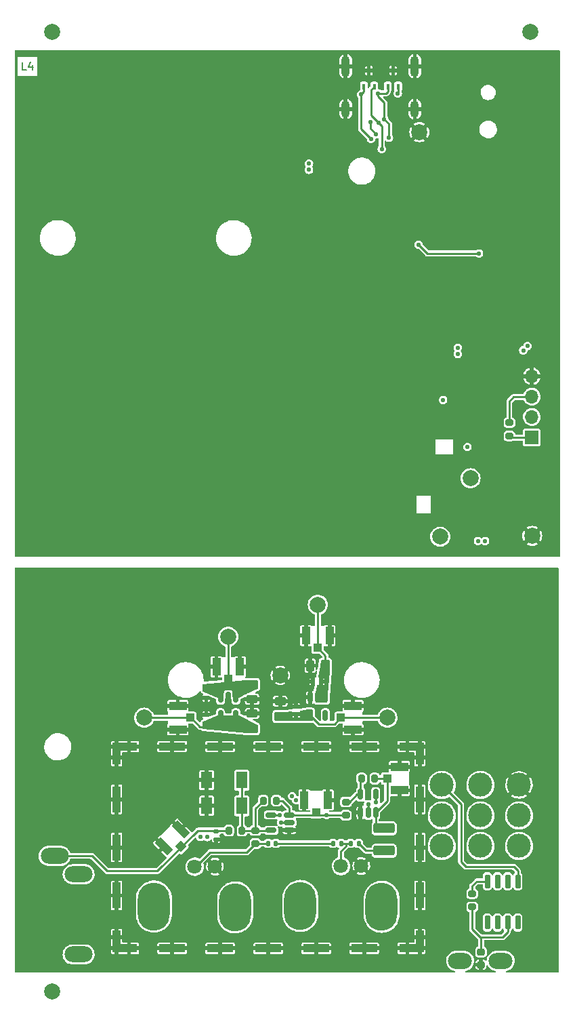
<source format=gbl>
G04 #@! TF.GenerationSoftware,KiCad,Pcbnew,6.0.11+dfsg-1*
G04 #@! TF.CreationDate,2023-09-05T11:20:00+01:00*
G04 #@! TF.ProjectId,low-noise-power-probe-panel,6c6f772d-6e6f-4697-9365-2d706f776572,rev?*
G04 #@! TF.SameCoordinates,Original*
G04 #@! TF.FileFunction,Copper,L4,Bot*
G04 #@! TF.FilePolarity,Positive*
%FSLAX46Y46*%
G04 Gerber Fmt 4.6, Leading zero omitted, Abs format (unit mm)*
G04 Created by KiCad (PCBNEW 6.0.11+dfsg-1) date 2023-09-05 11:20:00*
%MOMM*%
%LPD*%
G01*
G04 APERTURE LIST*
G04 Aperture macros list*
%AMRoundRect*
0 Rectangle with rounded corners*
0 $1 Rounding radius*
0 $2 $3 $4 $5 $6 $7 $8 $9 X,Y pos of 4 corners*
0 Add a 4 corners polygon primitive as box body*
4,1,4,$2,$3,$4,$5,$6,$7,$8,$9,$2,$3,0*
0 Add four circle primitives for the rounded corners*
1,1,$1+$1,$2,$3*
1,1,$1+$1,$4,$5*
1,1,$1+$1,$6,$7*
1,1,$1+$1,$8,$9*
0 Add four rect primitives between the rounded corners*
20,1,$1+$1,$2,$3,$4,$5,0*
20,1,$1+$1,$4,$5,$6,$7,0*
20,1,$1+$1,$6,$7,$8,$9,0*
20,1,$1+$1,$8,$9,$2,$3,0*%
%AMRotRect*
0 Rectangle, with rotation*
0 The origin of the aperture is its center*
0 $1 length*
0 $2 width*
0 $3 Rotation angle, in degrees counterclockwise*
0 Add horizontal line*
21,1,$1,$2,0,0,$3*%
G04 Aperture macros list end*
%ADD10C,0.150000*%
G04 #@! TA.AperFunction,NonConductor*
%ADD11C,0.150000*%
G04 #@! TD*
G04 #@! TA.AperFunction,ComponentPad*
%ADD12C,3.000000*%
G04 #@! TD*
G04 #@! TA.AperFunction,ComponentPad*
%ADD13O,3.000000X2.000000*%
G04 #@! TD*
G04 #@! TA.AperFunction,ComponentPad*
%ADD14O,4.000000X6.000000*%
G04 #@! TD*
G04 #@! TA.AperFunction,ComponentPad*
%ADD15C,1.800000*%
G04 #@! TD*
G04 #@! TA.AperFunction,ComponentPad*
%ADD16O,1.100000X2.100000*%
G04 #@! TD*
G04 #@! TA.AperFunction,ComponentPad*
%ADD17O,1.100000X2.600000*%
G04 #@! TD*
G04 #@! TA.AperFunction,ComponentPad*
%ADD18R,1.700000X1.700000*%
G04 #@! TD*
G04 #@! TA.AperFunction,ComponentPad*
%ADD19O,1.700000X1.700000*%
G04 #@! TD*
G04 #@! TA.AperFunction,ComponentPad*
%ADD20O,3.500000X2.000000*%
G04 #@! TD*
G04 #@! TA.AperFunction,SMDPad,CuDef*
%ADD21RoundRect,0.140000X0.170000X-0.140000X0.170000X0.140000X-0.170000X0.140000X-0.170000X-0.140000X0*%
G04 #@! TD*
G04 #@! TA.AperFunction,SMDPad,CuDef*
%ADD22RoundRect,0.250000X-1.075000X0.375000X-1.075000X-0.375000X1.075000X-0.375000X1.075000X0.375000X0*%
G04 #@! TD*
G04 #@! TA.AperFunction,SMDPad,CuDef*
%ADD23R,2.200000X1.050000*%
G04 #@! TD*
G04 #@! TA.AperFunction,SMDPad,CuDef*
%ADD24R,1.050000X1.000000*%
G04 #@! TD*
G04 #@! TA.AperFunction,SMDPad,CuDef*
%ADD25RoundRect,0.140000X-0.170000X0.140000X-0.170000X-0.140000X0.170000X-0.140000X0.170000X0.140000X0*%
G04 #@! TD*
G04 #@! TA.AperFunction,SMDPad,CuDef*
%ADD26RoundRect,0.140000X0.140000X0.170000X-0.140000X0.170000X-0.140000X-0.170000X0.140000X-0.170000X0*%
G04 #@! TD*
G04 #@! TA.AperFunction,SMDPad,CuDef*
%ADD27RoundRect,0.218750X0.256250X-0.218750X0.256250X0.218750X-0.256250X0.218750X-0.256250X-0.218750X0*%
G04 #@! TD*
G04 #@! TA.AperFunction,SMDPad,CuDef*
%ADD28RoundRect,0.200000X0.200000X0.275000X-0.200000X0.275000X-0.200000X-0.275000X0.200000X-0.275000X0*%
G04 #@! TD*
G04 #@! TA.AperFunction,SMDPad,CuDef*
%ADD29RoundRect,0.150000X-0.150000X0.512500X-0.150000X-0.512500X0.150000X-0.512500X0.150000X0.512500X0*%
G04 #@! TD*
G04 #@! TA.AperFunction,SMDPad,CuDef*
%ADD30RotRect,2.200000X1.050000X315.000000*%
G04 #@! TD*
G04 #@! TA.AperFunction,SMDPad,CuDef*
%ADD31RotRect,1.050000X1.000000X315.000000*%
G04 #@! TD*
G04 #@! TA.AperFunction,SMDPad,CuDef*
%ADD32R,1.050000X2.200000*%
G04 #@! TD*
G04 #@! TA.AperFunction,SMDPad,CuDef*
%ADD33R,1.000000X1.050000*%
G04 #@! TD*
G04 #@! TA.AperFunction,SMDPad,CuDef*
%ADD34RoundRect,0.150000X0.150000X-0.512500X0.150000X0.512500X-0.150000X0.512500X-0.150000X-0.512500X0*%
G04 #@! TD*
G04 #@! TA.AperFunction,ComponentPad*
%ADD35C,2.000000*%
G04 #@! TD*
G04 #@! TA.AperFunction,SMDPad,CuDef*
%ADD36RoundRect,0.150000X-0.150000X0.725000X-0.150000X-0.725000X0.150000X-0.725000X0.150000X0.725000X0*%
G04 #@! TD*
G04 #@! TA.AperFunction,SMDPad,CuDef*
%ADD37R,0.450000X0.700000*%
G04 #@! TD*
G04 #@! TA.AperFunction,SMDPad,CuDef*
%ADD38RoundRect,0.135000X-0.135000X-0.185000X0.135000X-0.185000X0.135000X0.185000X-0.135000X0.185000X0*%
G04 #@! TD*
G04 #@! TA.AperFunction,SMDPad,CuDef*
%ADD39RoundRect,0.200000X0.275000X-0.200000X0.275000X0.200000X-0.275000X0.200000X-0.275000X-0.200000X0*%
G04 #@! TD*
G04 #@! TA.AperFunction,SMDPad,CuDef*
%ADD40RoundRect,0.200000X-0.275000X0.200000X-0.275000X-0.200000X0.275000X-0.200000X0.275000X0.200000X0*%
G04 #@! TD*
G04 #@! TA.AperFunction,SMDPad,CuDef*
%ADD41R,1.400000X2.100000*%
G04 #@! TD*
G04 #@! TA.AperFunction,SMDPad,CuDef*
%ADD42RoundRect,0.140000X-0.140000X-0.170000X0.140000X-0.170000X0.140000X0.170000X-0.140000X0.170000X0*%
G04 #@! TD*
G04 #@! TA.AperFunction,SMDPad,CuDef*
%ADD43RoundRect,0.250000X-0.250000X-0.475000X0.250000X-0.475000X0.250000X0.475000X-0.250000X0.475000X0*%
G04 #@! TD*
G04 #@! TA.AperFunction,SMDPad,CuDef*
%ADD44C,2.000000*%
G04 #@! TD*
G04 #@! TA.AperFunction,SMDPad,CuDef*
%ADD45RoundRect,0.250000X0.475000X-0.250000X0.475000X0.250000X-0.475000X0.250000X-0.475000X-0.250000X0*%
G04 #@! TD*
G04 #@! TA.AperFunction,SMDPad,CuDef*
%ADD46RoundRect,0.150000X0.512500X0.150000X-0.512500X0.150000X-0.512500X-0.150000X0.512500X-0.150000X0*%
G04 #@! TD*
G04 #@! TA.AperFunction,SMDPad,CuDef*
%ADD47RoundRect,0.250000X-0.475000X0.250000X-0.475000X-0.250000X0.475000X-0.250000X0.475000X0.250000X0*%
G04 #@! TD*
G04 #@! TA.AperFunction,SMDPad,CuDef*
%ADD48R,1.000000X1.000000*%
G04 #@! TD*
G04 #@! TA.AperFunction,SMDPad,CuDef*
%ADD49R,2.100000X1.000000*%
G04 #@! TD*
G04 #@! TA.AperFunction,SMDPad,CuDef*
%ADD50R,1.000000X3.300000*%
G04 #@! TD*
G04 #@! TA.AperFunction,SMDPad,CuDef*
%ADD51R,3.300000X1.000000*%
G04 #@! TD*
G04 #@! TA.AperFunction,SMDPad,CuDef*
%ADD52R,1.000000X1.750000*%
G04 #@! TD*
G04 #@! TA.AperFunction,SMDPad,CuDef*
%ADD53RoundRect,0.135000X0.135000X0.185000X-0.135000X0.185000X-0.135000X-0.185000X0.135000X-0.185000X0*%
G04 #@! TD*
G04 #@! TA.AperFunction,ViaPad*
%ADD54C,0.550000*%
G04 #@! TD*
G04 #@! TA.AperFunction,Conductor*
%ADD55C,0.234000*%
G04 #@! TD*
G04 APERTURE END LIST*
D10*
D11*
X176833333Y-27252380D02*
X176357142Y-27252380D01*
X176357142Y-26252380D01*
X177595238Y-26585714D02*
X177595238Y-27252380D01*
X177357142Y-26204761D02*
X177119047Y-26919047D01*
X177738095Y-26919047D01*
D12*
X228800000Y-124120000D03*
X228800000Y-120310000D03*
X228800000Y-116500000D03*
X233630000Y-124120000D03*
X233630000Y-120310000D03*
X233630000Y-116500000D03*
X238460000Y-124120000D03*
X238460000Y-120310000D03*
X238460000Y-116500000D03*
D13*
X231090000Y-138470000D03*
X236170000Y-138470000D03*
D14*
X192820000Y-131680000D03*
X202980000Y-131780000D03*
D15*
X197900000Y-126700000D03*
X200440000Y-126700000D03*
D16*
X225429483Y-32125000D03*
X216789483Y-32125000D03*
D17*
X216789483Y-26765000D03*
X225429483Y-26765000D03*
D18*
X240050000Y-73100000D03*
D19*
X240050000Y-70560000D03*
X240050000Y-68020000D03*
X240050000Y-65480000D03*
D20*
X183400000Y-137650000D03*
X180400000Y-125350000D03*
X183400000Y-127650000D03*
D14*
X221280000Y-131705000D03*
X211120000Y-131605000D03*
D15*
X216200000Y-126625000D03*
X218740000Y-126625000D03*
D21*
X210600000Y-107680000D03*
X210600000Y-106720000D03*
D22*
X221600000Y-121900000D03*
X221600000Y-124700000D03*
D23*
X223500000Y-114225000D03*
X223500000Y-117175000D03*
D24*
X221975000Y-115700000D03*
D25*
X199350000Y-107770000D03*
X199350000Y-108730000D03*
D26*
X213680000Y-103600000D03*
X212720000Y-103600000D03*
D27*
X233700000Y-138937500D03*
X233700000Y-137362500D03*
D28*
X220425000Y-115700000D03*
X218775000Y-115700000D03*
D29*
X201150000Y-105562500D03*
X202100000Y-105562500D03*
X203050000Y-105562500D03*
X203050000Y-107837500D03*
X201150000Y-107837500D03*
X212350000Y-105562500D03*
X213300000Y-105562500D03*
X214250000Y-105562500D03*
X214250000Y-107837500D03*
X212350000Y-107837500D03*
D30*
X194057017Y-124142983D03*
X196142983Y-122057017D03*
D31*
X196178338Y-124178338D03*
D21*
X199350000Y-105630000D03*
X199350000Y-104670000D03*
X200600000Y-123280000D03*
X200600000Y-122320000D03*
D28*
X203825000Y-122200000D03*
X202175000Y-122200000D03*
D32*
X211825000Y-97855000D03*
X214775000Y-97855000D03*
D33*
X213300000Y-99380000D03*
D34*
X220543750Y-119943750D03*
X219593750Y-119943750D03*
X218643750Y-119943750D03*
X218643750Y-117668750D03*
X220543750Y-117668750D03*
D35*
X228600000Y-85500000D03*
D36*
X234495000Y-128525000D03*
X235765000Y-128525000D03*
X237035000Y-128525000D03*
X238305000Y-128525000D03*
X238305000Y-133675000D03*
X237035000Y-133675000D03*
X235765000Y-133675000D03*
X234495000Y-133675000D03*
D35*
X232400000Y-78200000D03*
D37*
X220350000Y-29300000D03*
X219050000Y-29300000D03*
X219700000Y-27300000D03*
D38*
X215190000Y-123800000D03*
X216210000Y-123800000D03*
D23*
X217700000Y-106625000D03*
X217700000Y-109575000D03*
D24*
X216175000Y-108100000D03*
D39*
X237250000Y-72925000D03*
X237250000Y-71275000D03*
D35*
X240100000Y-85400000D03*
D37*
X223350000Y-29300000D03*
X222050000Y-29300000D03*
X222700000Y-27300000D03*
D35*
X202100000Y-98000000D03*
D40*
X216800000Y-118625000D03*
X216800000Y-120275000D03*
D41*
X203800000Y-119100000D03*
X199400000Y-119100000D03*
D42*
X207090000Y-123800000D03*
X208050000Y-123800000D03*
D43*
X212350000Y-101600000D03*
X214250000Y-101600000D03*
D35*
X222000000Y-108100000D03*
D44*
X180100000Y-142300000D03*
D35*
X226000000Y-35000000D03*
D45*
X205100000Y-109450000D03*
X205100000Y-107550000D03*
D44*
X180100000Y-22500000D03*
D23*
X195800000Y-109575000D03*
X195800000Y-106625000D03*
D24*
X197325000Y-108100000D03*
D46*
X209737500Y-120250000D03*
X209737500Y-121200000D03*
X209737500Y-122150000D03*
X207462500Y-122150000D03*
X207462500Y-120250000D03*
D35*
X191600000Y-108100000D03*
D47*
X208600000Y-106050000D03*
X208600000Y-107950000D03*
D39*
X205500000Y-123825000D03*
X205500000Y-122175000D03*
D35*
X213300000Y-94000000D03*
D41*
X199400000Y-115900000D03*
X203800000Y-115900000D03*
D44*
X239900000Y-22500000D03*
D32*
X200625000Y-101755000D03*
X203575000Y-101755000D03*
D33*
X202100000Y-103280000D03*
D32*
X211625000Y-118380000D03*
X214575000Y-118380000D03*
D33*
X213100000Y-119905000D03*
D47*
X205100000Y-103900000D03*
X205100000Y-105800000D03*
D28*
X208125000Y-118450000D03*
X206475000Y-118450000D03*
D48*
X188150000Y-136900000D03*
X226050000Y-136900000D03*
D49*
X189700000Y-136900000D03*
D50*
X188150000Y-130300000D03*
D51*
X213100000Y-136900000D03*
D52*
X226050000Y-135525000D03*
D51*
X207100000Y-111700000D03*
X219100000Y-136900000D03*
D52*
X188150000Y-135525000D03*
D51*
X213100000Y-111700000D03*
D48*
X226050000Y-111700000D03*
D51*
X207100000Y-136900000D03*
D49*
X189700000Y-111700000D03*
D50*
X226050000Y-130300000D03*
D51*
X201100000Y-136900000D03*
X219100000Y-111700000D03*
X195100000Y-136900000D03*
D49*
X224500000Y-136900000D03*
D48*
X188150000Y-111700000D03*
D50*
X226050000Y-118300000D03*
X188150000Y-124300000D03*
D52*
X226050000Y-113075000D03*
D51*
X195100000Y-111700000D03*
D50*
X188150000Y-118300000D03*
X226050000Y-124300000D03*
D52*
X188150000Y-113075000D03*
D51*
X201100000Y-111700000D03*
D49*
X224500000Y-111700000D03*
D53*
X218410000Y-123800000D03*
X217390000Y-123800000D03*
D39*
X232600000Y-131725000D03*
X232600000Y-130075000D03*
D35*
X208600000Y-102800000D03*
D54*
X235190000Y-47020000D03*
X232620000Y-48970000D03*
X232630000Y-50990000D03*
X208497239Y-120262761D03*
X199350000Y-109225000D03*
X220560000Y-118680000D03*
X200160000Y-109225000D03*
X208700000Y-121190000D03*
X209840000Y-108200000D03*
X219590000Y-118878722D03*
X209841868Y-107626051D03*
X202800000Y-104300000D03*
X203700000Y-104300000D03*
X214300000Y-104500000D03*
X213500000Y-104500000D03*
X200700000Y-115900000D03*
X242200000Y-96825000D03*
X197865476Y-96825000D03*
X235400000Y-131100000D03*
X219500000Y-123200000D03*
X206200000Y-119600000D03*
X187865476Y-91825000D03*
X202850000Y-138700000D03*
X193400000Y-106750000D03*
X215100000Y-122924500D03*
X200700000Y-119100000D03*
X177600000Y-96825000D03*
X217400000Y-127950000D03*
X215300000Y-125100000D03*
X210500000Y-97900000D03*
X222900000Y-138700000D03*
X177600000Y-116825000D03*
X224800000Y-130300000D03*
X189600000Y-130300000D03*
X216100000Y-128450000D03*
X227865476Y-111825000D03*
X235200000Y-136900000D03*
X199350000Y-107150000D03*
X182865476Y-106825000D03*
X199350000Y-106275000D03*
X242200000Y-91825000D03*
X195100000Y-135600000D03*
X189700000Y-110200000D03*
X222865476Y-91825000D03*
X197250000Y-124950000D03*
X201100000Y-135600000D03*
X227865476Y-106825000D03*
X187700000Y-138700000D03*
X187865476Y-96825000D03*
X240600000Y-134500000D03*
X200600000Y-100100000D03*
X216100000Y-97900000D03*
X209000000Y-125100000D03*
X200600000Y-123950000D03*
X177550000Y-128700000D03*
X242200000Y-136825000D03*
X214300000Y-126900000D03*
X227865476Y-131825000D03*
X196225000Y-125725000D03*
X222865476Y-111825000D03*
X177600000Y-106825000D03*
X227865476Y-96825000D03*
X219700000Y-109600000D03*
X224800000Y-124300000D03*
X242200000Y-106825000D03*
X196000000Y-127000000D03*
X202865476Y-91825000D03*
X214875000Y-128000000D03*
X211100000Y-121100000D03*
X198000000Y-115900000D03*
X177550000Y-123700000D03*
X211450000Y-101600000D03*
X237865476Y-91825000D03*
X237865476Y-111825000D03*
X217865476Y-131825000D03*
X198500000Y-124900000D03*
X197800000Y-128600000D03*
X222865476Y-101825000D03*
X212125000Y-103600000D03*
X215700000Y-118400000D03*
X237865476Y-101825000D03*
X182865476Y-111825000D03*
X193800000Y-113400000D03*
X189600000Y-135600000D03*
X182865476Y-101825000D03*
X193800000Y-109600000D03*
X192865476Y-91825000D03*
X182865476Y-116825000D03*
X192850000Y-138700000D03*
X207850000Y-138700000D03*
X177600000Y-101825000D03*
X199100000Y-128100000D03*
X231200000Y-127500000D03*
X196575000Y-128150000D03*
X217000000Y-105500000D03*
X242200000Y-101825000D03*
X206250000Y-107550000D03*
X232500000Y-136900000D03*
X205100000Y-106700000D03*
X222865476Y-136825000D03*
X237865476Y-106825000D03*
X217865476Y-91825000D03*
X187865476Y-101825000D03*
X237865476Y-136825000D03*
X177550000Y-133700000D03*
X207865476Y-131825000D03*
X227865476Y-91825000D03*
X227865476Y-101825000D03*
X203600000Y-100100000D03*
X197865476Y-136825000D03*
X197850000Y-138700000D03*
X206600000Y-125100000D03*
X177550000Y-138700000D03*
X223500000Y-113100000D03*
X187865476Y-121825000D03*
X192865476Y-101825000D03*
X237600000Y-131100000D03*
X211100000Y-123000000D03*
X239600000Y-126700000D03*
X197865476Y-131825000D03*
X224900000Y-135500000D03*
X242200000Y-126825000D03*
X222865476Y-126825000D03*
X221100000Y-112800000D03*
X202100000Y-106600000D03*
X222865476Y-96825000D03*
X227900000Y-138700000D03*
X236000000Y-125700000D03*
X209700000Y-123000000D03*
X206200000Y-113400000D03*
X192865476Y-121825000D03*
X197865476Y-106825000D03*
X227865476Y-126825000D03*
X208600000Y-106900000D03*
X217500000Y-125200000D03*
X207865476Y-91825000D03*
X213500000Y-125100000D03*
X232865476Y-106825000D03*
X226100000Y-110500000D03*
X182865476Y-91825000D03*
X197700000Y-121825000D03*
X207100000Y-135600000D03*
X177600000Y-111825000D03*
X217100000Y-122924500D03*
X214400000Y-125700000D03*
X217900000Y-138700000D03*
X232865476Y-111825000D03*
X182865476Y-96825000D03*
X232865476Y-101825000D03*
X189700000Y-124300000D03*
X211100000Y-125100000D03*
X198800000Y-113400000D03*
X197865476Y-91825000D03*
X219100000Y-135600000D03*
X237865476Y-96825000D03*
X204200000Y-123900000D03*
X207865476Y-96825000D03*
X217865476Y-96825000D03*
X212865476Y-91825000D03*
X204200000Y-125700000D03*
X242200000Y-111825000D03*
X201800000Y-125700000D03*
X192865476Y-96825000D03*
X213100000Y-135600000D03*
X232865476Y-96825000D03*
X227865476Y-136825000D03*
X206250000Y-105800000D03*
X232865476Y-91825000D03*
X201200000Y-113400000D03*
X205300000Y-117800000D03*
X177600000Y-91825000D03*
X193200000Y-125100000D03*
X187865476Y-106825000D03*
X210975000Y-105850000D03*
X192865476Y-136825000D03*
X198000000Y-119100000D03*
X182865476Y-131825000D03*
X212900000Y-138700000D03*
X221300000Y-37100000D03*
X220860000Y-33790000D03*
X218700000Y-30300000D03*
X219950000Y-35850000D03*
X222200000Y-35700000D03*
X220850000Y-30150000D03*
X221609482Y-33359482D03*
X219850000Y-33780000D03*
X223300000Y-30150000D03*
X220600000Y-35260000D03*
X229350000Y-44450000D03*
X192865476Y-26825000D03*
X225000000Y-79600000D03*
X242200000Y-81825000D03*
X202865476Y-56825000D03*
X232865476Y-56825000D03*
X202865476Y-81825000D03*
X187865476Y-66825000D03*
X225050000Y-30400000D03*
X212865476Y-51825000D03*
X212865476Y-86825000D03*
X217865476Y-81825000D03*
X192865476Y-81825000D03*
X229750000Y-64000000D03*
X232865476Y-26825000D03*
X242200000Y-26825000D03*
X218100000Y-33450000D03*
X177600000Y-71825000D03*
X212865476Y-71825000D03*
X182865476Y-36825000D03*
X227865476Y-26825000D03*
X177600000Y-61825000D03*
X236800000Y-44550000D03*
X227200000Y-71600000D03*
X197865476Y-86825000D03*
X237865476Y-41825000D03*
X207865476Y-86825000D03*
X197865476Y-71825000D03*
X237865476Y-26825000D03*
X227865476Y-56825000D03*
X242200000Y-36825000D03*
X182865476Y-66825000D03*
X222865476Y-66825000D03*
X187865476Y-61825000D03*
X222865476Y-86825000D03*
X237865476Y-56825000D03*
X187865476Y-71825000D03*
X227865476Y-41825000D03*
X192865476Y-76825000D03*
X224100000Y-33400000D03*
X242200000Y-31825000D03*
X207865476Y-31825000D03*
X187865476Y-31825000D03*
X177600000Y-41825000D03*
X222865476Y-81825000D03*
X217865476Y-61825000D03*
X182865476Y-81825000D03*
X202865476Y-51825000D03*
X207865476Y-71825000D03*
X212865476Y-76825000D03*
X217865476Y-66825000D03*
X182865476Y-46825000D03*
X217865476Y-71825000D03*
X177600000Y-86825000D03*
X182865476Y-86825000D03*
X177600000Y-31825000D03*
X197865476Y-56825000D03*
X202865476Y-71825000D03*
X187865476Y-46825000D03*
X212865476Y-56825000D03*
X202865476Y-31825000D03*
X227865476Y-51825000D03*
X229750000Y-53100000D03*
X222865476Y-71825000D03*
X207865476Y-46825000D03*
X212865476Y-61825000D03*
X177600000Y-66825000D03*
X229100000Y-38150000D03*
X197865476Y-81825000D03*
X177600000Y-81825000D03*
X192865476Y-41825000D03*
X227865476Y-31825000D03*
X237865476Y-51825000D03*
X222600000Y-46950000D03*
X197865476Y-61825000D03*
X217865476Y-76825000D03*
X202865476Y-76825000D03*
X242200000Y-46825000D03*
X192865476Y-51825000D03*
X229400000Y-82500000D03*
X237865476Y-76825000D03*
X182865476Y-76825000D03*
X217865476Y-86825000D03*
X216950000Y-30400000D03*
X217865476Y-36825000D03*
X207865476Y-41825000D03*
X192865476Y-31825000D03*
X237865476Y-46825000D03*
X182865476Y-26825000D03*
X212865476Y-81825000D03*
X177600000Y-56825000D03*
X226000000Y-52100000D03*
X197865476Y-26825000D03*
X212865476Y-66825000D03*
X187865476Y-56825000D03*
X207865476Y-66825000D03*
X197865476Y-46825000D03*
X222865476Y-56825000D03*
X231150000Y-36350000D03*
X192865476Y-61825000D03*
X212865476Y-31825000D03*
X227150000Y-46600000D03*
X232865476Y-31825000D03*
X242200000Y-66825000D03*
X207865476Y-26825000D03*
X222865476Y-76825000D03*
X182865476Y-51825000D03*
X207865476Y-81825000D03*
X207865476Y-76825000D03*
X192865476Y-66825000D03*
X242200000Y-86825000D03*
X242200000Y-51825000D03*
X217865476Y-41825000D03*
X242200000Y-61825000D03*
X197865476Y-76825000D03*
X202865476Y-61825000D03*
X182865476Y-56825000D03*
X177600000Y-36825000D03*
X197865476Y-31825000D03*
X237865476Y-31825000D03*
X225800000Y-46950000D03*
X197865476Y-66825000D03*
X187865476Y-86825000D03*
X202865476Y-66825000D03*
X202865476Y-26825000D03*
X197865476Y-51825000D03*
X192865476Y-71825000D03*
X207865476Y-51825000D03*
X182865476Y-31825000D03*
X192865476Y-56825000D03*
X182865476Y-71825000D03*
X182865476Y-61825000D03*
X187865476Y-41825000D03*
X227200000Y-74600000D03*
X182865476Y-41825000D03*
X227865476Y-76825000D03*
X207865476Y-61825000D03*
X177600000Y-51825000D03*
X228000000Y-79700000D03*
X207865476Y-56825000D03*
X232865476Y-36825000D03*
X217865476Y-46825000D03*
X187865476Y-76825000D03*
X187865476Y-51825000D03*
X237865476Y-36825000D03*
X229100000Y-34500000D03*
X242200000Y-76825000D03*
X187865476Y-26825000D03*
X202865476Y-86825000D03*
X192865476Y-86825000D03*
X187865476Y-81825000D03*
X202865476Y-41825000D03*
X237865476Y-81825000D03*
X197865476Y-41825000D03*
X192865476Y-46825000D03*
X227950000Y-64000000D03*
X232200000Y-84850000D03*
X221600000Y-52100000D03*
X177600000Y-76825000D03*
X242200000Y-42800000D03*
X237865476Y-86825000D03*
X177600000Y-46825000D03*
X233330000Y-86050000D03*
X234200000Y-86050000D03*
X230800000Y-61900000D03*
X228953341Y-68431867D03*
X238980000Y-62230000D03*
X232000000Y-74300000D03*
X239500000Y-61700000D03*
X230800000Y-62710000D03*
X199500000Y-123000000D03*
X198604251Y-122993363D03*
X212200000Y-39700000D03*
X212200000Y-38900000D03*
X210100000Y-117900000D03*
X210600000Y-118400000D03*
X225900000Y-49050000D03*
X233450000Y-50150000D03*
X214400000Y-120250000D03*
D55*
X180400000Y-125350000D02*
X185050000Y-125350000D01*
X185050000Y-125350000D02*
X186950000Y-127250000D01*
X186950000Y-127250000D02*
X193250000Y-127250000D01*
X193250000Y-127250000D02*
X198300000Y-122200000D01*
X198300000Y-122200000D02*
X202175000Y-122200000D01*
X221609482Y-33359482D02*
X221609482Y-31309482D01*
X221609482Y-31309482D02*
X220850000Y-30550000D01*
X220850000Y-30550000D02*
X220850000Y-30150000D01*
X223350000Y-29350000D02*
X223350000Y-30100000D01*
X223350000Y-30100000D02*
X223300000Y-30150000D01*
X222050000Y-29332016D02*
X222050000Y-29950000D01*
X222050000Y-29950000D02*
X221850000Y-30150000D01*
X221850000Y-30150000D02*
X220850000Y-30150000D01*
X220350000Y-29300000D02*
X220000000Y-29650000D01*
X220000000Y-29650000D02*
X220000000Y-32930000D01*
X220000000Y-32930000D02*
X220860000Y-33790000D01*
X219050000Y-29300000D02*
X219050000Y-29950000D01*
X218700000Y-34600000D02*
X218700000Y-30300000D01*
X219050000Y-29950000D02*
X218700000Y-30300000D01*
X219950000Y-35850000D02*
X218700000Y-34600000D01*
X222200000Y-33950000D02*
X221609482Y-33359482D01*
X222200000Y-35700000D02*
X222200000Y-33950000D01*
X216175000Y-108100000D02*
X215375000Y-108900000D01*
X215375000Y-108900000D02*
X213412500Y-108900000D01*
X213412500Y-108900000D02*
X212350000Y-107837500D01*
X232600000Y-134500000D02*
X233600000Y-135500000D01*
X233600000Y-135500000D02*
X233700000Y-135500000D01*
X237035000Y-133675000D02*
X237035000Y-134865000D01*
X237035000Y-134865000D02*
X236400000Y-135500000D01*
X236400000Y-135500000D02*
X233700000Y-135500000D01*
X233700000Y-135500000D02*
X233700000Y-137362500D01*
X199350000Y-109025000D02*
X199350000Y-109225000D01*
X220543750Y-118663750D02*
X220560000Y-118680000D01*
X207462500Y-120250000D02*
X208484478Y-120250000D01*
X220543750Y-117668750D02*
X220543750Y-118663750D01*
X199325000Y-109250000D02*
X199350000Y-109225000D01*
X191600000Y-108100000D02*
X197325000Y-108100000D01*
X197325000Y-108000000D02*
X198575000Y-109250000D01*
X208484478Y-120250000D02*
X208497239Y-120262761D01*
X198575000Y-109250000D02*
X199325000Y-109250000D01*
X219593750Y-119943750D02*
X219593750Y-118882472D01*
X222000000Y-108100000D02*
X216175000Y-108100000D01*
X219593750Y-118882472D02*
X219590000Y-118878722D01*
X209737500Y-121200000D02*
X208630000Y-121200000D01*
X202100000Y-98000000D02*
X202100000Y-103280000D01*
X237800000Y-126700000D02*
X238305000Y-127205000D01*
X238305000Y-127205000D02*
X238305000Y-128525000D01*
X231800000Y-126700000D02*
X237800000Y-126700000D01*
X231200000Y-126100000D02*
X231800000Y-126700000D01*
X228800000Y-116500000D02*
X231200000Y-118900000D01*
X231200000Y-118900000D02*
X231200000Y-126100000D01*
X214250000Y-100330000D02*
X213300000Y-99380000D01*
X213300000Y-94000000D02*
X213300000Y-99380000D01*
X214250000Y-101600000D02*
X214250000Y-100330000D01*
X237250000Y-68600000D02*
X237780000Y-68070000D01*
X237780000Y-68070000D02*
X240050000Y-68070000D01*
X237250000Y-71275000D02*
X237250000Y-68600000D01*
X221300000Y-37100000D02*
X221300000Y-34230000D01*
X221300000Y-34230000D02*
X220860000Y-33790000D01*
X219850000Y-34510000D02*
X220600000Y-35260000D01*
X219850000Y-33780000D02*
X219850000Y-34510000D01*
X205500000Y-123825000D02*
X207065000Y-123825000D01*
X198000000Y-126700000D02*
X199800000Y-124900000D01*
X197900000Y-126700000D02*
X198000000Y-126700000D01*
X204425000Y-124900000D02*
X205500000Y-123825000D01*
X199800000Y-124900000D02*
X204425000Y-124900000D01*
X208050000Y-123800000D02*
X215190000Y-123800000D01*
X237475000Y-73150000D02*
X240050000Y-73150000D01*
X237250000Y-72925000D02*
X237475000Y-73150000D01*
X220543750Y-119943750D02*
X221975000Y-118512500D01*
X220543750Y-119943750D02*
X220543750Y-121743750D01*
X221975000Y-118512500D02*
X221975000Y-115700000D01*
X221975000Y-115700000D02*
X220425000Y-115700000D01*
X218410000Y-123800000D02*
X219310000Y-124700000D01*
X219310000Y-124700000D02*
X221600000Y-124700000D01*
X216800000Y-123800000D02*
X216800000Y-124125000D01*
X216800000Y-123800000D02*
X217390000Y-123800000D01*
X216800000Y-124125000D02*
X216200000Y-124725000D01*
X216200000Y-124725000D02*
X216200000Y-126625000D01*
X216210000Y-123800000D02*
X216800000Y-123800000D01*
X227000000Y-50150000D02*
X233450000Y-50150000D01*
X225900000Y-49050000D02*
X227000000Y-50150000D01*
X205500000Y-119425000D02*
X205500000Y-122175000D01*
X205500000Y-122175000D02*
X207437500Y-122175000D01*
X203825000Y-122200000D02*
X205475000Y-122200000D01*
X203800000Y-119100000D02*
X203800000Y-122175000D01*
X203800000Y-115900000D02*
X203800000Y-119100000D01*
X206475000Y-118450000D02*
X205500000Y-119425000D01*
X232600000Y-131725000D02*
X232600000Y-134500000D01*
X233175000Y-128525000D02*
X232600000Y-129100000D01*
X232600000Y-129100000D02*
X232600000Y-130075000D01*
X234495000Y-128525000D02*
X233175000Y-128525000D01*
X213595000Y-120250000D02*
X214400000Y-120250000D01*
X209737500Y-120250000D02*
X212755000Y-120250000D01*
X208125000Y-118450000D02*
X208850000Y-118450000D01*
X208850000Y-118450000D02*
X209737500Y-119337500D01*
X209737500Y-119337500D02*
X209737500Y-120250000D01*
X214400000Y-120250000D02*
X216675000Y-120250000D01*
X217275000Y-118625000D02*
X218231250Y-117668750D01*
X218643750Y-117668750D02*
X218643750Y-115831250D01*
X218643750Y-115831250D02*
X218775000Y-115700000D01*
X218231250Y-117668750D02*
X218643750Y-117668750D01*
X216800000Y-118625000D02*
X217275000Y-118625000D01*
G04 #@! TA.AperFunction,Conductor*
G36*
X243559191Y-24818907D02*
G01*
X243595155Y-24868407D01*
X243600000Y-24899000D01*
X243600000Y-87901000D01*
X243581093Y-87959191D01*
X243531593Y-87995155D01*
X243501000Y-88000000D01*
X175499000Y-88000000D01*
X175440809Y-87981093D01*
X175404845Y-87931593D01*
X175400000Y-87901000D01*
X175400000Y-85500000D01*
X227344723Y-85500000D01*
X227363793Y-85717977D01*
X227364912Y-85722152D01*
X227364912Y-85722154D01*
X227381747Y-85784983D01*
X227420425Y-85929330D01*
X227512898Y-86127638D01*
X227638402Y-86306877D01*
X227793123Y-86461598D01*
X227864402Y-86511508D01*
X227961059Y-86579188D01*
X227972361Y-86587102D01*
X228170670Y-86679575D01*
X228257220Y-86702766D01*
X228377846Y-86735088D01*
X228377848Y-86735088D01*
X228382023Y-86736207D01*
X228600000Y-86755277D01*
X228817977Y-86736207D01*
X228822152Y-86735088D01*
X228822154Y-86735088D01*
X228942780Y-86702766D01*
X229029330Y-86679575D01*
X229227639Y-86587102D01*
X229238942Y-86579188D01*
X229335598Y-86511508D01*
X229406877Y-86461598D01*
X229561598Y-86306877D01*
X229687102Y-86127638D01*
X229723305Y-86050000D01*
X232799965Y-86050000D01*
X232800812Y-86056433D01*
X232810187Y-86127638D01*
X232818026Y-86187183D01*
X232820509Y-86193177D01*
X232868491Y-86309019D01*
X232868493Y-86309023D01*
X232870976Y-86315017D01*
X232955209Y-86424791D01*
X233064982Y-86509024D01*
X233192817Y-86561974D01*
X233199246Y-86562820D01*
X233199248Y-86562821D01*
X233323567Y-86579188D01*
X233330000Y-86580035D01*
X233336433Y-86579188D01*
X233460752Y-86562821D01*
X233460754Y-86562820D01*
X233467183Y-86561974D01*
X233595018Y-86509024D01*
X233600167Y-86505073D01*
X233600172Y-86505070D01*
X233704732Y-86424837D01*
X233762408Y-86404412D01*
X233825268Y-86424837D01*
X233929828Y-86505070D01*
X233929833Y-86505073D01*
X233934982Y-86509024D01*
X234062817Y-86561974D01*
X234069246Y-86562820D01*
X234069248Y-86562821D01*
X234193567Y-86579188D01*
X234200000Y-86580035D01*
X234206433Y-86579188D01*
X234330752Y-86562821D01*
X234330754Y-86562820D01*
X234337183Y-86561974D01*
X234465018Y-86509024D01*
X234549859Y-86443922D01*
X239415460Y-86443922D01*
X239415558Y-86444544D01*
X239420385Y-86450097D01*
X239469067Y-86484185D01*
X239476537Y-86488497D01*
X239666922Y-86577275D01*
X239675015Y-86580221D01*
X239877944Y-86634595D01*
X239886412Y-86636088D01*
X240095691Y-86654398D01*
X240104309Y-86654398D01*
X240313588Y-86636088D01*
X240322056Y-86634595D01*
X240524985Y-86580221D01*
X240533078Y-86577275D01*
X240723463Y-86488497D01*
X240730933Y-86484185D01*
X240776728Y-86452119D01*
X240784754Y-86441467D01*
X240784766Y-86440835D01*
X240780978Y-86434531D01*
X240111086Y-85764639D01*
X240099203Y-85758585D01*
X240094172Y-85759381D01*
X239421514Y-86432039D01*
X239415460Y-86443922D01*
X234549859Y-86443922D01*
X234574791Y-86424791D01*
X234659024Y-86315017D01*
X234661507Y-86309023D01*
X234661509Y-86309019D01*
X234709491Y-86193177D01*
X234711974Y-86187183D01*
X234719814Y-86127638D01*
X234729188Y-86056433D01*
X234730035Y-86050000D01*
X234711974Y-85912817D01*
X234695727Y-85873592D01*
X234661509Y-85790981D01*
X234661507Y-85790977D01*
X234659024Y-85784983D01*
X234574791Y-85675209D01*
X234465018Y-85590976D01*
X234337183Y-85538026D01*
X234330754Y-85537180D01*
X234330752Y-85537179D01*
X234206433Y-85520812D01*
X234200000Y-85519965D01*
X234193567Y-85520812D01*
X234069248Y-85537179D01*
X234069246Y-85537180D01*
X234062817Y-85538026D01*
X234023592Y-85554273D01*
X233940981Y-85588491D01*
X233940977Y-85588493D01*
X233934983Y-85590976D01*
X233929834Y-85594927D01*
X233825268Y-85675164D01*
X233767592Y-85695588D01*
X233704732Y-85675163D01*
X233600172Y-85594930D01*
X233600167Y-85594927D01*
X233595018Y-85590976D01*
X233467183Y-85538026D01*
X233460754Y-85537180D01*
X233460752Y-85537179D01*
X233336433Y-85520812D01*
X233330000Y-85519965D01*
X233323567Y-85520812D01*
X233199248Y-85537179D01*
X233199246Y-85537180D01*
X233192817Y-85538026D01*
X233153592Y-85554273D01*
X233070981Y-85588491D01*
X233070977Y-85588493D01*
X233064983Y-85590976D01*
X232955209Y-85675209D01*
X232870976Y-85784983D01*
X232868493Y-85790977D01*
X232868491Y-85790981D01*
X232834273Y-85873592D01*
X232818026Y-85912817D01*
X232799965Y-86050000D01*
X229723305Y-86050000D01*
X229779575Y-85929330D01*
X229818253Y-85784983D01*
X229835088Y-85722154D01*
X229835088Y-85722152D01*
X229836207Y-85717977D01*
X229855277Y-85500000D01*
X229846905Y-85404309D01*
X238845602Y-85404309D01*
X238863912Y-85613588D01*
X238865405Y-85622056D01*
X238919779Y-85824985D01*
X238922725Y-85833078D01*
X239011503Y-86023462D01*
X239015815Y-86030932D01*
X239047881Y-86076727D01*
X239058534Y-86084754D01*
X239059164Y-86084765D01*
X239065470Y-86080977D01*
X239735361Y-85411086D01*
X239740603Y-85400797D01*
X240458585Y-85400797D01*
X240459381Y-85405828D01*
X241132039Y-86078486D01*
X241143922Y-86084540D01*
X241144544Y-86084442D01*
X241150097Y-86079615D01*
X241184185Y-86030932D01*
X241188497Y-86023462D01*
X241277275Y-85833078D01*
X241280221Y-85824985D01*
X241334595Y-85622056D01*
X241336088Y-85613588D01*
X241354398Y-85404309D01*
X241354398Y-85395691D01*
X241336088Y-85186412D01*
X241334595Y-85177944D01*
X241280221Y-84975015D01*
X241277275Y-84966922D01*
X241188497Y-84776538D01*
X241184185Y-84769068D01*
X241152119Y-84723273D01*
X241141466Y-84715246D01*
X241140836Y-84715235D01*
X241134530Y-84719023D01*
X240464639Y-85388914D01*
X240458585Y-85400797D01*
X239740603Y-85400797D01*
X239741415Y-85399203D01*
X239740619Y-85394172D01*
X239067961Y-84721514D01*
X239056078Y-84715460D01*
X239055456Y-84715558D01*
X239049903Y-84720385D01*
X239015815Y-84769068D01*
X239011503Y-84776538D01*
X238922725Y-84966922D01*
X238919779Y-84975015D01*
X238865405Y-85177944D01*
X238863912Y-85186412D01*
X238845602Y-85395691D01*
X238845602Y-85404309D01*
X229846905Y-85404309D01*
X229836207Y-85282023D01*
X229779575Y-85070670D01*
X229687102Y-84872362D01*
X229561598Y-84693123D01*
X229406877Y-84538402D01*
X229227639Y-84412898D01*
X229112406Y-84359164D01*
X239415235Y-84359164D01*
X239419023Y-84365470D01*
X240088914Y-85035361D01*
X240100797Y-85041415D01*
X240105828Y-85040619D01*
X240778486Y-84367961D01*
X240784540Y-84356078D01*
X240784442Y-84355456D01*
X240779615Y-84349903D01*
X240730933Y-84315815D01*
X240723463Y-84311503D01*
X240533078Y-84222725D01*
X240524985Y-84219779D01*
X240322056Y-84165405D01*
X240313588Y-84163912D01*
X240104309Y-84145602D01*
X240095691Y-84145602D01*
X239886412Y-84163912D01*
X239877944Y-84165405D01*
X239675015Y-84219779D01*
X239666922Y-84222725D01*
X239476538Y-84311503D01*
X239469068Y-84315815D01*
X239423273Y-84347881D01*
X239415246Y-84358534D01*
X239415235Y-84359164D01*
X229112406Y-84359164D01*
X229029330Y-84320425D01*
X228942780Y-84297234D01*
X228822154Y-84264912D01*
X228822152Y-84264912D01*
X228817977Y-84263793D01*
X228600000Y-84244723D01*
X228382023Y-84263793D01*
X228377848Y-84264912D01*
X228377846Y-84264912D01*
X228257220Y-84297234D01*
X228170670Y-84320425D01*
X227972362Y-84412898D01*
X227793123Y-84538402D01*
X227638402Y-84693123D01*
X227512898Y-84872362D01*
X227420425Y-85070670D01*
X227363793Y-85282023D01*
X227344723Y-85500000D01*
X175400000Y-85500000D01*
X175400000Y-82555000D01*
X225600000Y-82555000D01*
X227400000Y-82555000D01*
X227400000Y-80355000D01*
X225600000Y-80355000D01*
X225600000Y-82555000D01*
X175400000Y-82555000D01*
X175400000Y-78200000D01*
X231144723Y-78200000D01*
X231163793Y-78417977D01*
X231220425Y-78629330D01*
X231312898Y-78827638D01*
X231438402Y-79006877D01*
X231593123Y-79161598D01*
X231772361Y-79287102D01*
X231970670Y-79379575D01*
X232057220Y-79402766D01*
X232177846Y-79435088D01*
X232177848Y-79435088D01*
X232182023Y-79436207D01*
X232400000Y-79455277D01*
X232617977Y-79436207D01*
X232622152Y-79435088D01*
X232622154Y-79435088D01*
X232742780Y-79402766D01*
X232829330Y-79379575D01*
X233027639Y-79287102D01*
X233206877Y-79161598D01*
X233361598Y-79006877D01*
X233487102Y-78827638D01*
X233579575Y-78629330D01*
X233636207Y-78417977D01*
X233655277Y-78200000D01*
X233636207Y-77982023D01*
X233579575Y-77770670D01*
X233487102Y-77572362D01*
X233361598Y-77393123D01*
X233206877Y-77238402D01*
X233027639Y-77112898D01*
X232829330Y-77020425D01*
X232742780Y-76997234D01*
X232622154Y-76964912D01*
X232622152Y-76964912D01*
X232617977Y-76963793D01*
X232400000Y-76944723D01*
X232182023Y-76963793D01*
X232177848Y-76964912D01*
X232177846Y-76964912D01*
X232057220Y-76997234D01*
X231970670Y-77020425D01*
X231772362Y-77112898D01*
X231593123Y-77238402D01*
X231438402Y-77393123D01*
X231312898Y-77572362D01*
X231220425Y-77770670D01*
X231163793Y-77982023D01*
X231144723Y-78200000D01*
X175400000Y-78200000D01*
X175400000Y-75200000D01*
X228000000Y-75200000D01*
X230200000Y-75200000D01*
X230200000Y-74300000D01*
X231469965Y-74300000D01*
X231488026Y-74437183D01*
X231490509Y-74443177D01*
X231538491Y-74559019D01*
X231538493Y-74559023D01*
X231540976Y-74565017D01*
X231625209Y-74674791D01*
X231734982Y-74759024D01*
X231862817Y-74811974D01*
X231869246Y-74812820D01*
X231869248Y-74812821D01*
X231993567Y-74829188D01*
X232000000Y-74830035D01*
X232006433Y-74829188D01*
X232130752Y-74812821D01*
X232130754Y-74812820D01*
X232137183Y-74811974D01*
X232265018Y-74759024D01*
X232374791Y-74674791D01*
X232459024Y-74565017D01*
X232461507Y-74559023D01*
X232461509Y-74559019D01*
X232509491Y-74443177D01*
X232511974Y-74437183D01*
X232530035Y-74300000D01*
X232516935Y-74200500D01*
X232512821Y-74169248D01*
X232512820Y-74169246D01*
X232511974Y-74162817D01*
X232495271Y-74122491D01*
X232461509Y-74040981D01*
X232461507Y-74040977D01*
X232459024Y-74034983D01*
X232374791Y-73925209D01*
X232265018Y-73840976D01*
X232137183Y-73788026D01*
X232130754Y-73787180D01*
X232130752Y-73787179D01*
X232006433Y-73770812D01*
X232000000Y-73769965D01*
X231993567Y-73770812D01*
X231869248Y-73787179D01*
X231869246Y-73787180D01*
X231862817Y-73788026D01*
X231823592Y-73804273D01*
X231740981Y-73838491D01*
X231740977Y-73838493D01*
X231734983Y-73840976D01*
X231625209Y-73925209D01*
X231540976Y-74034983D01*
X231538493Y-74040977D01*
X231538491Y-74040981D01*
X231504729Y-74122491D01*
X231488026Y-74162817D01*
X231487180Y-74169246D01*
X231487179Y-74169248D01*
X231483065Y-74200500D01*
X231469965Y-74300000D01*
X230200000Y-74300000D01*
X230200000Y-73400000D01*
X228000000Y-73400000D01*
X228000000Y-75200000D01*
X175400000Y-75200000D01*
X175400000Y-73178834D01*
X236524500Y-73178834D01*
X236527481Y-73210369D01*
X236572366Y-73338184D01*
X236652850Y-73447150D01*
X236658807Y-73451550D01*
X236748096Y-73517500D01*
X236761816Y-73527634D01*
X236889631Y-73572519D01*
X236895638Y-73573087D01*
X236895639Y-73573087D01*
X236918855Y-73575282D01*
X236918865Y-73575282D01*
X236921166Y-73575500D01*
X237578834Y-73575500D01*
X237581135Y-73575282D01*
X237581145Y-73575282D01*
X237604361Y-73573087D01*
X237604362Y-73573087D01*
X237610369Y-73572519D01*
X237674406Y-73550031D01*
X237731200Y-73530087D01*
X237731202Y-73530086D01*
X237738184Y-73527634D01*
X237738231Y-73527767D01*
X237779564Y-73517500D01*
X238850500Y-73517500D01*
X238908691Y-73536407D01*
X238944655Y-73585907D01*
X238949500Y-73616500D01*
X238949500Y-73974674D01*
X238964034Y-74047740D01*
X239019399Y-74130601D01*
X239102260Y-74185966D01*
X239175326Y-74200500D01*
X240924674Y-74200500D01*
X240997740Y-74185966D01*
X241080601Y-74130601D01*
X241135966Y-74047740D01*
X241150500Y-73974674D01*
X241150500Y-72225326D01*
X241135966Y-72152260D01*
X241080601Y-72069399D01*
X240997740Y-72014034D01*
X240924674Y-71999500D01*
X239175326Y-71999500D01*
X239102260Y-72014034D01*
X239019399Y-72069399D01*
X238964034Y-72152260D01*
X238949500Y-72225326D01*
X238949500Y-72683500D01*
X238930593Y-72741691D01*
X238881093Y-72777655D01*
X238850500Y-72782500D01*
X238074500Y-72782500D01*
X238016309Y-72763593D01*
X237980345Y-72714093D01*
X237975500Y-72683500D01*
X237975500Y-72671166D01*
X237972519Y-72639631D01*
X237927634Y-72511816D01*
X237847150Y-72402850D01*
X237738184Y-72322366D01*
X237610369Y-72277481D01*
X237604362Y-72276913D01*
X237604361Y-72276913D01*
X237581145Y-72274718D01*
X237581135Y-72274718D01*
X237578834Y-72274500D01*
X236921166Y-72274500D01*
X236918865Y-72274718D01*
X236918855Y-72274718D01*
X236895639Y-72276913D01*
X236895638Y-72276913D01*
X236889631Y-72277481D01*
X236761816Y-72322366D01*
X236652850Y-72402850D01*
X236572366Y-72511816D01*
X236527481Y-72639631D01*
X236524500Y-72671166D01*
X236524500Y-73178834D01*
X175400000Y-73178834D01*
X175400000Y-71528834D01*
X236524500Y-71528834D01*
X236524718Y-71531135D01*
X236524718Y-71531145D01*
X236526913Y-71554361D01*
X236527481Y-71560369D01*
X236572366Y-71688184D01*
X236652850Y-71797150D01*
X236761816Y-71877634D01*
X236889631Y-71922519D01*
X236895638Y-71923087D01*
X236895639Y-71923087D01*
X236918855Y-71925282D01*
X236918865Y-71925282D01*
X236921166Y-71925500D01*
X237578834Y-71925500D01*
X237581135Y-71925282D01*
X237581145Y-71925282D01*
X237604361Y-71923087D01*
X237604362Y-71923087D01*
X237610369Y-71922519D01*
X237738184Y-71877634D01*
X237847150Y-71797150D01*
X237927634Y-71688184D01*
X237972519Y-71560369D01*
X237973087Y-71554361D01*
X237975282Y-71531145D01*
X237975282Y-71531135D01*
X237975500Y-71528834D01*
X237975500Y-71021166D01*
X237972519Y-70989631D01*
X237927634Y-70861816D01*
X237847150Y-70752850D01*
X237738184Y-70672366D01*
X237683698Y-70653232D01*
X237635059Y-70616112D01*
X237617500Y-70559824D01*
X237617500Y-70531069D01*
X238945164Y-70531069D01*
X238958392Y-70732894D01*
X239008178Y-70928928D01*
X239092856Y-71112607D01*
X239209588Y-71277780D01*
X239354466Y-71418913D01*
X239522637Y-71531282D01*
X239708470Y-71611122D01*
X239905740Y-71655760D01*
X240107842Y-71663700D01*
X240161377Y-71655938D01*
X240303519Y-71635329D01*
X240303522Y-71635328D01*
X240308007Y-71634678D01*
X240403769Y-71602171D01*
X240495234Y-71571123D01*
X240495237Y-71571121D01*
X240499531Y-71569664D01*
X240676001Y-71470837D01*
X240831505Y-71341505D01*
X240960837Y-71186001D01*
X241059664Y-71009531D01*
X241124678Y-70818007D01*
X241133262Y-70758807D01*
X241153283Y-70620717D01*
X241153700Y-70617842D01*
X241155215Y-70560000D01*
X241136708Y-70358591D01*
X241081807Y-70163926D01*
X240992351Y-69982527D01*
X240871335Y-69820467D01*
X240722812Y-69683174D01*
X240700125Y-69668859D01*
X240555594Y-69577667D01*
X240551757Y-69575246D01*
X240363898Y-69500298D01*
X240165526Y-69460839D01*
X240065930Y-69459535D01*
X239967826Y-69458251D01*
X239967821Y-69458251D01*
X239963286Y-69458192D01*
X239958813Y-69458961D01*
X239958808Y-69458961D01*
X239860245Y-69475898D01*
X239763949Y-69492444D01*
X239574193Y-69562449D01*
X239400371Y-69665862D01*
X239396956Y-69668857D01*
X239396953Y-69668859D01*
X239380630Y-69683174D01*
X239248305Y-69799220D01*
X239123089Y-69958057D01*
X239028914Y-70137053D01*
X238968937Y-70330213D01*
X238945164Y-70531069D01*
X237617500Y-70531069D01*
X237617500Y-68793231D01*
X237636407Y-68735040D01*
X237646496Y-68723228D01*
X237903226Y-68466497D01*
X237957743Y-68438719D01*
X237973230Y-68437500D01*
X238967196Y-68437500D01*
X239025387Y-68456407D01*
X239057102Y-68495052D01*
X239092856Y-68572607D01*
X239209588Y-68737780D01*
X239354466Y-68878913D01*
X239522637Y-68991282D01*
X239708470Y-69071122D01*
X239905740Y-69115760D01*
X240107842Y-69123700D01*
X240161377Y-69115938D01*
X240303519Y-69095329D01*
X240303522Y-69095328D01*
X240308007Y-69094678D01*
X240403769Y-69062171D01*
X240495234Y-69031123D01*
X240495237Y-69031121D01*
X240499531Y-69029664D01*
X240651268Y-68944688D01*
X240672039Y-68933056D01*
X240672041Y-68933055D01*
X240676001Y-68930837D01*
X240831505Y-68801505D01*
X240960837Y-68646001D01*
X241059664Y-68469531D01*
X241068355Y-68443930D01*
X241108920Y-68324427D01*
X241124678Y-68278007D01*
X241153700Y-68077842D01*
X241155215Y-68020000D01*
X241146017Y-67919893D01*
X241137123Y-67823109D01*
X241136708Y-67818591D01*
X241081807Y-67623926D01*
X240992351Y-67442527D01*
X240871335Y-67280467D01*
X240722812Y-67143174D01*
X240700125Y-67128859D01*
X240555594Y-67037667D01*
X240551757Y-67035246D01*
X240363898Y-66960298D01*
X240165526Y-66920839D01*
X240065930Y-66919535D01*
X239967826Y-66918251D01*
X239967821Y-66918251D01*
X239963286Y-66918192D01*
X239958813Y-66918961D01*
X239958808Y-66918961D01*
X239860245Y-66935898D01*
X239763949Y-66952444D01*
X239574193Y-67022449D01*
X239400371Y-67125862D01*
X239396956Y-67128857D01*
X239396953Y-67128859D01*
X239380630Y-67143174D01*
X239248305Y-67259220D01*
X239123089Y-67418057D01*
X239028914Y-67597053D01*
X239027570Y-67601380D01*
X239027568Y-67601386D01*
X239017797Y-67632857D01*
X238982485Y-67682823D01*
X238923250Y-67702500D01*
X237829768Y-67702500D01*
X237808932Y-67700282D01*
X237807103Y-67699888D01*
X237797551Y-67697832D01*
X237764113Y-67701790D01*
X237763907Y-67701814D01*
X237756748Y-67702236D01*
X237753553Y-67702500D01*
X237749468Y-67702500D01*
X237745442Y-67703170D01*
X237745431Y-67703171D01*
X237730496Y-67705657D01*
X237725884Y-67706314D01*
X237714414Y-67707672D01*
X237684177Y-67711250D01*
X237684174Y-67711251D01*
X237676053Y-67712212D01*
X237669130Y-67715536D01*
X237666887Y-67716245D01*
X237659314Y-67717506D01*
X237652116Y-67721390D01*
X237652115Y-67721390D01*
X237615154Y-67741333D01*
X237610998Y-67743450D01*
X237571379Y-67762475D01*
X237565763Y-67765172D01*
X237561629Y-67768647D01*
X237560127Y-67770149D01*
X237559090Y-67771100D01*
X237557501Y-67772441D01*
X237551642Y-67775602D01*
X237515941Y-67814223D01*
X237515906Y-67814261D01*
X237513212Y-67817063D01*
X237025330Y-68304946D01*
X237009033Y-68318109D01*
X236999248Y-68324427D01*
X236994182Y-68330854D01*
X236994179Y-68330856D01*
X236978275Y-68351030D01*
X236973494Y-68356411D01*
X236971432Y-68358845D01*
X236968549Y-68361728D01*
X236957375Y-68377364D01*
X236954577Y-68381089D01*
X236928570Y-68414079D01*
X236928567Y-68414085D01*
X236923504Y-68420507D01*
X236920958Y-68427756D01*
X236919879Y-68429835D01*
X236915411Y-68436087D01*
X236906317Y-68466497D01*
X236901040Y-68484141D01*
X236899599Y-68488577D01*
X236886003Y-68527295D01*
X236882966Y-68535942D01*
X236882500Y-68541323D01*
X236882500Y-68543465D01*
X236882441Y-68544833D01*
X236882264Y-68546923D01*
X236880356Y-68553303D01*
X236880677Y-68561477D01*
X236880677Y-68561478D01*
X236882424Y-68605941D01*
X236882500Y-68609827D01*
X236882500Y-70559824D01*
X236863593Y-70618015D01*
X236816302Y-70653232D01*
X236761816Y-70672366D01*
X236652850Y-70752850D01*
X236572366Y-70861816D01*
X236527481Y-70989631D01*
X236524500Y-71021166D01*
X236524500Y-71528834D01*
X175400000Y-71528834D01*
X175400000Y-68431867D01*
X228423306Y-68431867D01*
X228424153Y-68438300D01*
X228438179Y-68544833D01*
X228441367Y-68569050D01*
X228443850Y-68575044D01*
X228491832Y-68690886D01*
X228491834Y-68690890D01*
X228494317Y-68696884D01*
X228578550Y-68806658D01*
X228688323Y-68890891D01*
X228816158Y-68943841D01*
X228822587Y-68944687D01*
X228822589Y-68944688D01*
X228946908Y-68961055D01*
X228953341Y-68961902D01*
X228959774Y-68961055D01*
X229084093Y-68944688D01*
X229084095Y-68944687D01*
X229090524Y-68943841D01*
X229218359Y-68890891D01*
X229328132Y-68806658D01*
X229412365Y-68696884D01*
X229414848Y-68690890D01*
X229414850Y-68690886D01*
X229462832Y-68575044D01*
X229465315Y-68569050D01*
X229468504Y-68544833D01*
X229482529Y-68438300D01*
X229483376Y-68431867D01*
X229473442Y-68356411D01*
X229466162Y-68301115D01*
X229466161Y-68301113D01*
X229465315Y-68294684D01*
X229449068Y-68255459D01*
X229414850Y-68172848D01*
X229414848Y-68172844D01*
X229412365Y-68166850D01*
X229328132Y-68057076D01*
X229218359Y-67972843D01*
X229090524Y-67919893D01*
X229084095Y-67919047D01*
X229084093Y-67919046D01*
X228959774Y-67902679D01*
X228953341Y-67901832D01*
X228946908Y-67902679D01*
X228822589Y-67919046D01*
X228822587Y-67919047D01*
X228816158Y-67919893D01*
X228776933Y-67936140D01*
X228694322Y-67970358D01*
X228694318Y-67970360D01*
X228688324Y-67972843D01*
X228578550Y-68057076D01*
X228494317Y-68166850D01*
X228491834Y-68172844D01*
X228491832Y-68172848D01*
X228457614Y-68255459D01*
X228441367Y-68294684D01*
X228440521Y-68301113D01*
X228440520Y-68301115D01*
X228433240Y-68356411D01*
X228423306Y-68431867D01*
X175400000Y-68431867D01*
X175400000Y-65743592D01*
X238981943Y-65743592D01*
X239007534Y-65844359D01*
X239010554Y-65852887D01*
X239091386Y-66028225D01*
X239095917Y-66036072D01*
X239207348Y-66193744D01*
X239213222Y-66200622D01*
X239351532Y-66335357D01*
X239358555Y-66341044D01*
X239519099Y-66448317D01*
X239527054Y-66452635D01*
X239704446Y-66528849D01*
X239713057Y-66531647D01*
X239784705Y-66547859D01*
X239797603Y-66546674D01*
X239799533Y-66539654D01*
X240300000Y-66539654D01*
X240304122Y-66552339D01*
X240305292Y-66553190D01*
X240308970Y-66553503D01*
X240312192Y-66552730D01*
X240495026Y-66490666D01*
X240503288Y-66486988D01*
X240671755Y-66392641D01*
X240679209Y-66387518D01*
X240827650Y-66264061D01*
X240834061Y-66257650D01*
X240957518Y-66109209D01*
X240962641Y-66101755D01*
X241056988Y-65933288D01*
X241060666Y-65925026D01*
X241122586Y-65742617D01*
X241120825Y-65732372D01*
X241119790Y-65731363D01*
X241113943Y-65730000D01*
X240315680Y-65730000D01*
X240302995Y-65734122D01*
X240300000Y-65738243D01*
X240300000Y-66539654D01*
X239799533Y-66539654D01*
X239800000Y-66537956D01*
X239800000Y-65745680D01*
X239795878Y-65732995D01*
X239791757Y-65730000D01*
X238994171Y-65730000D01*
X238982261Y-65733870D01*
X238981943Y-65743592D01*
X175400000Y-65743592D01*
X175400000Y-65215024D01*
X238980387Y-65215024D01*
X238980539Y-65226650D01*
X238991085Y-65230000D01*
X239784320Y-65230000D01*
X239797005Y-65225878D01*
X239800000Y-65221757D01*
X239800000Y-65214320D01*
X240300000Y-65214320D01*
X240304122Y-65227005D01*
X240308243Y-65230000D01*
X241106804Y-65230000D01*
X241118294Y-65226267D01*
X241118498Y-65215866D01*
X241082571Y-65088478D01*
X241079330Y-65080035D01*
X240993928Y-64906855D01*
X240989209Y-64899154D01*
X240873678Y-64744440D01*
X240867629Y-64737722D01*
X240725837Y-64606650D01*
X240718670Y-64601151D01*
X240555369Y-64498117D01*
X240547315Y-64494013D01*
X240367967Y-64422459D01*
X240359307Y-64419894D01*
X240315379Y-64411157D01*
X240302132Y-64412725D01*
X240302100Y-64412755D01*
X240300000Y-64420802D01*
X240300000Y-65214320D01*
X239800000Y-65214320D01*
X239800000Y-64422437D01*
X239795878Y-64409752D01*
X239795274Y-64409313D01*
X239788126Y-64408797D01*
X239768551Y-64412161D01*
X239759824Y-64414499D01*
X239578668Y-64481331D01*
X239570506Y-64485224D01*
X239404562Y-64583950D01*
X239397260Y-64589255D01*
X239252081Y-64716575D01*
X239245858Y-64723133D01*
X239126322Y-64874763D01*
X239121397Y-64882346D01*
X239031490Y-65053231D01*
X239028032Y-65061579D01*
X238980387Y-65215024D01*
X175400000Y-65215024D01*
X175400000Y-62710000D01*
X230269965Y-62710000D01*
X230288026Y-62847183D01*
X230290509Y-62853177D01*
X230338491Y-62969019D01*
X230338493Y-62969023D01*
X230340976Y-62975017D01*
X230425209Y-63084791D01*
X230534982Y-63169024D01*
X230662817Y-63221974D01*
X230669246Y-63222820D01*
X230669248Y-63222821D01*
X230793567Y-63239188D01*
X230800000Y-63240035D01*
X230806433Y-63239188D01*
X230930752Y-63222821D01*
X230930754Y-63222820D01*
X230937183Y-63221974D01*
X231065018Y-63169024D01*
X231174791Y-63084791D01*
X231259024Y-62975017D01*
X231261507Y-62969023D01*
X231261509Y-62969019D01*
X231309491Y-62853177D01*
X231311974Y-62847183D01*
X231330035Y-62710000D01*
X231311974Y-62572817D01*
X231295727Y-62533592D01*
X231261509Y-62450981D01*
X231261507Y-62450977D01*
X231259024Y-62444983D01*
X231197856Y-62365268D01*
X231177432Y-62307592D01*
X231197856Y-62244732D01*
X231209161Y-62230000D01*
X238449965Y-62230000D01*
X238468026Y-62367183D01*
X238470509Y-62373177D01*
X238518491Y-62489019D01*
X238518493Y-62489023D01*
X238520976Y-62495017D01*
X238605209Y-62604791D01*
X238714982Y-62689024D01*
X238842817Y-62741974D01*
X238849246Y-62742820D01*
X238849248Y-62742821D01*
X238973567Y-62759188D01*
X238980000Y-62760035D01*
X238986433Y-62759188D01*
X239110752Y-62742821D01*
X239110754Y-62742820D01*
X239117183Y-62741974D01*
X239245018Y-62689024D01*
X239354791Y-62604791D01*
X239439024Y-62495017D01*
X239441507Y-62489023D01*
X239441509Y-62489019D01*
X239489491Y-62373177D01*
X239491974Y-62367183D01*
X239500292Y-62304006D01*
X239526634Y-62248781D01*
X239585522Y-62218776D01*
X239630751Y-62212821D01*
X239630752Y-62212821D01*
X239637183Y-62211974D01*
X239765018Y-62159024D01*
X239874791Y-62074791D01*
X239959024Y-61965017D01*
X239961507Y-61959023D01*
X239961509Y-61959019D01*
X240009491Y-61843177D01*
X240011974Y-61837183D01*
X240020171Y-61774927D01*
X240029188Y-61706433D01*
X240030035Y-61700000D01*
X240011974Y-61562817D01*
X239959024Y-61434983D01*
X239874791Y-61325209D01*
X239765018Y-61240976D01*
X239637183Y-61188026D01*
X239630754Y-61187180D01*
X239630752Y-61187179D01*
X239506433Y-61170812D01*
X239500000Y-61169965D01*
X239493567Y-61170812D01*
X239369248Y-61187179D01*
X239369246Y-61187180D01*
X239362817Y-61188026D01*
X239323592Y-61204273D01*
X239240981Y-61238491D01*
X239240977Y-61238493D01*
X239234983Y-61240976D01*
X239125209Y-61325209D01*
X239040976Y-61434983D01*
X238988026Y-61562817D01*
X238987180Y-61569246D01*
X238987179Y-61569248D01*
X238979708Y-61625994D01*
X238953366Y-61681219D01*
X238894478Y-61711224D01*
X238849249Y-61717179D01*
X238849248Y-61717179D01*
X238842817Y-61718026D01*
X238836823Y-61720509D01*
X238836822Y-61720509D01*
X238720981Y-61768491D01*
X238720977Y-61768493D01*
X238714983Y-61770976D01*
X238605209Y-61855209D01*
X238520976Y-61964983D01*
X238518493Y-61970977D01*
X238518491Y-61970981D01*
X238493734Y-62030752D01*
X238468026Y-62092817D01*
X238467180Y-62099246D01*
X238467179Y-62099248D01*
X238453233Y-62205178D01*
X238449965Y-62230000D01*
X231209161Y-62230000D01*
X231259024Y-62165017D01*
X231261507Y-62159023D01*
X231261509Y-62159019D01*
X231309491Y-62043177D01*
X231311974Y-62037183D01*
X231322158Y-61959834D01*
X231329188Y-61906433D01*
X231330035Y-61900000D01*
X231320918Y-61830752D01*
X231312821Y-61769248D01*
X231312820Y-61769246D01*
X231311974Y-61762817D01*
X231283290Y-61693567D01*
X231261509Y-61640981D01*
X231261507Y-61640977D01*
X231259024Y-61634983D01*
X231174791Y-61525209D01*
X231065018Y-61440976D01*
X230937183Y-61388026D01*
X230930754Y-61387180D01*
X230930752Y-61387179D01*
X230806433Y-61370812D01*
X230800000Y-61369965D01*
X230793567Y-61370812D01*
X230669248Y-61387179D01*
X230669246Y-61387180D01*
X230662817Y-61388026D01*
X230623592Y-61404273D01*
X230540981Y-61438491D01*
X230540977Y-61438493D01*
X230534983Y-61440976D01*
X230425209Y-61525209D01*
X230340976Y-61634983D01*
X230338493Y-61640977D01*
X230338491Y-61640981D01*
X230316710Y-61693567D01*
X230288026Y-61762817D01*
X230287180Y-61769246D01*
X230287179Y-61769248D01*
X230279082Y-61830752D01*
X230269965Y-61900000D01*
X230270812Y-61906433D01*
X230277843Y-61959834D01*
X230288026Y-62037183D01*
X230290509Y-62043177D01*
X230338491Y-62159019D01*
X230338493Y-62159023D01*
X230340976Y-62165017D01*
X230390840Y-62230000D01*
X230402144Y-62244732D01*
X230422568Y-62302408D01*
X230402144Y-62365268D01*
X230340976Y-62444983D01*
X230338493Y-62450977D01*
X230338491Y-62450981D01*
X230304273Y-62533592D01*
X230288026Y-62572817D01*
X230269965Y-62710000D01*
X175400000Y-62710000D01*
X175400000Y-48246712D01*
X178570008Y-48246712D01*
X178595775Y-48541232D01*
X178596491Y-48544434D01*
X178651601Y-48790981D01*
X178660268Y-48829757D01*
X178762354Y-49107218D01*
X178763884Y-49110119D01*
X178898711Y-49365844D01*
X178898715Y-49365851D01*
X178900239Y-49368741D01*
X179071501Y-49609729D01*
X179273131Y-49825951D01*
X179275667Y-49828034D01*
X179275668Y-49828035D01*
X179499047Y-50011521D01*
X179499052Y-50011525D01*
X179501586Y-50013606D01*
X179510686Y-50019248D01*
X179731943Y-50156433D01*
X179752853Y-50169398D01*
X179755850Y-50170745D01*
X179755854Y-50170747D01*
X179914971Y-50242257D01*
X180022517Y-50290590D01*
X180305840Y-50375052D01*
X180309081Y-50375565D01*
X180309084Y-50375566D01*
X180397510Y-50389571D01*
X180597846Y-50421301D01*
X180668014Y-50424487D01*
X180689209Y-50425450D01*
X180689215Y-50425450D01*
X180690313Y-50425500D01*
X180874991Y-50425500D01*
X181094995Y-50410887D01*
X181241637Y-50381319D01*
X181381581Y-50353102D01*
X181381586Y-50353101D01*
X181384808Y-50352451D01*
X181561738Y-50291529D01*
X181661234Y-50257270D01*
X181661240Y-50257268D01*
X181664346Y-50256198D01*
X181928699Y-50123820D01*
X182173221Y-49957643D01*
X182320511Y-49825951D01*
X182391168Y-49762777D01*
X182391172Y-49762773D01*
X182393618Y-49760586D01*
X182449895Y-49694927D01*
X182499390Y-49637179D01*
X182586016Y-49536111D01*
X182747036Y-49288162D01*
X182792139Y-49193177D01*
X182872442Y-49024058D01*
X182873849Y-49021095D01*
X182964226Y-48739602D01*
X183016580Y-48448629D01*
X183025749Y-48246712D01*
X200570008Y-48246712D01*
X200595775Y-48541232D01*
X200596491Y-48544434D01*
X200651601Y-48790981D01*
X200660268Y-48829757D01*
X200762354Y-49107218D01*
X200763884Y-49110119D01*
X200898711Y-49365844D01*
X200898715Y-49365851D01*
X200900239Y-49368741D01*
X201071501Y-49609729D01*
X201273131Y-49825951D01*
X201275667Y-49828034D01*
X201275668Y-49828035D01*
X201499047Y-50011521D01*
X201499052Y-50011525D01*
X201501586Y-50013606D01*
X201510686Y-50019248D01*
X201731943Y-50156433D01*
X201752853Y-50169398D01*
X201755850Y-50170745D01*
X201755854Y-50170747D01*
X201914971Y-50242257D01*
X202022517Y-50290590D01*
X202305840Y-50375052D01*
X202309081Y-50375565D01*
X202309084Y-50375566D01*
X202397510Y-50389571D01*
X202597846Y-50421301D01*
X202668014Y-50424487D01*
X202689209Y-50425450D01*
X202689215Y-50425450D01*
X202690313Y-50425500D01*
X202874991Y-50425500D01*
X203094995Y-50410887D01*
X203241637Y-50381319D01*
X203381581Y-50353102D01*
X203381586Y-50353101D01*
X203384808Y-50352451D01*
X203561738Y-50291529D01*
X203661234Y-50257270D01*
X203661240Y-50257268D01*
X203664346Y-50256198D01*
X203928699Y-50123820D01*
X204173221Y-49957643D01*
X204320511Y-49825951D01*
X204391168Y-49762777D01*
X204391172Y-49762773D01*
X204393618Y-49760586D01*
X204449895Y-49694927D01*
X204499390Y-49637179D01*
X204586016Y-49536111D01*
X204747036Y-49288162D01*
X204792139Y-49193177D01*
X204860124Y-49050000D01*
X225369965Y-49050000D01*
X225388026Y-49187183D01*
X225390509Y-49193177D01*
X225438491Y-49309019D01*
X225438493Y-49309023D01*
X225440976Y-49315017D01*
X225525209Y-49424791D01*
X225634982Y-49509024D01*
X225762817Y-49561974D01*
X225861016Y-49574903D01*
X225878557Y-49577212D01*
X225935638Y-49605361D01*
X226704947Y-50374670D01*
X226718109Y-50390967D01*
X226724427Y-50400752D01*
X226730854Y-50405818D01*
X226730856Y-50405821D01*
X226751030Y-50421725D01*
X226756411Y-50426506D01*
X226758845Y-50428568D01*
X226761728Y-50431451D01*
X226777376Y-50442634D01*
X226781089Y-50445423D01*
X226814079Y-50471430D01*
X226814085Y-50471433D01*
X226820507Y-50476496D01*
X226827756Y-50479042D01*
X226829835Y-50480121D01*
X226836087Y-50484589D01*
X226878912Y-50497396D01*
X226884141Y-50498960D01*
X226888577Y-50500401D01*
X226927295Y-50513997D01*
X226935942Y-50517034D01*
X226941323Y-50517500D01*
X226943465Y-50517500D01*
X226944833Y-50517559D01*
X226946923Y-50517736D01*
X226953303Y-50519644D01*
X226961477Y-50519323D01*
X226961478Y-50519323D01*
X227005941Y-50517576D01*
X227009827Y-50517500D01*
X233032100Y-50517500D01*
X233092369Y-50537958D01*
X233184982Y-50609024D01*
X233312817Y-50661974D01*
X233319246Y-50662820D01*
X233319248Y-50662821D01*
X233443567Y-50679188D01*
X233450000Y-50680035D01*
X233456433Y-50679188D01*
X233580752Y-50662821D01*
X233580754Y-50662820D01*
X233587183Y-50661974D01*
X233715018Y-50609024D01*
X233824791Y-50524791D01*
X233909024Y-50415017D01*
X233911507Y-50409023D01*
X233911509Y-50409019D01*
X233959491Y-50293177D01*
X233961974Y-50287183D01*
X233966054Y-50256198D01*
X233979188Y-50156433D01*
X233980035Y-50150000D01*
X233961974Y-50012817D01*
X233939885Y-49959488D01*
X233911509Y-49890981D01*
X233911507Y-49890977D01*
X233909024Y-49884983D01*
X233824791Y-49775209D01*
X233715018Y-49690976D01*
X233587183Y-49638026D01*
X233580754Y-49637180D01*
X233580752Y-49637179D01*
X233456433Y-49620812D01*
X233450000Y-49619965D01*
X233443567Y-49620812D01*
X233319248Y-49637179D01*
X233319246Y-49637180D01*
X233312817Y-49638026D01*
X233273592Y-49654273D01*
X233190981Y-49688491D01*
X233190977Y-49688493D01*
X233184983Y-49690976D01*
X233179836Y-49694926D01*
X233179830Y-49694929D01*
X233092367Y-49762042D01*
X233032100Y-49782500D01*
X227193232Y-49782500D01*
X227135041Y-49763593D01*
X227123228Y-49753504D01*
X226455361Y-49085638D01*
X226427212Y-49028557D01*
X226424903Y-49011016D01*
X226411974Y-48912817D01*
X226376246Y-48826560D01*
X226361509Y-48790981D01*
X226361507Y-48790977D01*
X226359024Y-48784983D01*
X226274791Y-48675209D01*
X226165018Y-48590976D01*
X226037183Y-48538026D01*
X226030754Y-48537180D01*
X226030752Y-48537179D01*
X225906433Y-48520812D01*
X225900000Y-48519965D01*
X225893567Y-48520812D01*
X225769248Y-48537179D01*
X225769246Y-48537180D01*
X225762817Y-48538026D01*
X225755077Y-48541232D01*
X225640981Y-48588491D01*
X225640977Y-48588493D01*
X225634983Y-48590976D01*
X225525209Y-48675209D01*
X225440976Y-48784983D01*
X225438493Y-48790977D01*
X225438491Y-48790981D01*
X225423754Y-48826560D01*
X225388026Y-48912817D01*
X225369965Y-49050000D01*
X204860124Y-49050000D01*
X204872442Y-49024058D01*
X204873849Y-49021095D01*
X204964226Y-48739602D01*
X205016580Y-48448629D01*
X205029992Y-48153288D01*
X205004225Y-47858768D01*
X204939732Y-47570243D01*
X204837646Y-47292782D01*
X204743806Y-47114798D01*
X204701289Y-47034156D01*
X204701285Y-47034149D01*
X204699761Y-47031259D01*
X204528499Y-46790271D01*
X204326869Y-46574049D01*
X204169207Y-46444544D01*
X204100953Y-46388479D01*
X204100948Y-46388475D01*
X204098414Y-46386394D01*
X203847147Y-46230602D01*
X203844150Y-46229255D01*
X203844146Y-46229253D01*
X203657286Y-46145275D01*
X203577483Y-46109410D01*
X203294160Y-46024948D01*
X203290919Y-46024435D01*
X203290916Y-46024434D01*
X203202490Y-46010429D01*
X203002154Y-45978699D01*
X202931986Y-45975513D01*
X202910791Y-45974550D01*
X202910785Y-45974550D01*
X202909687Y-45974500D01*
X202725009Y-45974500D01*
X202505005Y-45989113D01*
X202358363Y-46018681D01*
X202218419Y-46046898D01*
X202218414Y-46046899D01*
X202215192Y-46047549D01*
X202212075Y-46048622D01*
X202212076Y-46048622D01*
X201938766Y-46142730D01*
X201938760Y-46142732D01*
X201935654Y-46143802D01*
X201671301Y-46276180D01*
X201426779Y-46442357D01*
X201424333Y-46444544D01*
X201208832Y-46637223D01*
X201208828Y-46637227D01*
X201206382Y-46639414D01*
X201013984Y-46863889D01*
X200852964Y-47111838D01*
X200726151Y-47378905D01*
X200635774Y-47660398D01*
X200583420Y-47951371D01*
X200570008Y-48246712D01*
X183025749Y-48246712D01*
X183029992Y-48153288D01*
X183004225Y-47858768D01*
X182939732Y-47570243D01*
X182837646Y-47292782D01*
X182743806Y-47114798D01*
X182701289Y-47034156D01*
X182701285Y-47034149D01*
X182699761Y-47031259D01*
X182528499Y-46790271D01*
X182326869Y-46574049D01*
X182169207Y-46444544D01*
X182100953Y-46388479D01*
X182100948Y-46388475D01*
X182098414Y-46386394D01*
X181847147Y-46230602D01*
X181844150Y-46229255D01*
X181844146Y-46229253D01*
X181657286Y-46145275D01*
X181577483Y-46109410D01*
X181294160Y-46024948D01*
X181290919Y-46024435D01*
X181290916Y-46024434D01*
X181202490Y-46010429D01*
X181002154Y-45978699D01*
X180931986Y-45975513D01*
X180910791Y-45974550D01*
X180910785Y-45974550D01*
X180909687Y-45974500D01*
X180725009Y-45974500D01*
X180505005Y-45989113D01*
X180358363Y-46018681D01*
X180218419Y-46046898D01*
X180218414Y-46046899D01*
X180215192Y-46047549D01*
X180212075Y-46048622D01*
X180212076Y-46048622D01*
X179938766Y-46142730D01*
X179938760Y-46142732D01*
X179935654Y-46143802D01*
X179671301Y-46276180D01*
X179426779Y-46442357D01*
X179424333Y-46444544D01*
X179208832Y-46637223D01*
X179208828Y-46637227D01*
X179206382Y-46639414D01*
X179013984Y-46863889D01*
X178852964Y-47111838D01*
X178726151Y-47378905D01*
X178635774Y-47660398D01*
X178583420Y-47951371D01*
X178570008Y-48246712D01*
X175400000Y-48246712D01*
X175400000Y-39700000D01*
X211669965Y-39700000D01*
X211670812Y-39706433D01*
X211680630Y-39781003D01*
X211688026Y-39837183D01*
X211690509Y-39843177D01*
X211738491Y-39959019D01*
X211738493Y-39959023D01*
X211740976Y-39965017D01*
X211825209Y-40074791D01*
X211934982Y-40159024D01*
X212062817Y-40211974D01*
X212069246Y-40212820D01*
X212069248Y-40212821D01*
X212193567Y-40229188D01*
X212200000Y-40230035D01*
X212206433Y-40229188D01*
X212330752Y-40212821D01*
X212330754Y-40212820D01*
X212337183Y-40211974D01*
X212465018Y-40159024D01*
X212574791Y-40074791D01*
X212659024Y-39965017D01*
X212661507Y-39959023D01*
X212661509Y-39959019D01*
X212709491Y-39843177D01*
X212711974Y-39837183D01*
X212719371Y-39781003D01*
X217101840Y-39781003D01*
X217107918Y-40038892D01*
X217108573Y-40042585D01*
X217108573Y-40042590D01*
X217152277Y-40289191D01*
X217152279Y-40289198D01*
X217152934Y-40292895D01*
X217235853Y-40537165D01*
X217237589Y-40540506D01*
X217353032Y-40762746D01*
X217353036Y-40762752D01*
X217354766Y-40766083D01*
X217356980Y-40769114D01*
X217356984Y-40769120D01*
X217459250Y-40909104D01*
X217506937Y-40974380D01*
X217688865Y-41157263D01*
X217691884Y-41159493D01*
X217691890Y-41159498D01*
X217836566Y-41266356D01*
X217896362Y-41310522D01*
X218022504Y-41376889D01*
X218121327Y-41428883D01*
X218121332Y-41428885D01*
X218124654Y-41430633D01*
X218368487Y-41514829D01*
X218372183Y-41515504D01*
X218619127Y-41560605D01*
X218619133Y-41560606D01*
X218622250Y-41561175D01*
X218704780Y-41565500D01*
X218865599Y-41565500D01*
X218942228Y-41559671D01*
X219053464Y-41551210D01*
X219053470Y-41551209D01*
X219057218Y-41550924D01*
X219308516Y-41492676D01*
X219548112Y-41397087D01*
X219770493Y-41266356D01*
X219970540Y-41103492D01*
X220084996Y-40977043D01*
X220141128Y-40915030D01*
X220141131Y-40915026D01*
X220143651Y-40912242D01*
X220285841Y-40697008D01*
X220393839Y-40462743D01*
X220465159Y-40214838D01*
X220472359Y-40159024D01*
X220497680Y-39962716D01*
X220498160Y-39958997D01*
X220492082Y-39701108D01*
X220468713Y-39569248D01*
X220447723Y-39450809D01*
X220447721Y-39450802D01*
X220447066Y-39447105D01*
X220397130Y-39300000D01*
X220365357Y-39206399D01*
X220365356Y-39206397D01*
X220364147Y-39202835D01*
X220308896Y-39096473D01*
X220246968Y-38977254D01*
X220246964Y-38977248D01*
X220245234Y-38973917D01*
X220243020Y-38970886D01*
X220243016Y-38970880D01*
X220095280Y-38768655D01*
X220093063Y-38765620D01*
X219911135Y-38582737D01*
X219908116Y-38580507D01*
X219908110Y-38580502D01*
X219706668Y-38431716D01*
X219703638Y-38429478D01*
X219539106Y-38342913D01*
X219478673Y-38311117D01*
X219478668Y-38311115D01*
X219475346Y-38309367D01*
X219231513Y-38225171D01*
X219215798Y-38222301D01*
X218980873Y-38179395D01*
X218980867Y-38179394D01*
X218977750Y-38178825D01*
X218895220Y-38174500D01*
X218734401Y-38174500D01*
X218657772Y-38180329D01*
X218546536Y-38188790D01*
X218546530Y-38188791D01*
X218542782Y-38189076D01*
X218291484Y-38247324D01*
X218051888Y-38342913D01*
X217829507Y-38473644D01*
X217629460Y-38636508D01*
X217626940Y-38639292D01*
X217626938Y-38639294D01*
X217458872Y-38824970D01*
X217458869Y-38824974D01*
X217456349Y-38827758D01*
X217314159Y-39042992D01*
X217312584Y-39046409D01*
X217223460Y-39239733D01*
X217206161Y-39277257D01*
X217134841Y-39525162D01*
X217101840Y-39781003D01*
X212719371Y-39781003D01*
X212729188Y-39706433D01*
X212730035Y-39700000D01*
X212711974Y-39562817D01*
X212694883Y-39521555D01*
X212661509Y-39440981D01*
X212661507Y-39440977D01*
X212659024Y-39434983D01*
X212655073Y-39429833D01*
X212655070Y-39429829D01*
X212601693Y-39360267D01*
X212581269Y-39302592D01*
X212601693Y-39239733D01*
X212655071Y-39170170D01*
X212655074Y-39170164D01*
X212659024Y-39165017D01*
X212661507Y-39159023D01*
X212661509Y-39159019D01*
X212695727Y-39076408D01*
X212711974Y-39037183D01*
X212720304Y-38973917D01*
X212729188Y-38906433D01*
X212730035Y-38900000D01*
X212711974Y-38762817D01*
X212695727Y-38723592D01*
X212661509Y-38640981D01*
X212661507Y-38640977D01*
X212659024Y-38634983D01*
X212574791Y-38525209D01*
X212465018Y-38440976D01*
X212337183Y-38388026D01*
X212330754Y-38387180D01*
X212330752Y-38387179D01*
X212206433Y-38370812D01*
X212200000Y-38369965D01*
X212193567Y-38370812D01*
X212069248Y-38387179D01*
X212069246Y-38387180D01*
X212062817Y-38388026D01*
X212023592Y-38404273D01*
X211940981Y-38438491D01*
X211940977Y-38438493D01*
X211934983Y-38440976D01*
X211825209Y-38525209D01*
X211740976Y-38634983D01*
X211738493Y-38640977D01*
X211738491Y-38640981D01*
X211704273Y-38723592D01*
X211688026Y-38762817D01*
X211669965Y-38900000D01*
X211670812Y-38906433D01*
X211679697Y-38973917D01*
X211688026Y-39037183D01*
X211704273Y-39076408D01*
X211738491Y-39159019D01*
X211738493Y-39159023D01*
X211740976Y-39165017D01*
X211744926Y-39170164D01*
X211744929Y-39170170D01*
X211798307Y-39239733D01*
X211818731Y-39297408D01*
X211798307Y-39360267D01*
X211744930Y-39429829D01*
X211744927Y-39429833D01*
X211740976Y-39434983D01*
X211738493Y-39440977D01*
X211738491Y-39440981D01*
X211705117Y-39521555D01*
X211688026Y-39562817D01*
X211669965Y-39700000D01*
X175400000Y-39700000D01*
X175400000Y-32667356D01*
X215989483Y-32667356D01*
X215989792Y-32672885D01*
X216003810Y-32797855D01*
X216006249Y-32808592D01*
X216061632Y-32967629D01*
X216066384Y-32977548D01*
X216155629Y-33120370D01*
X216162459Y-33128987D01*
X216281128Y-33248488D01*
X216289704Y-33255382D01*
X216431893Y-33345619D01*
X216441779Y-33350441D01*
X216524713Y-33379973D01*
X216535590Y-33380277D01*
X216539311Y-33369347D01*
X217039483Y-33369347D01*
X217042925Y-33379941D01*
X217054663Y-33379859D01*
X217127026Y-33355225D01*
X217136974Y-33350543D01*
X217280414Y-33262299D01*
X217289082Y-33255527D01*
X217409408Y-33137694D01*
X217416359Y-33129171D01*
X217507591Y-32987609D01*
X217512478Y-32977763D01*
X217570079Y-32819504D01*
X217572666Y-32808810D01*
X217589093Y-32678775D01*
X217589483Y-32672587D01*
X217589483Y-32390680D01*
X217585361Y-32377995D01*
X217581240Y-32375000D01*
X217055163Y-32375000D01*
X217042478Y-32379122D01*
X217039483Y-32383243D01*
X217039483Y-33369347D01*
X216539311Y-33369347D01*
X216539483Y-33368841D01*
X216539483Y-32390680D01*
X216535361Y-32377995D01*
X216531240Y-32375000D01*
X216005163Y-32375000D01*
X215992478Y-32379122D01*
X215989483Y-32383243D01*
X215989483Y-32667356D01*
X175400000Y-32667356D01*
X175400000Y-31859320D01*
X215989483Y-31859320D01*
X215993605Y-31872005D01*
X215997726Y-31875000D01*
X216523803Y-31875000D01*
X216536488Y-31870878D01*
X216539483Y-31866757D01*
X216539483Y-31859320D01*
X217039483Y-31859320D01*
X217043605Y-31872005D01*
X217047726Y-31875000D01*
X217573803Y-31875000D01*
X217586488Y-31870878D01*
X217589483Y-31866757D01*
X217589483Y-31582644D01*
X217589174Y-31577115D01*
X217575156Y-31452145D01*
X217572717Y-31441408D01*
X217517334Y-31282371D01*
X217512582Y-31272452D01*
X217423337Y-31129630D01*
X217416507Y-31121013D01*
X217297838Y-31001512D01*
X217289262Y-30994618D01*
X217147073Y-30904381D01*
X217137187Y-30899559D01*
X217054253Y-30870027D01*
X217043376Y-30869723D01*
X217039483Y-30881159D01*
X217039483Y-31859320D01*
X216539483Y-31859320D01*
X216539483Y-30880653D01*
X216536041Y-30870059D01*
X216524303Y-30870141D01*
X216451940Y-30894775D01*
X216441992Y-30899457D01*
X216298552Y-30987701D01*
X216289884Y-30994473D01*
X216169558Y-31112306D01*
X216162607Y-31120829D01*
X216071375Y-31262391D01*
X216066488Y-31272237D01*
X216008887Y-31430496D01*
X216006300Y-31441190D01*
X215989873Y-31571225D01*
X215989483Y-31577413D01*
X215989483Y-31859320D01*
X175400000Y-31859320D01*
X175400000Y-30300000D01*
X218169965Y-30300000D01*
X218170812Y-30306433D01*
X218185786Y-30420166D01*
X218188026Y-30437183D01*
X218195335Y-30454828D01*
X218238491Y-30559019D01*
X218238493Y-30559023D01*
X218240976Y-30565017D01*
X218244926Y-30570164D01*
X218244929Y-30570170D01*
X218312042Y-30657633D01*
X218332500Y-30717900D01*
X218332500Y-34550232D01*
X218330282Y-34571068D01*
X218327832Y-34582449D01*
X218331100Y-34610062D01*
X218331814Y-34616093D01*
X218332236Y-34623252D01*
X218332500Y-34626447D01*
X218332500Y-34630532D01*
X218333170Y-34634558D01*
X218333171Y-34634569D01*
X218335657Y-34649504D01*
X218336314Y-34654116D01*
X218342212Y-34703947D01*
X218345534Y-34710866D01*
X218346245Y-34713114D01*
X218347506Y-34720686D01*
X218357364Y-34738956D01*
X218371336Y-34764850D01*
X218373442Y-34768983D01*
X218395172Y-34814236D01*
X218398647Y-34818371D01*
X218400164Y-34819888D01*
X218401102Y-34820911D01*
X218402438Y-34822495D01*
X218405602Y-34828358D01*
X218411612Y-34833913D01*
X218411613Y-34833915D01*
X218444261Y-34864094D01*
X218447064Y-34866788D01*
X218922644Y-35342367D01*
X219394639Y-35814362D01*
X219422788Y-35871443D01*
X219438026Y-35987183D01*
X219440509Y-35993177D01*
X219488491Y-36109019D01*
X219488493Y-36109023D01*
X219490976Y-36115017D01*
X219575209Y-36224791D01*
X219684982Y-36309024D01*
X219812817Y-36361974D01*
X219819246Y-36362820D01*
X219819248Y-36362821D01*
X219943567Y-36379188D01*
X219950000Y-36380035D01*
X219956433Y-36379188D01*
X220080752Y-36362821D01*
X220080754Y-36362820D01*
X220087183Y-36361974D01*
X220215018Y-36309024D01*
X220324791Y-36224791D01*
X220409024Y-36115017D01*
X220411507Y-36109023D01*
X220411509Y-36109019D01*
X220459491Y-35993177D01*
X220461974Y-35987183D01*
X220476917Y-35873684D01*
X220503258Y-35818459D01*
X220557029Y-35789265D01*
X220587991Y-35788454D01*
X220600000Y-35790035D01*
X220606433Y-35789188D01*
X220612009Y-35788454D01*
X220624822Y-35786767D01*
X220730752Y-35772821D01*
X220730754Y-35772820D01*
X220737183Y-35771974D01*
X220795615Y-35747771D01*
X220856612Y-35742970D01*
X220908780Y-35774940D01*
X220932195Y-35831468D01*
X220932500Y-35839235D01*
X220932500Y-36682100D01*
X220912042Y-36742367D01*
X220844929Y-36829830D01*
X220844926Y-36829836D01*
X220840976Y-36834983D01*
X220838493Y-36840977D01*
X220838491Y-36840981D01*
X220804273Y-36923592D01*
X220788026Y-36962817D01*
X220769965Y-37100000D01*
X220788026Y-37237183D01*
X220790509Y-37243177D01*
X220838491Y-37359019D01*
X220838493Y-37359023D01*
X220840976Y-37365017D01*
X220925209Y-37474791D01*
X221034982Y-37559024D01*
X221162817Y-37611974D01*
X221169246Y-37612820D01*
X221169248Y-37612821D01*
X221293567Y-37629188D01*
X221300000Y-37630035D01*
X221306433Y-37629188D01*
X221430752Y-37612821D01*
X221430754Y-37612820D01*
X221437183Y-37611974D01*
X221565018Y-37559024D01*
X221674791Y-37474791D01*
X221759024Y-37365017D01*
X221761507Y-37359023D01*
X221761509Y-37359019D01*
X221809491Y-37243177D01*
X221811974Y-37237183D01*
X221830035Y-37100000D01*
X221811974Y-36962817D01*
X221795727Y-36923592D01*
X221761509Y-36840981D01*
X221761507Y-36840977D01*
X221759024Y-36834983D01*
X221755074Y-36829836D01*
X221755071Y-36829830D01*
X221687958Y-36742367D01*
X221667500Y-36682100D01*
X221667500Y-36154529D01*
X221686407Y-36096338D01*
X221735907Y-36060374D01*
X221797093Y-36060374D01*
X221826768Y-36075988D01*
X221929828Y-36155070D01*
X221929833Y-36155073D01*
X221934982Y-36159024D01*
X222062817Y-36211974D01*
X222069246Y-36212820D01*
X222069248Y-36212821D01*
X222193567Y-36229188D01*
X222200000Y-36230035D01*
X222206433Y-36229188D01*
X222330752Y-36212821D01*
X222330754Y-36212820D01*
X222337183Y-36211974D01*
X222465018Y-36159024D01*
X222574791Y-36074791D01*
X222598478Y-36043922D01*
X225315460Y-36043922D01*
X225315558Y-36044544D01*
X225320385Y-36050097D01*
X225369067Y-36084185D01*
X225376537Y-36088497D01*
X225566922Y-36177275D01*
X225575015Y-36180221D01*
X225777944Y-36234595D01*
X225786412Y-36236088D01*
X225995691Y-36254398D01*
X226004309Y-36254398D01*
X226213588Y-36236088D01*
X226222056Y-36234595D01*
X226424985Y-36180221D01*
X226433078Y-36177275D01*
X226623463Y-36088497D01*
X226630933Y-36084185D01*
X226676728Y-36052119D01*
X226684754Y-36041467D01*
X226684766Y-36040835D01*
X226680978Y-36034531D01*
X226011086Y-35364639D01*
X225999203Y-35358585D01*
X225994172Y-35359381D01*
X225321514Y-36032039D01*
X225315460Y-36043922D01*
X222598478Y-36043922D01*
X222659024Y-35965017D01*
X222661507Y-35959023D01*
X222661509Y-35959019D01*
X222709491Y-35843177D01*
X222711974Y-35837183D01*
X222718182Y-35790035D01*
X222729188Y-35706433D01*
X222730035Y-35700000D01*
X222711974Y-35562817D01*
X222665483Y-35450576D01*
X222661509Y-35440981D01*
X222661507Y-35440977D01*
X222659024Y-35434983D01*
X222655074Y-35429836D01*
X222655071Y-35429830D01*
X222587958Y-35342367D01*
X222567500Y-35282100D01*
X222567500Y-35004309D01*
X224745602Y-35004309D01*
X224763912Y-35213588D01*
X224765405Y-35222056D01*
X224819779Y-35424985D01*
X224822725Y-35433078D01*
X224911503Y-35623462D01*
X224915815Y-35630932D01*
X224947881Y-35676727D01*
X224958534Y-35684754D01*
X224959164Y-35684765D01*
X224965470Y-35680977D01*
X225635361Y-35011086D01*
X225640603Y-35000797D01*
X226358585Y-35000797D01*
X226359381Y-35005828D01*
X227032039Y-35678486D01*
X227043922Y-35684540D01*
X227044544Y-35684442D01*
X227050097Y-35679615D01*
X227084185Y-35630932D01*
X227088497Y-35623462D01*
X227177275Y-35433078D01*
X227180221Y-35424985D01*
X227234595Y-35222056D01*
X227236088Y-35213588D01*
X227254398Y-35004309D01*
X227254398Y-34995691D01*
X227236088Y-34786412D01*
X227234595Y-34777944D01*
X227185843Y-34595996D01*
X233495814Y-34595996D01*
X233496032Y-34600707D01*
X233496032Y-34600708D01*
X233502851Y-34748026D01*
X233505523Y-34805767D01*
X233512307Y-34833915D01*
X233552526Y-35000797D01*
X233554724Y-35009918D01*
X233641640Y-35201081D01*
X233763137Y-35372360D01*
X233818110Y-35424985D01*
X233911427Y-35514317D01*
X233911431Y-35514320D01*
X233914831Y-35517575D01*
X234091246Y-35631485D01*
X234095623Y-35633249D01*
X234245291Y-35693567D01*
X234286019Y-35709981D01*
X234290643Y-35710884D01*
X234488627Y-35749548D01*
X234488634Y-35749549D01*
X234492122Y-35750230D01*
X234497643Y-35750500D01*
X234652469Y-35750500D01*
X234748540Y-35741334D01*
X234804353Y-35736009D01*
X234804355Y-35736009D01*
X234809046Y-35735561D01*
X235010549Y-35676447D01*
X235197239Y-35580295D01*
X235362379Y-35450576D01*
X235500010Y-35291971D01*
X235605166Y-35110201D01*
X235641410Y-35005828D01*
X235672509Y-34916273D01*
X235672510Y-34916271D01*
X235674053Y-34911826D01*
X235687235Y-34820911D01*
X235703509Y-34708674D01*
X235703509Y-34708673D01*
X235704186Y-34704004D01*
X235703807Y-34695823D01*
X235694695Y-34498941D01*
X235694695Y-34498940D01*
X235694477Y-34494233D01*
X235670040Y-34392836D01*
X235646381Y-34294665D01*
X235646379Y-34294660D01*
X235645276Y-34290082D01*
X235558360Y-34098919D01*
X235436863Y-33927640D01*
X235289356Y-33786433D01*
X235288573Y-33785683D01*
X235288569Y-33785680D01*
X235285169Y-33782425D01*
X235108754Y-33668515D01*
X235002539Y-33625709D01*
X234918356Y-33591782D01*
X234918354Y-33591781D01*
X234913981Y-33590019D01*
X234908687Y-33588985D01*
X234711373Y-33550452D01*
X234711366Y-33550451D01*
X234707878Y-33549770D01*
X234702357Y-33549500D01*
X234547531Y-33549500D01*
X234451460Y-33558666D01*
X234395647Y-33563991D01*
X234395645Y-33563991D01*
X234390954Y-33564439D01*
X234189451Y-33623553D01*
X234002761Y-33719705D01*
X233837621Y-33849424D01*
X233769342Y-33928108D01*
X233707159Y-33999768D01*
X233699990Y-34008029D01*
X233594834Y-34189799D01*
X233593290Y-34194244D01*
X233593290Y-34194245D01*
X233528014Y-34382223D01*
X233525947Y-34388174D01*
X233525271Y-34392836D01*
X233500030Y-34566922D01*
X233495814Y-34595996D01*
X227185843Y-34595996D01*
X227180221Y-34575015D01*
X227177275Y-34566922D01*
X227088497Y-34376538D01*
X227084185Y-34369068D01*
X227052119Y-34323273D01*
X227041466Y-34315246D01*
X227040836Y-34315235D01*
X227034530Y-34319023D01*
X226364639Y-34988914D01*
X226358585Y-35000797D01*
X225640603Y-35000797D01*
X225641415Y-34999203D01*
X225640619Y-34994172D01*
X224967961Y-34321514D01*
X224956078Y-34315460D01*
X224955456Y-34315558D01*
X224949903Y-34320385D01*
X224915815Y-34369068D01*
X224911503Y-34376538D01*
X224822725Y-34566922D01*
X224819779Y-34575015D01*
X224765405Y-34777944D01*
X224763912Y-34786412D01*
X224745602Y-34995691D01*
X224745602Y-35004309D01*
X222567500Y-35004309D01*
X222567500Y-33999768D01*
X222569718Y-33978932D01*
X222570445Y-33975553D01*
X222572168Y-33967551D01*
X222571175Y-33959164D01*
X225315235Y-33959164D01*
X225319023Y-33965470D01*
X225988914Y-34635361D01*
X226000797Y-34641415D01*
X226005828Y-34640619D01*
X226678486Y-33967961D01*
X226684540Y-33956078D01*
X226684442Y-33955456D01*
X226679615Y-33949903D01*
X226630933Y-33915815D01*
X226623463Y-33911503D01*
X226433078Y-33822725D01*
X226424985Y-33819779D01*
X226222056Y-33765405D01*
X226213588Y-33763912D01*
X226004309Y-33745602D01*
X225995691Y-33745602D01*
X225786412Y-33763912D01*
X225777944Y-33765405D01*
X225575015Y-33819779D01*
X225566922Y-33822725D01*
X225376538Y-33911503D01*
X225369068Y-33915815D01*
X225323273Y-33947881D01*
X225315246Y-33958534D01*
X225315235Y-33959164D01*
X222571175Y-33959164D01*
X222568186Y-33933904D01*
X222567765Y-33926757D01*
X222567500Y-33923552D01*
X222567500Y-33919468D01*
X222566829Y-33915436D01*
X222564345Y-33900509D01*
X222563688Y-33895893D01*
X222558751Y-33854181D01*
X222557789Y-33846053D01*
X222554463Y-33839127D01*
X222553755Y-33836889D01*
X222552494Y-33829314D01*
X222528654Y-33785131D01*
X222526554Y-33781008D01*
X222507524Y-33741378D01*
X222507523Y-33741377D01*
X222504828Y-33735764D01*
X222501353Y-33731629D01*
X222499836Y-33730112D01*
X222498898Y-33729089D01*
X222497562Y-33727505D01*
X222494398Y-33721642D01*
X222488388Y-33716087D01*
X222488387Y-33716085D01*
X222455725Y-33685893D01*
X222452923Y-33683199D01*
X222164844Y-33395121D01*
X222136694Y-33338040D01*
X222130738Y-33292799D01*
X222121456Y-33222299D01*
X222094971Y-33158358D01*
X222070991Y-33100463D01*
X222070989Y-33100459D01*
X222068506Y-33094465D01*
X222064556Y-33089318D01*
X222064553Y-33089312D01*
X221997440Y-33001849D01*
X221976982Y-32941582D01*
X221976982Y-32667356D01*
X224629483Y-32667356D01*
X224629792Y-32672885D01*
X224643810Y-32797855D01*
X224646249Y-32808592D01*
X224701632Y-32967629D01*
X224706384Y-32977548D01*
X224795629Y-33120370D01*
X224802459Y-33128987D01*
X224921128Y-33248488D01*
X224929704Y-33255382D01*
X225071893Y-33345619D01*
X225081779Y-33350441D01*
X225164713Y-33379973D01*
X225175590Y-33380277D01*
X225179311Y-33369347D01*
X225679483Y-33369347D01*
X225682925Y-33379941D01*
X225694663Y-33379859D01*
X225767026Y-33355225D01*
X225776974Y-33350543D01*
X225920414Y-33262299D01*
X225929082Y-33255527D01*
X226049408Y-33137694D01*
X226056359Y-33129171D01*
X226147591Y-32987609D01*
X226152478Y-32977763D01*
X226210079Y-32819504D01*
X226212666Y-32808810D01*
X226229093Y-32678775D01*
X226229483Y-32672587D01*
X226229483Y-32390680D01*
X226225361Y-32377995D01*
X226221240Y-32375000D01*
X225695163Y-32375000D01*
X225682478Y-32379122D01*
X225679483Y-32383243D01*
X225679483Y-33369347D01*
X225179311Y-33369347D01*
X225179483Y-33368841D01*
X225179483Y-32390680D01*
X225175361Y-32377995D01*
X225171240Y-32375000D01*
X224645163Y-32375000D01*
X224632478Y-32379122D01*
X224629483Y-32383243D01*
X224629483Y-32667356D01*
X221976982Y-32667356D01*
X221976982Y-31859320D01*
X224629483Y-31859320D01*
X224633605Y-31872005D01*
X224637726Y-31875000D01*
X225163803Y-31875000D01*
X225176488Y-31870878D01*
X225179483Y-31866757D01*
X225179483Y-31859320D01*
X225679483Y-31859320D01*
X225683605Y-31872005D01*
X225687726Y-31875000D01*
X226213803Y-31875000D01*
X226226488Y-31870878D01*
X226229483Y-31866757D01*
X226229483Y-31582644D01*
X226229174Y-31577115D01*
X226215156Y-31452145D01*
X226212717Y-31441408D01*
X226157334Y-31282371D01*
X226152582Y-31272452D01*
X226063337Y-31129630D01*
X226056507Y-31121013D01*
X225937838Y-31001512D01*
X225929262Y-30994618D01*
X225787073Y-30904381D01*
X225777187Y-30899559D01*
X225694253Y-30870027D01*
X225683376Y-30869723D01*
X225679483Y-30881159D01*
X225679483Y-31859320D01*
X225179483Y-31859320D01*
X225179483Y-30880653D01*
X225176041Y-30870059D01*
X225164303Y-30870141D01*
X225091940Y-30894775D01*
X225081992Y-30899457D01*
X224938552Y-30987701D01*
X224929884Y-30994473D01*
X224809558Y-31112306D01*
X224802607Y-31120829D01*
X224711375Y-31262391D01*
X224706488Y-31272237D01*
X224648887Y-31430496D01*
X224646300Y-31441190D01*
X224629873Y-31571225D01*
X224629483Y-31577413D01*
X224629483Y-31859320D01*
X221976982Y-31859320D01*
X221976982Y-31359250D01*
X221979200Y-31338414D01*
X221979927Y-31335035D01*
X221981650Y-31327033D01*
X221977668Y-31293389D01*
X221977246Y-31286230D01*
X221976982Y-31283035D01*
X221976982Y-31278950D01*
X221976312Y-31274924D01*
X221976311Y-31274913D01*
X221973825Y-31259978D01*
X221973167Y-31255359D01*
X221968232Y-31213659D01*
X221968231Y-31213656D01*
X221967270Y-31205535D01*
X221963948Y-31198616D01*
X221963237Y-31196368D01*
X221961976Y-31188796D01*
X221938142Y-31144625D01*
X221936040Y-31140499D01*
X221914310Y-31095246D01*
X221910835Y-31091111D01*
X221909318Y-31089594D01*
X221908380Y-31088571D01*
X221907044Y-31086987D01*
X221903880Y-31081124D01*
X221897870Y-31075569D01*
X221897869Y-31075567D01*
X221865221Y-31045388D01*
X221862419Y-31042694D01*
X221506228Y-30686504D01*
X221478450Y-30631987D01*
X221488021Y-30571555D01*
X221531286Y-30528290D01*
X221576231Y-30517500D01*
X221800232Y-30517500D01*
X221821068Y-30519718D01*
X221822897Y-30520112D01*
X221832449Y-30522168D01*
X221866093Y-30518186D01*
X221873252Y-30517764D01*
X221876447Y-30517500D01*
X221880532Y-30517500D01*
X221884558Y-30516830D01*
X221884569Y-30516829D01*
X221899504Y-30514343D01*
X221904116Y-30513686D01*
X221915586Y-30512328D01*
X221945823Y-30508750D01*
X221945826Y-30508749D01*
X221953947Y-30507788D01*
X221960866Y-30504466D01*
X221963114Y-30503755D01*
X221970686Y-30502494D01*
X222014857Y-30478660D01*
X222018983Y-30476558D01*
X222064236Y-30454828D01*
X222068371Y-30451353D01*
X222069885Y-30449839D01*
X222070918Y-30448892D01*
X222072495Y-30447562D01*
X222078358Y-30444398D01*
X222083912Y-30438389D01*
X222083914Y-30438388D01*
X222114096Y-30405736D01*
X222116791Y-30402932D01*
X222274670Y-30245053D01*
X222290974Y-30231887D01*
X222293875Y-30230014D01*
X222293877Y-30230012D01*
X222300752Y-30225573D01*
X222305818Y-30219146D01*
X222305821Y-30219144D01*
X222321725Y-30198970D01*
X222326506Y-30193589D01*
X222328568Y-30191155D01*
X222331451Y-30188272D01*
X222342634Y-30172624D01*
X222345423Y-30168911D01*
X222360331Y-30150000D01*
X222769965Y-30150000D01*
X222770812Y-30156433D01*
X222782480Y-30245055D01*
X222788026Y-30287183D01*
X222793335Y-30300000D01*
X222838491Y-30409019D01*
X222838493Y-30409023D01*
X222840976Y-30415017D01*
X222844927Y-30420166D01*
X222919100Y-30516829D01*
X222925209Y-30524791D01*
X223034982Y-30609024D01*
X223162817Y-30661974D01*
X223169246Y-30662820D01*
X223169248Y-30662821D01*
X223293567Y-30679188D01*
X223300000Y-30680035D01*
X223306433Y-30679188D01*
X223430752Y-30662821D01*
X223430754Y-30662820D01*
X223437183Y-30661974D01*
X223565018Y-30609024D01*
X223674791Y-30524791D01*
X223680901Y-30516829D01*
X223755073Y-30420166D01*
X223759024Y-30415017D01*
X223761507Y-30409023D01*
X223761509Y-30409019D01*
X223806665Y-30300000D01*
X223811974Y-30287183D01*
X223817521Y-30245055D01*
X223829188Y-30156433D01*
X223830035Y-30150000D01*
X223823014Y-30096671D01*
X233645739Y-30096671D01*
X233646489Y-30101630D01*
X233646489Y-30101631D01*
X233650703Y-30129493D01*
X233674614Y-30287599D01*
X233741290Y-30468821D01*
X233743930Y-30473079D01*
X233743931Y-30473081D01*
X233825770Y-30605073D01*
X233843045Y-30632934D01*
X233975721Y-30773235D01*
X233979826Y-30776109D01*
X233979829Y-30776112D01*
X234047457Y-30823465D01*
X234133898Y-30883991D01*
X234138494Y-30885980D01*
X234138496Y-30885981D01*
X234169873Y-30899559D01*
X234311115Y-30960680D01*
X234431779Y-30985888D01*
X234496408Y-30999390D01*
X234496410Y-30999390D01*
X234500133Y-31000168D01*
X234506468Y-31000500D01*
X234648259Y-31000500D01*
X234650747Y-31000247D01*
X234650752Y-31000247D01*
X234787123Y-30986395D01*
X234787127Y-30986394D01*
X234792110Y-30985888D01*
X234976373Y-30928144D01*
X235145261Y-30834528D01*
X235227272Y-30764236D01*
X235288065Y-30712130D01*
X235288067Y-30712128D01*
X235291875Y-30708864D01*
X235354080Y-30628670D01*
X235407156Y-30560246D01*
X235407159Y-30560241D01*
X235410227Y-30556286D01*
X235495481Y-30383026D01*
X235533360Y-30237605D01*
X235542890Y-30201021D01*
X235542891Y-30201017D01*
X235544155Y-30196163D01*
X235546912Y-30143567D01*
X235550984Y-30065859D01*
X235554261Y-30003329D01*
X235553311Y-29997044D01*
X235543225Y-29930358D01*
X235525386Y-29812401D01*
X235458710Y-29631179D01*
X235453758Y-29623191D01*
X235359599Y-29471330D01*
X235359598Y-29471329D01*
X235356955Y-29467066D01*
X235224279Y-29326765D01*
X235220174Y-29323891D01*
X235220171Y-29323888D01*
X235070208Y-29218884D01*
X235066102Y-29216009D01*
X235061506Y-29214020D01*
X235061504Y-29214019D01*
X234893481Y-29141309D01*
X234893482Y-29141309D01*
X234888885Y-29139320D01*
X234754062Y-29111154D01*
X234703592Y-29100610D01*
X234703590Y-29100610D01*
X234699867Y-29099832D01*
X234693532Y-29099500D01*
X234551741Y-29099500D01*
X234549253Y-29099753D01*
X234549248Y-29099753D01*
X234412877Y-29113605D01*
X234412873Y-29113606D01*
X234407890Y-29114112D01*
X234223627Y-29171856D01*
X234054739Y-29265472D01*
X234032219Y-29284774D01*
X233927620Y-29374427D01*
X233908125Y-29391136D01*
X233892152Y-29411728D01*
X233792844Y-29539754D01*
X233792841Y-29539759D01*
X233789773Y-29543714D01*
X233704519Y-29716974D01*
X233694393Y-29755850D01*
X233659194Y-29890981D01*
X233655845Y-29903837D01*
X233645739Y-30096671D01*
X223823014Y-30096671D01*
X223818373Y-30061423D01*
X223812821Y-30019248D01*
X223812820Y-30019246D01*
X223811974Y-30012817D01*
X223775686Y-29925209D01*
X223764059Y-29897138D01*
X223759259Y-29836141D01*
X223773207Y-29804253D01*
X223805548Y-29755850D01*
X223805549Y-29755847D01*
X223810966Y-29747740D01*
X223825500Y-29674674D01*
X223825500Y-28925326D01*
X223810966Y-28852260D01*
X223755601Y-28769399D01*
X223672740Y-28714034D01*
X223599674Y-28699500D01*
X223100326Y-28699500D01*
X223027260Y-28714034D01*
X222944399Y-28769399D01*
X222889034Y-28852260D01*
X222874500Y-28925326D01*
X222874500Y-29674674D01*
X222889034Y-29747740D01*
X222889050Y-29747764D01*
X222893370Y-29802640D01*
X222875646Y-29839800D01*
X222844930Y-29879829D01*
X222844927Y-29879833D01*
X222840976Y-29884983D01*
X222838493Y-29890977D01*
X222838491Y-29890981D01*
X222824314Y-29925209D01*
X222788026Y-30012817D01*
X222787180Y-30019246D01*
X222787179Y-30019248D01*
X222781627Y-30061423D01*
X222769965Y-30150000D01*
X222360331Y-30150000D01*
X222371430Y-30135921D01*
X222371433Y-30135915D01*
X222376496Y-30129493D01*
X222379041Y-30122245D01*
X222380122Y-30120164D01*
X222384589Y-30113913D01*
X222398969Y-30065831D01*
X222400406Y-30061409D01*
X222414968Y-30019942D01*
X222414969Y-30019938D01*
X222417034Y-30014058D01*
X222417500Y-30008677D01*
X222417500Y-30006538D01*
X222417559Y-30005173D01*
X222417736Y-30003079D01*
X222419645Y-29996697D01*
X222417576Y-29944045D01*
X222417500Y-29940158D01*
X222417500Y-29907019D01*
X222436407Y-29848828D01*
X222446496Y-29837015D01*
X222447491Y-29836020D01*
X222455601Y-29830601D01*
X222510966Y-29747740D01*
X222525500Y-29674674D01*
X222525500Y-28925326D01*
X222510966Y-28852260D01*
X222455601Y-28769399D01*
X222372740Y-28714034D01*
X222299674Y-28699500D01*
X221800326Y-28699500D01*
X221727260Y-28714034D01*
X221644399Y-28769399D01*
X221589034Y-28852260D01*
X221574500Y-28925326D01*
X221574500Y-29674674D01*
X221574596Y-29675154D01*
X221561778Y-29733563D01*
X221516040Y-29774204D01*
X221476369Y-29782500D01*
X221267900Y-29782500D01*
X221207632Y-29762042D01*
X221120167Y-29694927D01*
X221115018Y-29690976D01*
X220987183Y-29638026D01*
X220911577Y-29628072D01*
X220856353Y-29601731D01*
X220827158Y-29547960D01*
X220825500Y-29529919D01*
X220825500Y-28925326D01*
X220810966Y-28852260D01*
X220755601Y-28769399D01*
X220672740Y-28714034D01*
X220599674Y-28699500D01*
X220100326Y-28699500D01*
X220027260Y-28714034D01*
X219944399Y-28769399D01*
X219889034Y-28852260D01*
X219874500Y-28925326D01*
X219874500Y-29214770D01*
X219855593Y-29272961D01*
X219845503Y-29284774D01*
X219775331Y-29354945D01*
X219759033Y-29368108D01*
X219756123Y-29369987D01*
X219756121Y-29369989D01*
X219749248Y-29374427D01*
X219744182Y-29380853D01*
X219744180Y-29380855D01*
X219728275Y-29401030D01*
X219723494Y-29406411D01*
X219721432Y-29408845D01*
X219718549Y-29411728D01*
X219707375Y-29427364D01*
X219704581Y-29431085D01*
X219702251Y-29434041D01*
X219651379Y-29468037D01*
X219590241Y-29465639D01*
X219542188Y-29427763D01*
X219525500Y-29372756D01*
X219525500Y-28925326D01*
X219510966Y-28852260D01*
X219455601Y-28769399D01*
X219372740Y-28714034D01*
X219299674Y-28699500D01*
X218800326Y-28699500D01*
X218727260Y-28714034D01*
X218644399Y-28769399D01*
X218589034Y-28852260D01*
X218574500Y-28925326D01*
X218574500Y-29674674D01*
X218575448Y-29679438D01*
X218578591Y-29695241D01*
X218571399Y-29756002D01*
X218529866Y-29800932D01*
X218519380Y-29806018D01*
X218434983Y-29840976D01*
X218325209Y-29925209D01*
X218240976Y-30034983D01*
X218238493Y-30040977D01*
X218238491Y-30040981D01*
X218217500Y-30091660D01*
X218188026Y-30162817D01*
X218187180Y-30169246D01*
X218187179Y-30169248D01*
X218178932Y-30231892D01*
X218169965Y-30300000D01*
X175400000Y-30300000D01*
X175400000Y-27968000D01*
X175793548Y-27968000D01*
X178206453Y-27968000D01*
X178206453Y-27557356D01*
X215989483Y-27557356D01*
X215989792Y-27562885D01*
X216003810Y-27687855D01*
X216006249Y-27698592D01*
X216061632Y-27857629D01*
X216066384Y-27867548D01*
X216155629Y-28010370D01*
X216162459Y-28018987D01*
X216281128Y-28138488D01*
X216289704Y-28145382D01*
X216431893Y-28235619D01*
X216441779Y-28240441D01*
X216524713Y-28269973D01*
X216535590Y-28270277D01*
X216539311Y-28259347D01*
X217039483Y-28259347D01*
X217042925Y-28269941D01*
X217054663Y-28269859D01*
X217127026Y-28245225D01*
X217136974Y-28240543D01*
X217280414Y-28152299D01*
X217289082Y-28145527D01*
X217409408Y-28027694D01*
X217416359Y-28019171D01*
X217507591Y-27877609D01*
X217512478Y-27867763D01*
X217570079Y-27709504D01*
X217572666Y-27698810D01*
X217576335Y-27669766D01*
X219225000Y-27669766D01*
X219225948Y-27679388D01*
X219237603Y-27737983D01*
X219244922Y-27755651D01*
X219289341Y-27822130D01*
X219302870Y-27835659D01*
X219369349Y-27880078D01*
X219387017Y-27887397D01*
X219445612Y-27899052D01*
X219455234Y-27900000D01*
X219459320Y-27900000D01*
X219472005Y-27895878D01*
X219475000Y-27891757D01*
X219475000Y-27884320D01*
X219925000Y-27884320D01*
X219929122Y-27897005D01*
X219933243Y-27900000D01*
X219944766Y-27900000D01*
X219954388Y-27899052D01*
X220012983Y-27887397D01*
X220030651Y-27880078D01*
X220097130Y-27835659D01*
X220110659Y-27822130D01*
X220155078Y-27755651D01*
X220162397Y-27737983D01*
X220174052Y-27679388D01*
X220175000Y-27669766D01*
X222225000Y-27669766D01*
X222225948Y-27679388D01*
X222237603Y-27737983D01*
X222244922Y-27755651D01*
X222289341Y-27822130D01*
X222302870Y-27835659D01*
X222369349Y-27880078D01*
X222387017Y-27887397D01*
X222445612Y-27899052D01*
X222455234Y-27900000D01*
X222459320Y-27900000D01*
X222472005Y-27895878D01*
X222475000Y-27891757D01*
X222475000Y-27884320D01*
X222925000Y-27884320D01*
X222929122Y-27897005D01*
X222933243Y-27900000D01*
X222944766Y-27900000D01*
X222954388Y-27899052D01*
X223012983Y-27887397D01*
X223030651Y-27880078D01*
X223097130Y-27835659D01*
X223110659Y-27822130D01*
X223155078Y-27755651D01*
X223162397Y-27737983D01*
X223174052Y-27679388D01*
X223175000Y-27669766D01*
X223175000Y-27557356D01*
X224629483Y-27557356D01*
X224629792Y-27562885D01*
X224643810Y-27687855D01*
X224646249Y-27698592D01*
X224701632Y-27857629D01*
X224706384Y-27867548D01*
X224795629Y-28010370D01*
X224802459Y-28018987D01*
X224921128Y-28138488D01*
X224929704Y-28145382D01*
X225071893Y-28235619D01*
X225081779Y-28240441D01*
X225164713Y-28269973D01*
X225175590Y-28270277D01*
X225179311Y-28259347D01*
X225679483Y-28259347D01*
X225682925Y-28269941D01*
X225694663Y-28269859D01*
X225767026Y-28245225D01*
X225776974Y-28240543D01*
X225920414Y-28152299D01*
X225929082Y-28145527D01*
X226049408Y-28027694D01*
X226056359Y-28019171D01*
X226147591Y-27877609D01*
X226152478Y-27867763D01*
X226210079Y-27709504D01*
X226212666Y-27698810D01*
X226229093Y-27568775D01*
X226229483Y-27562587D01*
X226229483Y-27030680D01*
X226225361Y-27017995D01*
X226221240Y-27015000D01*
X225695163Y-27015000D01*
X225682478Y-27019122D01*
X225679483Y-27023243D01*
X225679483Y-28259347D01*
X225179311Y-28259347D01*
X225179483Y-28258841D01*
X225179483Y-27030680D01*
X225175361Y-27017995D01*
X225171240Y-27015000D01*
X224645163Y-27015000D01*
X224632478Y-27019122D01*
X224629483Y-27023243D01*
X224629483Y-27557356D01*
X223175000Y-27557356D01*
X223175000Y-27540680D01*
X223170878Y-27527995D01*
X223166757Y-27525000D01*
X222940680Y-27525000D01*
X222927995Y-27529122D01*
X222925000Y-27533243D01*
X222925000Y-27884320D01*
X222475000Y-27884320D01*
X222475000Y-27540680D01*
X222470878Y-27527995D01*
X222466757Y-27525000D01*
X222240680Y-27525000D01*
X222227995Y-27529122D01*
X222225000Y-27533243D01*
X222225000Y-27669766D01*
X220175000Y-27669766D01*
X220175000Y-27540680D01*
X220170878Y-27527995D01*
X220166757Y-27525000D01*
X219940680Y-27525000D01*
X219927995Y-27529122D01*
X219925000Y-27533243D01*
X219925000Y-27884320D01*
X219475000Y-27884320D01*
X219475000Y-27540680D01*
X219470878Y-27527995D01*
X219466757Y-27525000D01*
X219240680Y-27525000D01*
X219227995Y-27529122D01*
X219225000Y-27533243D01*
X219225000Y-27669766D01*
X217576335Y-27669766D01*
X217589093Y-27568775D01*
X217589483Y-27562587D01*
X217589483Y-27059320D01*
X219225000Y-27059320D01*
X219229122Y-27072005D01*
X219233243Y-27075000D01*
X219459320Y-27075000D01*
X219472005Y-27070878D01*
X219475000Y-27066757D01*
X219475000Y-27059320D01*
X219925000Y-27059320D01*
X219929122Y-27072005D01*
X219933243Y-27075000D01*
X220159320Y-27075000D01*
X220172005Y-27070878D01*
X220175000Y-27066757D01*
X220175000Y-27059320D01*
X222225000Y-27059320D01*
X222229122Y-27072005D01*
X222233243Y-27075000D01*
X222459320Y-27075000D01*
X222472005Y-27070878D01*
X222475000Y-27066757D01*
X222475000Y-27059320D01*
X222925000Y-27059320D01*
X222929122Y-27072005D01*
X222933243Y-27075000D01*
X223159320Y-27075000D01*
X223172005Y-27070878D01*
X223175000Y-27066757D01*
X223175000Y-26930234D01*
X223174052Y-26920612D01*
X223162397Y-26862017D01*
X223155078Y-26844349D01*
X223110659Y-26777870D01*
X223097130Y-26764341D01*
X223030651Y-26719922D01*
X223012983Y-26712603D01*
X222954388Y-26700948D01*
X222944766Y-26700000D01*
X222940680Y-26700000D01*
X222927995Y-26704122D01*
X222925000Y-26708243D01*
X222925000Y-27059320D01*
X222475000Y-27059320D01*
X222475000Y-26715680D01*
X222470878Y-26702995D01*
X222466757Y-26700000D01*
X222455234Y-26700000D01*
X222445612Y-26700948D01*
X222387017Y-26712603D01*
X222369349Y-26719922D01*
X222302870Y-26764341D01*
X222289341Y-26777870D01*
X222244922Y-26844349D01*
X222237603Y-26862017D01*
X222225948Y-26920612D01*
X222225000Y-26930234D01*
X222225000Y-27059320D01*
X220175000Y-27059320D01*
X220175000Y-26930234D01*
X220174052Y-26920612D01*
X220162397Y-26862017D01*
X220155078Y-26844349D01*
X220110659Y-26777870D01*
X220097130Y-26764341D01*
X220030651Y-26719922D01*
X220012983Y-26712603D01*
X219954388Y-26700948D01*
X219944766Y-26700000D01*
X219940680Y-26700000D01*
X219927995Y-26704122D01*
X219925000Y-26708243D01*
X219925000Y-27059320D01*
X219475000Y-27059320D01*
X219475000Y-26715680D01*
X219470878Y-26702995D01*
X219466757Y-26700000D01*
X219455234Y-26700000D01*
X219445612Y-26700948D01*
X219387017Y-26712603D01*
X219369349Y-26719922D01*
X219302870Y-26764341D01*
X219289341Y-26777870D01*
X219244922Y-26844349D01*
X219237603Y-26862017D01*
X219225948Y-26920612D01*
X219225000Y-26930234D01*
X219225000Y-27059320D01*
X217589483Y-27059320D01*
X217589483Y-27030680D01*
X217585361Y-27017995D01*
X217581240Y-27015000D01*
X217055163Y-27015000D01*
X217042478Y-27019122D01*
X217039483Y-27023243D01*
X217039483Y-28259347D01*
X216539311Y-28259347D01*
X216539483Y-28258841D01*
X216539483Y-27030680D01*
X216535361Y-27017995D01*
X216531240Y-27015000D01*
X216005163Y-27015000D01*
X215992478Y-27019122D01*
X215989483Y-27023243D01*
X215989483Y-27557356D01*
X178206453Y-27557356D01*
X178206453Y-26499320D01*
X215989483Y-26499320D01*
X215993605Y-26512005D01*
X215997726Y-26515000D01*
X216523803Y-26515000D01*
X216536488Y-26510878D01*
X216539483Y-26506757D01*
X216539483Y-26499320D01*
X217039483Y-26499320D01*
X217043605Y-26512005D01*
X217047726Y-26515000D01*
X217573803Y-26515000D01*
X217586488Y-26510878D01*
X217589483Y-26506757D01*
X217589483Y-26499320D01*
X224629483Y-26499320D01*
X224633605Y-26512005D01*
X224637726Y-26515000D01*
X225163803Y-26515000D01*
X225176488Y-26510878D01*
X225179483Y-26506757D01*
X225179483Y-26499320D01*
X225679483Y-26499320D01*
X225683605Y-26512005D01*
X225687726Y-26515000D01*
X226213803Y-26515000D01*
X226226488Y-26510878D01*
X226229483Y-26506757D01*
X226229483Y-25972644D01*
X226229174Y-25967115D01*
X226215156Y-25842145D01*
X226212717Y-25831408D01*
X226157334Y-25672371D01*
X226152582Y-25662452D01*
X226063337Y-25519630D01*
X226056507Y-25511013D01*
X225937838Y-25391512D01*
X225929262Y-25384618D01*
X225787073Y-25294381D01*
X225777187Y-25289559D01*
X225694253Y-25260027D01*
X225683376Y-25259723D01*
X225679483Y-25271159D01*
X225679483Y-26499320D01*
X225179483Y-26499320D01*
X225179483Y-25270653D01*
X225176041Y-25260059D01*
X225164303Y-25260141D01*
X225091940Y-25284775D01*
X225081992Y-25289457D01*
X224938552Y-25377701D01*
X224929884Y-25384473D01*
X224809558Y-25502306D01*
X224802607Y-25510829D01*
X224711375Y-25652391D01*
X224706488Y-25662237D01*
X224648887Y-25820496D01*
X224646300Y-25831190D01*
X224629873Y-25961225D01*
X224629483Y-25967413D01*
X224629483Y-26499320D01*
X217589483Y-26499320D01*
X217589483Y-25972644D01*
X217589174Y-25967115D01*
X217575156Y-25842145D01*
X217572717Y-25831408D01*
X217517334Y-25672371D01*
X217512582Y-25662452D01*
X217423337Y-25519630D01*
X217416507Y-25511013D01*
X217297838Y-25391512D01*
X217289262Y-25384618D01*
X217147073Y-25294381D01*
X217137187Y-25289559D01*
X217054253Y-25260027D01*
X217043376Y-25259723D01*
X217039483Y-25271159D01*
X217039483Y-26499320D01*
X216539483Y-26499320D01*
X216539483Y-25270653D01*
X216536041Y-25260059D01*
X216524303Y-25260141D01*
X216451940Y-25284775D01*
X216441992Y-25289457D01*
X216298552Y-25377701D01*
X216289884Y-25384473D01*
X216169558Y-25502306D01*
X216162607Y-25510829D01*
X216071375Y-25652391D01*
X216066488Y-25662237D01*
X216008887Y-25820496D01*
X216006300Y-25831190D01*
X215989873Y-25961225D01*
X215989483Y-25967413D01*
X215989483Y-26499320D01*
X178206453Y-26499320D01*
X178206453Y-25632000D01*
X175793548Y-25632000D01*
X175793548Y-27968000D01*
X175400000Y-27968000D01*
X175400000Y-24899000D01*
X175418907Y-24840809D01*
X175468407Y-24804845D01*
X175499000Y-24800000D01*
X243501000Y-24800000D01*
X243559191Y-24818907D01*
G37*
G04 #@! TD.AperFunction*
G04 #@! TA.AperFunction,Conductor*
G36*
X243359191Y-89418907D02*
G01*
X243395155Y-89468407D01*
X243400000Y-89499000D01*
X243400000Y-139801000D01*
X243381093Y-139859191D01*
X243331593Y-139895155D01*
X243301000Y-139900000D01*
X236919201Y-139900000D01*
X236861010Y-139881093D01*
X236825046Y-139831593D01*
X236825046Y-139770407D01*
X236861010Y-139720907D01*
X236893077Y-139705509D01*
X237103401Y-139647971D01*
X237103404Y-139647970D01*
X237107651Y-139646808D01*
X237226018Y-139590350D01*
X237305151Y-139552606D01*
X237305156Y-139552603D01*
X237309129Y-139550708D01*
X237490405Y-139420448D01*
X237585014Y-139322820D01*
X237642681Y-139263312D01*
X237645749Y-139260146D01*
X237770250Y-139074868D01*
X237859974Y-138870471D01*
X237912085Y-138653415D01*
X237913190Y-138634262D01*
X237920939Y-138499854D01*
X237924934Y-138430562D01*
X237924273Y-138425095D01*
X237898646Y-138213329D01*
X237898117Y-138208956D01*
X237896823Y-138204749D01*
X237833778Y-137999815D01*
X237833777Y-137999812D01*
X237832481Y-137995600D01*
X237791640Y-137916472D01*
X237748770Y-137833415D01*
X237730099Y-137797241D01*
X237594210Y-137620146D01*
X237590954Y-137617183D01*
X237590951Y-137617180D01*
X237432361Y-137472875D01*
X237432362Y-137472875D01*
X237429107Y-137469914D01*
X237240010Y-137351293D01*
X237235928Y-137349652D01*
X237235924Y-137349650D01*
X237092585Y-137292029D01*
X237032895Y-137268034D01*
X236814310Y-137222767D01*
X236757651Y-137219500D01*
X235613370Y-137219500D01*
X235611176Y-137219696D01*
X235611172Y-137219696D01*
X235452049Y-137233897D01*
X235452045Y-137233898D01*
X235447661Y-137234289D01*
X235443416Y-137235450D01*
X235443412Y-137235451D01*
X235318301Y-137269678D01*
X235232349Y-137293192D01*
X235228371Y-137295089D01*
X235228372Y-137295089D01*
X235034849Y-137387394D01*
X235034844Y-137387397D01*
X235030871Y-137389292D01*
X234849595Y-137519552D01*
X234846522Y-137522723D01*
X234846521Y-137522724D01*
X234752112Y-137620146D01*
X234694251Y-137679854D01*
X234569750Y-137865132D01*
X234480026Y-138069529D01*
X234427915Y-138286585D01*
X234427662Y-138290978D01*
X234427661Y-138290983D01*
X234423637Y-138360789D01*
X234401412Y-138417795D01*
X234349924Y-138450850D01*
X234288840Y-138447329D01*
X234254797Y-138425095D01*
X234210959Y-138381257D01*
X234198514Y-138372215D01*
X234094204Y-138319067D01*
X234079569Y-138314312D01*
X233993053Y-138300609D01*
X233985314Y-138300000D01*
X233965680Y-138300000D01*
X233952995Y-138304122D01*
X233950000Y-138308243D01*
X233950000Y-139559319D01*
X233954122Y-139572004D01*
X233958243Y-139574999D01*
X233985312Y-139574999D01*
X233993054Y-139574390D01*
X234079570Y-139560688D01*
X234094203Y-139555933D01*
X234198514Y-139502785D01*
X234210959Y-139493743D01*
X234293743Y-139410959D01*
X234302785Y-139398514D01*
X234355933Y-139294204D01*
X234360688Y-139279569D01*
X234374391Y-139193053D01*
X234375000Y-139185314D01*
X234375000Y-139095308D01*
X234393907Y-139037117D01*
X234443407Y-139001153D01*
X234504593Y-139001153D01*
X234554093Y-139037117D01*
X234561972Y-139049899D01*
X234609901Y-139142759D01*
X234745790Y-139319854D01*
X234749046Y-139322817D01*
X234749049Y-139322820D01*
X234856341Y-139420448D01*
X234910893Y-139470086D01*
X235099990Y-139588707D01*
X235104072Y-139590348D01*
X235104076Y-139590350D01*
X235232877Y-139642127D01*
X235307105Y-139671966D01*
X235311422Y-139672860D01*
X235462066Y-139704057D01*
X235515214Y-139734372D01*
X235540392Y-139790136D01*
X235527984Y-139850050D01*
X235482730Y-139891229D01*
X235441990Y-139900000D01*
X231839201Y-139900000D01*
X231781010Y-139881093D01*
X231745046Y-139831593D01*
X231745046Y-139770407D01*
X231781010Y-139720907D01*
X231813077Y-139705509D01*
X232023401Y-139647971D01*
X232023404Y-139647970D01*
X232027651Y-139646808D01*
X232146018Y-139590350D01*
X232225151Y-139552606D01*
X232225156Y-139552603D01*
X232229129Y-139550708D01*
X232410405Y-139420448D01*
X232505014Y-139322820D01*
X232562681Y-139263312D01*
X232565749Y-139260146D01*
X232609812Y-139194573D01*
X233025851Y-139194573D01*
X233039312Y-139279570D01*
X233044067Y-139294203D01*
X233097215Y-139398514D01*
X233106257Y-139410959D01*
X233189041Y-139493743D01*
X233201486Y-139502785D01*
X233305796Y-139555933D01*
X233320431Y-139560688D01*
X233406947Y-139574391D01*
X233414686Y-139575000D01*
X233434320Y-139575000D01*
X233447005Y-139570878D01*
X233450000Y-139566757D01*
X233450000Y-139203180D01*
X233445878Y-139190495D01*
X233441757Y-139187500D01*
X233040681Y-139187500D01*
X233027996Y-139191622D01*
X233025851Y-139194573D01*
X232609812Y-139194573D01*
X232690250Y-139074868D01*
X232779974Y-138870471D01*
X232828683Y-138667583D01*
X233023623Y-138667583D01*
X233029122Y-138684505D01*
X233033243Y-138687500D01*
X233434320Y-138687500D01*
X233447005Y-138683378D01*
X233450000Y-138679257D01*
X233450000Y-138315681D01*
X233445878Y-138302996D01*
X233441757Y-138300001D01*
X233414688Y-138300001D01*
X233406946Y-138300610D01*
X233320430Y-138314312D01*
X233305797Y-138319067D01*
X233201486Y-138372215D01*
X233189041Y-138381257D01*
X233106257Y-138464041D01*
X233097215Y-138476486D01*
X233044067Y-138580796D01*
X233039312Y-138595430D01*
X233029806Y-138655449D01*
X233023623Y-138667583D01*
X232828683Y-138667583D01*
X232829735Y-138663203D01*
X232836832Y-138651623D01*
X232833189Y-138634262D01*
X232835139Y-138600448D01*
X232844934Y-138430562D01*
X232844273Y-138425095D01*
X232818646Y-138213329D01*
X232818117Y-138208956D01*
X232816823Y-138204749D01*
X232753778Y-137999815D01*
X232753777Y-137999812D01*
X232752481Y-137995600D01*
X232711640Y-137916472D01*
X232668770Y-137833415D01*
X232650099Y-137797241D01*
X232514210Y-137620146D01*
X232510954Y-137617183D01*
X232510951Y-137617180D01*
X232352361Y-137472875D01*
X232352362Y-137472875D01*
X232349107Y-137469914D01*
X232160010Y-137351293D01*
X232155928Y-137349652D01*
X232155924Y-137349650D01*
X232012585Y-137292029D01*
X231952895Y-137268034D01*
X231734310Y-137222767D01*
X231677651Y-137219500D01*
X230533370Y-137219500D01*
X230531176Y-137219696D01*
X230531172Y-137219696D01*
X230372049Y-137233897D01*
X230372045Y-137233898D01*
X230367661Y-137234289D01*
X230363416Y-137235450D01*
X230363412Y-137235451D01*
X230238301Y-137269678D01*
X230152349Y-137293192D01*
X230148371Y-137295089D01*
X230148372Y-137295089D01*
X229954849Y-137387394D01*
X229954844Y-137387397D01*
X229950871Y-137389292D01*
X229769595Y-137519552D01*
X229766522Y-137522723D01*
X229766521Y-137522724D01*
X229672112Y-137620146D01*
X229614251Y-137679854D01*
X229489750Y-137865132D01*
X229400026Y-138069529D01*
X229347915Y-138286585D01*
X229347662Y-138290977D01*
X229347661Y-138290982D01*
X229340654Y-138412523D01*
X229335066Y-138509438D01*
X229361883Y-138731044D01*
X229363176Y-138735249D01*
X229363177Y-138735251D01*
X229414014Y-138900500D01*
X229427519Y-138944400D01*
X229529901Y-139142759D01*
X229665790Y-139319854D01*
X229669046Y-139322817D01*
X229669049Y-139322820D01*
X229776341Y-139420448D01*
X229830893Y-139470086D01*
X230019990Y-139588707D01*
X230024072Y-139590348D01*
X230024076Y-139590350D01*
X230152877Y-139642127D01*
X230227105Y-139671966D01*
X230231422Y-139672860D01*
X230382066Y-139704057D01*
X230435214Y-139734372D01*
X230460392Y-139790136D01*
X230447984Y-139850050D01*
X230402730Y-139891229D01*
X230361990Y-139900000D01*
X175499000Y-139900000D01*
X175440809Y-139881093D01*
X175404845Y-139831593D01*
X175400000Y-139801000D01*
X175400000Y-137689438D01*
X181395066Y-137689438D01*
X181421883Y-137911044D01*
X181423176Y-137915249D01*
X181423177Y-137915251D01*
X181470639Y-138069529D01*
X181487519Y-138124400D01*
X181589901Y-138322759D01*
X181725790Y-138499854D01*
X181729046Y-138502817D01*
X181729049Y-138502820D01*
X181836341Y-138600448D01*
X181890893Y-138650086D01*
X182079990Y-138768707D01*
X182084072Y-138770348D01*
X182084076Y-138770350D01*
X182212877Y-138822127D01*
X182287105Y-138851966D01*
X182505690Y-138897233D01*
X182562349Y-138900500D01*
X184206630Y-138900500D01*
X184208824Y-138900304D01*
X184208828Y-138900304D01*
X184367951Y-138886103D01*
X184367955Y-138886102D01*
X184372339Y-138885711D01*
X184376584Y-138884550D01*
X184376588Y-138884549D01*
X184583400Y-138827971D01*
X184583401Y-138827971D01*
X184587651Y-138826808D01*
X184706018Y-138770350D01*
X184785151Y-138732606D01*
X184785156Y-138732603D01*
X184789129Y-138730708D01*
X184970405Y-138600448D01*
X185054361Y-138513813D01*
X185122681Y-138443312D01*
X185125749Y-138440146D01*
X185250250Y-138254868D01*
X185339974Y-138050471D01*
X185392085Y-137833415D01*
X185393173Y-137814558D01*
X185400728Y-137683511D01*
X185404934Y-137610562D01*
X185403542Y-137599052D01*
X185381249Y-137414840D01*
X187450000Y-137414840D01*
X187450948Y-137424462D01*
X187459702Y-137468474D01*
X187467021Y-137486142D01*
X187500389Y-137536082D01*
X187513918Y-137549611D01*
X187563858Y-137582979D01*
X187581526Y-137590298D01*
X187625538Y-137599052D01*
X187635160Y-137600000D01*
X187884320Y-137600000D01*
X187897005Y-137595878D01*
X187900000Y-137591757D01*
X187900000Y-137584320D01*
X188400000Y-137584320D01*
X188404122Y-137597005D01*
X188408243Y-137600000D01*
X189434320Y-137600000D01*
X189447005Y-137595878D01*
X189450000Y-137591757D01*
X189450000Y-137584320D01*
X189950000Y-137584320D01*
X189954122Y-137597005D01*
X189958243Y-137600000D01*
X190764840Y-137600000D01*
X190774462Y-137599052D01*
X190818474Y-137590298D01*
X190836142Y-137582979D01*
X190886082Y-137549611D01*
X190899611Y-137536082D01*
X190932979Y-137486142D01*
X190940298Y-137468474D01*
X190949052Y-137424462D01*
X190950000Y-137414840D01*
X193250000Y-137414840D01*
X193250948Y-137424462D01*
X193259702Y-137468474D01*
X193267021Y-137486142D01*
X193300389Y-137536082D01*
X193313918Y-137549611D01*
X193363858Y-137582979D01*
X193381526Y-137590298D01*
X193425538Y-137599052D01*
X193435160Y-137600000D01*
X194834320Y-137600000D01*
X194847005Y-137595878D01*
X194850000Y-137591757D01*
X194850000Y-137584320D01*
X195350000Y-137584320D01*
X195354122Y-137597005D01*
X195358243Y-137600000D01*
X196764840Y-137600000D01*
X196774462Y-137599052D01*
X196818474Y-137590298D01*
X196836142Y-137582979D01*
X196886082Y-137549611D01*
X196899611Y-137536082D01*
X196932979Y-137486142D01*
X196940298Y-137468474D01*
X196949052Y-137424462D01*
X196950000Y-137414840D01*
X199250000Y-137414840D01*
X199250948Y-137424462D01*
X199259702Y-137468474D01*
X199267021Y-137486142D01*
X199300389Y-137536082D01*
X199313918Y-137549611D01*
X199363858Y-137582979D01*
X199381526Y-137590298D01*
X199425538Y-137599052D01*
X199435160Y-137600000D01*
X200834320Y-137600000D01*
X200847005Y-137595878D01*
X200850000Y-137591757D01*
X200850000Y-137584320D01*
X201350000Y-137584320D01*
X201354122Y-137597005D01*
X201358243Y-137600000D01*
X202764840Y-137600000D01*
X202774462Y-137599052D01*
X202818474Y-137590298D01*
X202836142Y-137582979D01*
X202886082Y-137549611D01*
X202899611Y-137536082D01*
X202932979Y-137486142D01*
X202940298Y-137468474D01*
X202949052Y-137424462D01*
X202950000Y-137414840D01*
X205250000Y-137414840D01*
X205250948Y-137424462D01*
X205259702Y-137468474D01*
X205267021Y-137486142D01*
X205300389Y-137536082D01*
X205313918Y-137549611D01*
X205363858Y-137582979D01*
X205381526Y-137590298D01*
X205425538Y-137599052D01*
X205435160Y-137600000D01*
X206834320Y-137600000D01*
X206847005Y-137595878D01*
X206850000Y-137591757D01*
X206850000Y-137584320D01*
X207350000Y-137584320D01*
X207354122Y-137597005D01*
X207358243Y-137600000D01*
X208764840Y-137600000D01*
X208774462Y-137599052D01*
X208818474Y-137590298D01*
X208836142Y-137582979D01*
X208886082Y-137549611D01*
X208899611Y-137536082D01*
X208932979Y-137486142D01*
X208940298Y-137468474D01*
X208949052Y-137424462D01*
X208950000Y-137414840D01*
X211250000Y-137414840D01*
X211250948Y-137424462D01*
X211259702Y-137468474D01*
X211267021Y-137486142D01*
X211300389Y-137536082D01*
X211313918Y-137549611D01*
X211363858Y-137582979D01*
X211381526Y-137590298D01*
X211425538Y-137599052D01*
X211435160Y-137600000D01*
X212834320Y-137600000D01*
X212847005Y-137595878D01*
X212850000Y-137591757D01*
X212850000Y-137584320D01*
X213350000Y-137584320D01*
X213354122Y-137597005D01*
X213358243Y-137600000D01*
X214764840Y-137600000D01*
X214774462Y-137599052D01*
X214818474Y-137590298D01*
X214836142Y-137582979D01*
X214886082Y-137549611D01*
X214899611Y-137536082D01*
X214932979Y-137486142D01*
X214940298Y-137468474D01*
X214949052Y-137424462D01*
X214950000Y-137414840D01*
X217250000Y-137414840D01*
X217250948Y-137424462D01*
X217259702Y-137468474D01*
X217267021Y-137486142D01*
X217300389Y-137536082D01*
X217313918Y-137549611D01*
X217363858Y-137582979D01*
X217381526Y-137590298D01*
X217425538Y-137599052D01*
X217435160Y-137600000D01*
X218834320Y-137600000D01*
X218847005Y-137595878D01*
X218850000Y-137591757D01*
X218850000Y-137584320D01*
X219350000Y-137584320D01*
X219354122Y-137597005D01*
X219358243Y-137600000D01*
X220764840Y-137600000D01*
X220774462Y-137599052D01*
X220818474Y-137590298D01*
X220836142Y-137582979D01*
X220886082Y-137549611D01*
X220899611Y-137536082D01*
X220932979Y-137486142D01*
X220940298Y-137468474D01*
X220949052Y-137424462D01*
X220950000Y-137414840D01*
X223250000Y-137414840D01*
X223250948Y-137424462D01*
X223259702Y-137468474D01*
X223267021Y-137486142D01*
X223300389Y-137536082D01*
X223313918Y-137549611D01*
X223363858Y-137582979D01*
X223381526Y-137590298D01*
X223425538Y-137599052D01*
X223435160Y-137600000D01*
X224234320Y-137600000D01*
X224247005Y-137595878D01*
X224250000Y-137591757D01*
X224250000Y-137584320D01*
X224750000Y-137584320D01*
X224754122Y-137597005D01*
X224758243Y-137600000D01*
X225784320Y-137600000D01*
X225797005Y-137595878D01*
X225800000Y-137591757D01*
X225800000Y-137584320D01*
X226300000Y-137584320D01*
X226304122Y-137597005D01*
X226308243Y-137600000D01*
X226564840Y-137600000D01*
X226574462Y-137599052D01*
X226618474Y-137590298D01*
X226636142Y-137582979D01*
X226686082Y-137549611D01*
X226699611Y-137536082D01*
X226732979Y-137486142D01*
X226740298Y-137468474D01*
X226749052Y-137424462D01*
X226750000Y-137414840D01*
X226750000Y-137165680D01*
X226745878Y-137152995D01*
X226741757Y-137150000D01*
X226315680Y-137150000D01*
X226302995Y-137154122D01*
X226300000Y-137158243D01*
X226300000Y-137584320D01*
X225800000Y-137584320D01*
X225800000Y-137165680D01*
X225795878Y-137152995D01*
X225791757Y-137150000D01*
X224765680Y-137150000D01*
X224752995Y-137154122D01*
X224750000Y-137158243D01*
X224750000Y-137584320D01*
X224250000Y-137584320D01*
X224250000Y-137165680D01*
X224245878Y-137152995D01*
X224241757Y-137150000D01*
X223265680Y-137150000D01*
X223252995Y-137154122D01*
X223250000Y-137158243D01*
X223250000Y-137414840D01*
X220950000Y-137414840D01*
X220950000Y-137165680D01*
X220945878Y-137152995D01*
X220941757Y-137150000D01*
X219365680Y-137150000D01*
X219352995Y-137154122D01*
X219350000Y-137158243D01*
X219350000Y-137584320D01*
X218850000Y-137584320D01*
X218850000Y-137165680D01*
X218845878Y-137152995D01*
X218841757Y-137150000D01*
X217265680Y-137150000D01*
X217252995Y-137154122D01*
X217250000Y-137158243D01*
X217250000Y-137414840D01*
X214950000Y-137414840D01*
X214950000Y-137165680D01*
X214945878Y-137152995D01*
X214941757Y-137150000D01*
X213365680Y-137150000D01*
X213352995Y-137154122D01*
X213350000Y-137158243D01*
X213350000Y-137584320D01*
X212850000Y-137584320D01*
X212850000Y-137165680D01*
X212845878Y-137152995D01*
X212841757Y-137150000D01*
X211265680Y-137150000D01*
X211252995Y-137154122D01*
X211250000Y-137158243D01*
X211250000Y-137414840D01*
X208950000Y-137414840D01*
X208950000Y-137165680D01*
X208945878Y-137152995D01*
X208941757Y-137150000D01*
X207365680Y-137150000D01*
X207352995Y-137154122D01*
X207350000Y-137158243D01*
X207350000Y-137584320D01*
X206850000Y-137584320D01*
X206850000Y-137165680D01*
X206845878Y-137152995D01*
X206841757Y-137150000D01*
X205265680Y-137150000D01*
X205252995Y-137154122D01*
X205250000Y-137158243D01*
X205250000Y-137414840D01*
X202950000Y-137414840D01*
X202950000Y-137165680D01*
X202945878Y-137152995D01*
X202941757Y-137150000D01*
X201365680Y-137150000D01*
X201352995Y-137154122D01*
X201350000Y-137158243D01*
X201350000Y-137584320D01*
X200850000Y-137584320D01*
X200850000Y-137165680D01*
X200845878Y-137152995D01*
X200841757Y-137150000D01*
X199265680Y-137150000D01*
X199252995Y-137154122D01*
X199250000Y-137158243D01*
X199250000Y-137414840D01*
X196950000Y-137414840D01*
X196950000Y-137165680D01*
X196945878Y-137152995D01*
X196941757Y-137150000D01*
X195365680Y-137150000D01*
X195352995Y-137154122D01*
X195350000Y-137158243D01*
X195350000Y-137584320D01*
X194850000Y-137584320D01*
X194850000Y-137165680D01*
X194845878Y-137152995D01*
X194841757Y-137150000D01*
X193265680Y-137150000D01*
X193252995Y-137154122D01*
X193250000Y-137158243D01*
X193250000Y-137414840D01*
X190950000Y-137414840D01*
X190950000Y-137165680D01*
X190945878Y-137152995D01*
X190941757Y-137150000D01*
X189965680Y-137150000D01*
X189952995Y-137154122D01*
X189950000Y-137158243D01*
X189950000Y-137584320D01*
X189450000Y-137584320D01*
X189450000Y-137165680D01*
X189445878Y-137152995D01*
X189441757Y-137150000D01*
X188415680Y-137150000D01*
X188402995Y-137154122D01*
X188400000Y-137158243D01*
X188400000Y-137584320D01*
X187900000Y-137584320D01*
X187900000Y-137165680D01*
X187895878Y-137152995D01*
X187891757Y-137150000D01*
X187465680Y-137150000D01*
X187452995Y-137154122D01*
X187450000Y-137158243D01*
X187450000Y-137414840D01*
X185381249Y-137414840D01*
X185378646Y-137393329D01*
X185378117Y-137388956D01*
X185336541Y-137253808D01*
X185313778Y-137179815D01*
X185313777Y-137179812D01*
X185312481Y-137175600D01*
X185303523Y-137158243D01*
X185212120Y-136981157D01*
X185210099Y-136977241D01*
X185074210Y-136800146D01*
X185070954Y-136797183D01*
X185070951Y-136797180D01*
X184912361Y-136652875D01*
X184912362Y-136652875D01*
X184909107Y-136649914D01*
X184884248Y-136634320D01*
X187450000Y-136634320D01*
X187454122Y-136647005D01*
X187458243Y-136650000D01*
X187884320Y-136650000D01*
X187897005Y-136645878D01*
X187900000Y-136641757D01*
X187900000Y-136634320D01*
X188400000Y-136634320D01*
X188404122Y-136647005D01*
X188408243Y-136650000D01*
X189434320Y-136650000D01*
X189447005Y-136645878D01*
X189450000Y-136641757D01*
X189450000Y-136634320D01*
X189950000Y-136634320D01*
X189954122Y-136647005D01*
X189958243Y-136650000D01*
X190934320Y-136650000D01*
X190947005Y-136645878D01*
X190950000Y-136641757D01*
X190950000Y-136634320D01*
X193250000Y-136634320D01*
X193254122Y-136647005D01*
X193258243Y-136650000D01*
X194834320Y-136650000D01*
X194847005Y-136645878D01*
X194850000Y-136641757D01*
X194850000Y-136634320D01*
X195350000Y-136634320D01*
X195354122Y-136647005D01*
X195358243Y-136650000D01*
X196934320Y-136650000D01*
X196947005Y-136645878D01*
X196950000Y-136641757D01*
X196950000Y-136634320D01*
X199250000Y-136634320D01*
X199254122Y-136647005D01*
X199258243Y-136650000D01*
X200834320Y-136650000D01*
X200847005Y-136645878D01*
X200850000Y-136641757D01*
X200850000Y-136634320D01*
X201350000Y-136634320D01*
X201354122Y-136647005D01*
X201358243Y-136650000D01*
X202934320Y-136650000D01*
X202947005Y-136645878D01*
X202950000Y-136641757D01*
X202950000Y-136634320D01*
X205250000Y-136634320D01*
X205254122Y-136647005D01*
X205258243Y-136650000D01*
X206834320Y-136650000D01*
X206847005Y-136645878D01*
X206850000Y-136641757D01*
X206850000Y-136634320D01*
X207350000Y-136634320D01*
X207354122Y-136647005D01*
X207358243Y-136650000D01*
X208934320Y-136650000D01*
X208947005Y-136645878D01*
X208950000Y-136641757D01*
X208950000Y-136634320D01*
X211250000Y-136634320D01*
X211254122Y-136647005D01*
X211258243Y-136650000D01*
X212834320Y-136650000D01*
X212847005Y-136645878D01*
X212850000Y-136641757D01*
X212850000Y-136634320D01*
X213350000Y-136634320D01*
X213354122Y-136647005D01*
X213358243Y-136650000D01*
X214934320Y-136650000D01*
X214947005Y-136645878D01*
X214950000Y-136641757D01*
X214950000Y-136634320D01*
X217250000Y-136634320D01*
X217254122Y-136647005D01*
X217258243Y-136650000D01*
X218834320Y-136650000D01*
X218847005Y-136645878D01*
X218850000Y-136641757D01*
X218850000Y-136634320D01*
X219350000Y-136634320D01*
X219354122Y-136647005D01*
X219358243Y-136650000D01*
X220934320Y-136650000D01*
X220947005Y-136645878D01*
X220950000Y-136641757D01*
X220950000Y-136634320D01*
X223250000Y-136634320D01*
X223254122Y-136647005D01*
X223258243Y-136650000D01*
X224234320Y-136650000D01*
X224247005Y-136645878D01*
X224250000Y-136641757D01*
X224250000Y-136634320D01*
X224750000Y-136634320D01*
X224754122Y-136647005D01*
X224758243Y-136650000D01*
X225784320Y-136650000D01*
X225797005Y-136645878D01*
X225800000Y-136641757D01*
X225800000Y-136634320D01*
X226300000Y-136634320D01*
X226304122Y-136647005D01*
X226308243Y-136650000D01*
X226734320Y-136650000D01*
X226747005Y-136645878D01*
X226750000Y-136641757D01*
X226750000Y-135790680D01*
X226745878Y-135777995D01*
X226741757Y-135775000D01*
X226315680Y-135775000D01*
X226302995Y-135779122D01*
X226300000Y-135783243D01*
X226300000Y-136634320D01*
X225800000Y-136634320D01*
X225800000Y-135790680D01*
X225795878Y-135777995D01*
X225791757Y-135775000D01*
X225365680Y-135775000D01*
X225352995Y-135779122D01*
X225350000Y-135783243D01*
X225350000Y-136101000D01*
X225331093Y-136159191D01*
X225281593Y-136195155D01*
X225251000Y-136200000D01*
X224765680Y-136200000D01*
X224752995Y-136204122D01*
X224750000Y-136208243D01*
X224750000Y-136634320D01*
X224250000Y-136634320D01*
X224250000Y-136215680D01*
X224245878Y-136202995D01*
X224241757Y-136200000D01*
X223435160Y-136200000D01*
X223425538Y-136200948D01*
X223381526Y-136209702D01*
X223363858Y-136217021D01*
X223313918Y-136250389D01*
X223300389Y-136263918D01*
X223267021Y-136313858D01*
X223259702Y-136331526D01*
X223250948Y-136375538D01*
X223250000Y-136385160D01*
X223250000Y-136634320D01*
X220950000Y-136634320D01*
X220950000Y-136385160D01*
X220949052Y-136375538D01*
X220940298Y-136331526D01*
X220932979Y-136313858D01*
X220899611Y-136263918D01*
X220886082Y-136250389D01*
X220836142Y-136217021D01*
X220818474Y-136209702D01*
X220774462Y-136200948D01*
X220764840Y-136200000D01*
X219365680Y-136200000D01*
X219352995Y-136204122D01*
X219350000Y-136208243D01*
X219350000Y-136634320D01*
X218850000Y-136634320D01*
X218850000Y-136215680D01*
X218845878Y-136202995D01*
X218841757Y-136200000D01*
X217435160Y-136200000D01*
X217425538Y-136200948D01*
X217381526Y-136209702D01*
X217363858Y-136217021D01*
X217313918Y-136250389D01*
X217300389Y-136263918D01*
X217267021Y-136313858D01*
X217259702Y-136331526D01*
X217250948Y-136375538D01*
X217250000Y-136385160D01*
X217250000Y-136634320D01*
X214950000Y-136634320D01*
X214950000Y-136385160D01*
X214949052Y-136375538D01*
X214940298Y-136331526D01*
X214932979Y-136313858D01*
X214899611Y-136263918D01*
X214886082Y-136250389D01*
X214836142Y-136217021D01*
X214818474Y-136209702D01*
X214774462Y-136200948D01*
X214764840Y-136200000D01*
X213365680Y-136200000D01*
X213352995Y-136204122D01*
X213350000Y-136208243D01*
X213350000Y-136634320D01*
X212850000Y-136634320D01*
X212850000Y-136215680D01*
X212845878Y-136202995D01*
X212841757Y-136200000D01*
X211435160Y-136200000D01*
X211425538Y-136200948D01*
X211381526Y-136209702D01*
X211363858Y-136217021D01*
X211313918Y-136250389D01*
X211300389Y-136263918D01*
X211267021Y-136313858D01*
X211259702Y-136331526D01*
X211250948Y-136375538D01*
X211250000Y-136385160D01*
X211250000Y-136634320D01*
X208950000Y-136634320D01*
X208950000Y-136385160D01*
X208949052Y-136375538D01*
X208940298Y-136331526D01*
X208932979Y-136313858D01*
X208899611Y-136263918D01*
X208886082Y-136250389D01*
X208836142Y-136217021D01*
X208818474Y-136209702D01*
X208774462Y-136200948D01*
X208764840Y-136200000D01*
X207365680Y-136200000D01*
X207352995Y-136204122D01*
X207350000Y-136208243D01*
X207350000Y-136634320D01*
X206850000Y-136634320D01*
X206850000Y-136215680D01*
X206845878Y-136202995D01*
X206841757Y-136200000D01*
X205435160Y-136200000D01*
X205425538Y-136200948D01*
X205381526Y-136209702D01*
X205363858Y-136217021D01*
X205313918Y-136250389D01*
X205300389Y-136263918D01*
X205267021Y-136313858D01*
X205259702Y-136331526D01*
X205250948Y-136375538D01*
X205250000Y-136385160D01*
X205250000Y-136634320D01*
X202950000Y-136634320D01*
X202950000Y-136385160D01*
X202949052Y-136375538D01*
X202940298Y-136331526D01*
X202932979Y-136313858D01*
X202899611Y-136263918D01*
X202886082Y-136250389D01*
X202836142Y-136217021D01*
X202818474Y-136209702D01*
X202774462Y-136200948D01*
X202764840Y-136200000D01*
X201365680Y-136200000D01*
X201352995Y-136204122D01*
X201350000Y-136208243D01*
X201350000Y-136634320D01*
X200850000Y-136634320D01*
X200850000Y-136215680D01*
X200845878Y-136202995D01*
X200841757Y-136200000D01*
X199435160Y-136200000D01*
X199425538Y-136200948D01*
X199381526Y-136209702D01*
X199363858Y-136217021D01*
X199313918Y-136250389D01*
X199300389Y-136263918D01*
X199267021Y-136313858D01*
X199259702Y-136331526D01*
X199250948Y-136375538D01*
X199250000Y-136385160D01*
X199250000Y-136634320D01*
X196950000Y-136634320D01*
X196950000Y-136385160D01*
X196949052Y-136375538D01*
X196940298Y-136331526D01*
X196932979Y-136313858D01*
X196899611Y-136263918D01*
X196886082Y-136250389D01*
X196836142Y-136217021D01*
X196818474Y-136209702D01*
X196774462Y-136200948D01*
X196764840Y-136200000D01*
X195365680Y-136200000D01*
X195352995Y-136204122D01*
X195350000Y-136208243D01*
X195350000Y-136634320D01*
X194850000Y-136634320D01*
X194850000Y-136215680D01*
X194845878Y-136202995D01*
X194841757Y-136200000D01*
X193435160Y-136200000D01*
X193425538Y-136200948D01*
X193381526Y-136209702D01*
X193363858Y-136217021D01*
X193313918Y-136250389D01*
X193300389Y-136263918D01*
X193267021Y-136313858D01*
X193259702Y-136331526D01*
X193250948Y-136375538D01*
X193250000Y-136385160D01*
X193250000Y-136634320D01*
X190950000Y-136634320D01*
X190950000Y-136385160D01*
X190949052Y-136375538D01*
X190940298Y-136331526D01*
X190932979Y-136313858D01*
X190899611Y-136263918D01*
X190886082Y-136250389D01*
X190836142Y-136217021D01*
X190818474Y-136209702D01*
X190774462Y-136200948D01*
X190764840Y-136200000D01*
X189965680Y-136200000D01*
X189952995Y-136204122D01*
X189950000Y-136208243D01*
X189950000Y-136634320D01*
X189450000Y-136634320D01*
X189450000Y-136215680D01*
X189445878Y-136202995D01*
X189441757Y-136200000D01*
X188949000Y-136200000D01*
X188890809Y-136181093D01*
X188854845Y-136131593D01*
X188850000Y-136101000D01*
X188850000Y-135790680D01*
X188845878Y-135777995D01*
X188841757Y-135775000D01*
X188415680Y-135775000D01*
X188402995Y-135779122D01*
X188400000Y-135783243D01*
X188400000Y-136634320D01*
X187900000Y-136634320D01*
X187900000Y-135790680D01*
X187895878Y-135777995D01*
X187891757Y-135775000D01*
X187465680Y-135775000D01*
X187452995Y-135779122D01*
X187450000Y-135783243D01*
X187450000Y-136634320D01*
X184884248Y-136634320D01*
X184720010Y-136531293D01*
X184715928Y-136529652D01*
X184715924Y-136529650D01*
X184572585Y-136472029D01*
X184512895Y-136448034D01*
X184294310Y-136402767D01*
X184237651Y-136399500D01*
X182593370Y-136399500D01*
X182591176Y-136399696D01*
X182591172Y-136399696D01*
X182432049Y-136413897D01*
X182432045Y-136413898D01*
X182427661Y-136414289D01*
X182423416Y-136415450D01*
X182423412Y-136415451D01*
X182298301Y-136449678D01*
X182212349Y-136473192D01*
X182208371Y-136475089D01*
X182208372Y-136475089D01*
X182014849Y-136567394D01*
X182014844Y-136567397D01*
X182010871Y-136569292D01*
X181829595Y-136699552D01*
X181826522Y-136702723D01*
X181826521Y-136702724D01*
X181718516Y-136814176D01*
X181674251Y-136859854D01*
X181549750Y-137045132D01*
X181460026Y-137249529D01*
X181407915Y-137466585D01*
X181407662Y-137470977D01*
X181407661Y-137470982D01*
X181404861Y-137519552D01*
X181395066Y-137689438D01*
X175400000Y-137689438D01*
X175400000Y-135259320D01*
X187450000Y-135259320D01*
X187454122Y-135272005D01*
X187458243Y-135275000D01*
X187884320Y-135275000D01*
X187897005Y-135270878D01*
X187900000Y-135266757D01*
X187900000Y-135259320D01*
X188400000Y-135259320D01*
X188404122Y-135272005D01*
X188408243Y-135275000D01*
X188834320Y-135275000D01*
X188847005Y-135270878D01*
X188850000Y-135266757D01*
X188850000Y-135259320D01*
X225350000Y-135259320D01*
X225354122Y-135272005D01*
X225358243Y-135275000D01*
X225784320Y-135275000D01*
X225797005Y-135270878D01*
X225800000Y-135266757D01*
X225800000Y-135259320D01*
X226300000Y-135259320D01*
X226304122Y-135272005D01*
X226308243Y-135275000D01*
X226734320Y-135275000D01*
X226747005Y-135270878D01*
X226750000Y-135266757D01*
X226750000Y-134635160D01*
X226749052Y-134625538D01*
X226740298Y-134581526D01*
X226732979Y-134563858D01*
X226699611Y-134513918D01*
X226686082Y-134500389D01*
X226636142Y-134467021D01*
X226618474Y-134459702D01*
X226574462Y-134450948D01*
X226564840Y-134450000D01*
X226315680Y-134450000D01*
X226302995Y-134454122D01*
X226300000Y-134458243D01*
X226300000Y-135259320D01*
X225800000Y-135259320D01*
X225800000Y-134465680D01*
X225795878Y-134452995D01*
X225791757Y-134450000D01*
X225535160Y-134450000D01*
X225525538Y-134450948D01*
X225481526Y-134459702D01*
X225463858Y-134467021D01*
X225413918Y-134500389D01*
X225400389Y-134513918D01*
X225367021Y-134563858D01*
X225359702Y-134581526D01*
X225350948Y-134625538D01*
X225350000Y-134635160D01*
X225350000Y-135259320D01*
X188850000Y-135259320D01*
X188850000Y-134635160D01*
X188849052Y-134625538D01*
X188840298Y-134581526D01*
X188832979Y-134563858D01*
X188799611Y-134513918D01*
X188786082Y-134500389D01*
X188736142Y-134467021D01*
X188718474Y-134459702D01*
X188674462Y-134450948D01*
X188664840Y-134450000D01*
X188415680Y-134450000D01*
X188402995Y-134454122D01*
X188400000Y-134458243D01*
X188400000Y-135259320D01*
X187900000Y-135259320D01*
X187900000Y-134465680D01*
X187895878Y-134452995D01*
X187891757Y-134450000D01*
X187635160Y-134450000D01*
X187625538Y-134450948D01*
X187581526Y-134459702D01*
X187563858Y-134467021D01*
X187513918Y-134500389D01*
X187500389Y-134513918D01*
X187467021Y-134563858D01*
X187459702Y-134581526D01*
X187450948Y-134625538D01*
X187450000Y-134635160D01*
X187450000Y-135259320D01*
X175400000Y-135259320D01*
X175400000Y-132755834D01*
X190569500Y-132755834D01*
X190584277Y-132978309D01*
X190604441Y-133078309D01*
X190629274Y-133201467D01*
X190643370Y-133271377D01*
X190644443Y-133274493D01*
X190719067Y-133491217D01*
X190740704Y-133554056D01*
X190742176Y-133556995D01*
X190742177Y-133556998D01*
X190753223Y-133579056D01*
X190874569Y-133821378D01*
X191042613Y-134068647D01*
X191241883Y-134291520D01*
X191244381Y-134293661D01*
X191244385Y-134293665D01*
X191466386Y-134483942D01*
X191466392Y-134483946D01*
X191468880Y-134486079D01*
X191471634Y-134487867D01*
X191471636Y-134487869D01*
X191513989Y-134515373D01*
X191719614Y-134648908D01*
X191845382Y-134708627D01*
X191986717Y-134775738D01*
X191986722Y-134775740D01*
X191989681Y-134777145D01*
X192274336Y-134868538D01*
X192416522Y-134894121D01*
X192565337Y-134920897D01*
X192565339Y-134920897D01*
X192568578Y-134921480D01*
X192867236Y-134935042D01*
X192870504Y-134934756D01*
X192870508Y-134934756D01*
X193028918Y-134920897D01*
X193165065Y-134908986D01*
X193397139Y-134857111D01*
X193453625Y-134844485D01*
X193453627Y-134844484D01*
X193456832Y-134843768D01*
X193465617Y-134840536D01*
X193614804Y-134785646D01*
X193737410Y-134740536D01*
X193815813Y-134699199D01*
X193998969Y-134602632D01*
X193998974Y-134602629D01*
X194001870Y-134601102D01*
X194023010Y-134586079D01*
X194242883Y-134429822D01*
X194245565Y-134427916D01*
X194464216Y-134224021D01*
X194466300Y-134221484D01*
X194651894Y-133995539D01*
X194651898Y-133995534D01*
X194653979Y-133993000D01*
X194794286Y-133766707D01*
X194809787Y-133741707D01*
X194809788Y-133741705D01*
X194811521Y-133738910D01*
X194851055Y-133650944D01*
X194921491Y-133494216D01*
X194934074Y-133466217D01*
X195019485Y-133179711D01*
X195066254Y-132884425D01*
X195067552Y-132855834D01*
X200729500Y-132855834D01*
X200744277Y-133078309D01*
X200749601Y-133104711D01*
X200788876Y-133299493D01*
X200803370Y-133371377D01*
X200804443Y-133374493D01*
X200870459Y-133566217D01*
X200900704Y-133654056D01*
X200902176Y-133656995D01*
X200902177Y-133656998D01*
X200954212Y-133760909D01*
X201034569Y-133921378D01*
X201202613Y-134168647D01*
X201252123Y-134224021D01*
X201365364Y-134350675D01*
X201401883Y-134391520D01*
X201404381Y-134393661D01*
X201404385Y-134393665D01*
X201626386Y-134583942D01*
X201626392Y-134583946D01*
X201628880Y-134586079D01*
X201631634Y-134587867D01*
X201631636Y-134587869D01*
X201698673Y-134631403D01*
X201879614Y-134748908D01*
X202029148Y-134819912D01*
X202146717Y-134875738D01*
X202146722Y-134875740D01*
X202149681Y-134877145D01*
X202434336Y-134968538D01*
X202637134Y-135005027D01*
X202725337Y-135020897D01*
X202725339Y-135020897D01*
X202728578Y-135021480D01*
X203027236Y-135035042D01*
X203030504Y-135034756D01*
X203030508Y-135034756D01*
X203188918Y-135020897D01*
X203325065Y-135008986D01*
X203604033Y-134946629D01*
X203613625Y-134944485D01*
X203613627Y-134944484D01*
X203616832Y-134943768D01*
X203671656Y-134923597D01*
X203713313Y-134908270D01*
X203897410Y-134840536D01*
X204008225Y-134782110D01*
X204158969Y-134702632D01*
X204158974Y-134702629D01*
X204161870Y-134701102D01*
X204198159Y-134675313D01*
X204402883Y-134529822D01*
X204405565Y-134527916D01*
X204624216Y-134324021D01*
X204626300Y-134321484D01*
X204811894Y-134095539D01*
X204811898Y-134095534D01*
X204813979Y-134093000D01*
X204971521Y-133838910D01*
X204980724Y-133818434D01*
X205088304Y-133579056D01*
X205094074Y-133566217D01*
X205179485Y-133279711D01*
X205180312Y-133274493D01*
X205211904Y-133075025D01*
X205226254Y-132984425D01*
X205230500Y-132890922D01*
X205230500Y-132680834D01*
X208869500Y-132680834D01*
X208884277Y-132903309D01*
X208904441Y-133003309D01*
X208940010Y-133179711D01*
X208943370Y-133196377D01*
X208944443Y-133199493D01*
X209037316Y-133469216D01*
X209040704Y-133479056D01*
X209042176Y-133481995D01*
X209042177Y-133481998D01*
X209076703Y-133550944D01*
X209174569Y-133746378D01*
X209342613Y-133993647D01*
X209541883Y-134216520D01*
X209544381Y-134218661D01*
X209544385Y-134218665D01*
X209766386Y-134408942D01*
X209766392Y-134408946D01*
X209768880Y-134411079D01*
X209771634Y-134412867D01*
X209771636Y-134412869D01*
X209817493Y-134442649D01*
X210019614Y-134573908D01*
X210148611Y-134635160D01*
X210286717Y-134700738D01*
X210286722Y-134700740D01*
X210289681Y-134702145D01*
X210574336Y-134793538D01*
X210777134Y-134830027D01*
X210865337Y-134845897D01*
X210865339Y-134845897D01*
X210868578Y-134846480D01*
X211167236Y-134860042D01*
X211170504Y-134859756D01*
X211170508Y-134859756D01*
X211328918Y-134845897D01*
X211465065Y-134833986D01*
X211719356Y-134777145D01*
X211753625Y-134769485D01*
X211753627Y-134769484D01*
X211756832Y-134768768D01*
X211765617Y-134765536D01*
X211902024Y-134715348D01*
X212037410Y-134665536D01*
X212143872Y-134609405D01*
X212298969Y-134527632D01*
X212298974Y-134527629D01*
X212301870Y-134526102D01*
X212305881Y-134523252D01*
X212542883Y-134354822D01*
X212545565Y-134352916D01*
X212764216Y-134149021D01*
X212810232Y-134093000D01*
X212951894Y-133920539D01*
X212951898Y-133920534D01*
X212953979Y-133918000D01*
X213111521Y-133663910D01*
X213114628Y-133656998D01*
X213232726Y-133394216D01*
X213234074Y-133391217D01*
X213319485Y-133104711D01*
X213323157Y-133081531D01*
X213338104Y-132987156D01*
X213366254Y-132809425D01*
X213367552Y-132780834D01*
X219029500Y-132780834D01*
X219044277Y-133003309D01*
X219064069Y-133101467D01*
X219100010Y-133279711D01*
X219103370Y-133296377D01*
X219104443Y-133299493D01*
X219197316Y-133569216D01*
X219200704Y-133579056D01*
X219334569Y-133846378D01*
X219502613Y-134093647D01*
X219571863Y-134171099D01*
X219693165Y-134306769D01*
X219701883Y-134316520D01*
X219704381Y-134318661D01*
X219704385Y-134318665D01*
X219926386Y-134508942D01*
X219926392Y-134508946D01*
X219928880Y-134511079D01*
X219931634Y-134512867D01*
X219931636Y-134512869D01*
X219961471Y-134532244D01*
X220179614Y-134673908D01*
X220329148Y-134744912D01*
X220446717Y-134800738D01*
X220446722Y-134800740D01*
X220449681Y-134802145D01*
X220734336Y-134893538D01*
X220901843Y-134923677D01*
X221025337Y-134945897D01*
X221025339Y-134945897D01*
X221028578Y-134946480D01*
X221327236Y-134960042D01*
X221330504Y-134959756D01*
X221330508Y-134959756D01*
X221488918Y-134945897D01*
X221625065Y-134933986D01*
X221879356Y-134877145D01*
X221913625Y-134869485D01*
X221913627Y-134869484D01*
X221916832Y-134868768D01*
X221920192Y-134867532D01*
X222121302Y-134793538D01*
X222197410Y-134765536D01*
X222267924Y-134728358D01*
X222458969Y-134627632D01*
X222458974Y-134627629D01*
X222461870Y-134626102D01*
X222475237Y-134616603D01*
X222702883Y-134454822D01*
X222705565Y-134452916D01*
X222924216Y-134249021D01*
X223051842Y-134093647D01*
X223111894Y-134020539D01*
X223111898Y-134020534D01*
X223113979Y-134018000D01*
X223234202Y-133824100D01*
X223269787Y-133766707D01*
X223269788Y-133766705D01*
X223271521Y-133763910D01*
X223280724Y-133743434D01*
X223392726Y-133494216D01*
X223394074Y-133491217D01*
X223479485Y-133204711D01*
X223480312Y-133199493D01*
X223511904Y-133000025D01*
X223526254Y-132909425D01*
X223530500Y-132815922D01*
X223530500Y-131964840D01*
X225350000Y-131964840D01*
X225350948Y-131974462D01*
X225359702Y-132018474D01*
X225367021Y-132036142D01*
X225400389Y-132086082D01*
X225413918Y-132099611D01*
X225463858Y-132132979D01*
X225481526Y-132140298D01*
X225525538Y-132149052D01*
X225535160Y-132150000D01*
X225784320Y-132150000D01*
X225797005Y-132145878D01*
X225800000Y-132141757D01*
X225800000Y-132134320D01*
X226300000Y-132134320D01*
X226304122Y-132147005D01*
X226308243Y-132150000D01*
X226564840Y-132150000D01*
X226574462Y-132149052D01*
X226618474Y-132140298D01*
X226636142Y-132132979D01*
X226686082Y-132099611D01*
X226699611Y-132086082D01*
X226732979Y-132036142D01*
X226740298Y-132018474D01*
X226748182Y-131978834D01*
X231874500Y-131978834D01*
X231877481Y-132010369D01*
X231922366Y-132138184D01*
X232002850Y-132247150D01*
X232111816Y-132327634D01*
X232166302Y-132346768D01*
X232214941Y-132383888D01*
X232232500Y-132440176D01*
X232232500Y-134450232D01*
X232230282Y-134471068D01*
X232227832Y-134482449D01*
X232230968Y-134508942D01*
X232231814Y-134516093D01*
X232232236Y-134523252D01*
X232232500Y-134526447D01*
X232232500Y-134530532D01*
X232233170Y-134534558D01*
X232233171Y-134534569D01*
X232235657Y-134549504D01*
X232236315Y-134554123D01*
X232238657Y-134573908D01*
X232242212Y-134603947D01*
X232245534Y-134610866D01*
X232246245Y-134613114D01*
X232247506Y-134620686D01*
X232271336Y-134664850D01*
X232273442Y-134668983D01*
X232295172Y-134714236D01*
X232298647Y-134718371D01*
X232300164Y-134719888D01*
X232301102Y-134720911D01*
X232302438Y-134722495D01*
X232305602Y-134728358D01*
X232311612Y-134733913D01*
X232311613Y-134733915D01*
X232344261Y-134764094D01*
X232347064Y-134766788D01*
X233303504Y-135723227D01*
X233331281Y-135777744D01*
X233332500Y-135793231D01*
X233332500Y-136615662D01*
X233313593Y-136673853D01*
X233268251Y-136708362D01*
X233222696Y-136725439D01*
X233222692Y-136725441D01*
X233216088Y-136727917D01*
X233210444Y-136732147D01*
X233210442Y-136732148D01*
X233123670Y-136797180D01*
X233108528Y-136808528D01*
X233104295Y-136814176D01*
X233070062Y-136859854D01*
X233027917Y-136916088D01*
X232980734Y-137041949D01*
X232980064Y-137048121D01*
X232974500Y-137099335D01*
X232974501Y-137625664D01*
X232980734Y-137683051D01*
X233027917Y-137808912D01*
X233032147Y-137814556D01*
X233032148Y-137814558D01*
X233049490Y-137837697D01*
X233108528Y-137916472D01*
X233114176Y-137920705D01*
X233210442Y-137992852D01*
X233210444Y-137992853D01*
X233216088Y-137997083D01*
X233222694Y-137999560D01*
X233222695Y-137999560D01*
X233303757Y-138029948D01*
X233341949Y-138044266D01*
X233348121Y-138044936D01*
X233348123Y-138044937D01*
X233380867Y-138048494D01*
X233399335Y-138050500D01*
X233699887Y-138050500D01*
X234000664Y-138050499D01*
X234003323Y-138050210D01*
X234003327Y-138050210D01*
X234022560Y-138048121D01*
X234058051Y-138044266D01*
X234063863Y-138042087D01*
X234063864Y-138042087D01*
X234177305Y-137999560D01*
X234177306Y-137999560D01*
X234183912Y-137997083D01*
X234189556Y-137992853D01*
X234189558Y-137992852D01*
X234285824Y-137920705D01*
X234291472Y-137916472D01*
X234350510Y-137837697D01*
X234367852Y-137814558D01*
X234367853Y-137814556D01*
X234372083Y-137808912D01*
X234419266Y-137683051D01*
X234419936Y-137676879D01*
X234419937Y-137676877D01*
X234425211Y-137628324D01*
X234425500Y-137625665D01*
X234425499Y-137099336D01*
X234419266Y-137041949D01*
X234372083Y-136916088D01*
X234329939Y-136859854D01*
X234295705Y-136814176D01*
X234291472Y-136808528D01*
X234276330Y-136797180D01*
X234189558Y-136732148D01*
X234189556Y-136732147D01*
X234183912Y-136727917D01*
X234177308Y-136725441D01*
X234177304Y-136725439D01*
X234131749Y-136708362D01*
X234083898Y-136670232D01*
X234067500Y-136615662D01*
X234067500Y-135966500D01*
X234086407Y-135908309D01*
X234135907Y-135872345D01*
X234166500Y-135867500D01*
X236350232Y-135867500D01*
X236371068Y-135869718D01*
X236372897Y-135870112D01*
X236382449Y-135872168D01*
X236416093Y-135868186D01*
X236423252Y-135867764D01*
X236426447Y-135867500D01*
X236430532Y-135867500D01*
X236434558Y-135866830D01*
X236434569Y-135866829D01*
X236449504Y-135864343D01*
X236454116Y-135863686D01*
X236465586Y-135862328D01*
X236495823Y-135858750D01*
X236495826Y-135858749D01*
X236503947Y-135857788D01*
X236510866Y-135854466D01*
X236513114Y-135853755D01*
X236520686Y-135852494D01*
X236564857Y-135828660D01*
X236568983Y-135826558D01*
X236614236Y-135804828D01*
X236618371Y-135801353D01*
X236619888Y-135799836D01*
X236620911Y-135798898D01*
X236622495Y-135797562D01*
X236628358Y-135794398D01*
X236646290Y-135775000D01*
X236664094Y-135755739D01*
X236666788Y-135752936D01*
X237259670Y-135160053D01*
X237275967Y-135146891D01*
X237285752Y-135140573D01*
X237290818Y-135134146D01*
X237290821Y-135134144D01*
X237306725Y-135113970D01*
X237311506Y-135108589D01*
X237313568Y-135106155D01*
X237316451Y-135103272D01*
X237327634Y-135087624D01*
X237330423Y-135083911D01*
X237356430Y-135050921D01*
X237356433Y-135050915D01*
X237361496Y-135044493D01*
X237364041Y-135037245D01*
X237365122Y-135035164D01*
X237369589Y-135028913D01*
X237383969Y-134980831D01*
X237385406Y-134976409D01*
X237399968Y-134934942D01*
X237399969Y-134934940D01*
X237402034Y-134929058D01*
X237402500Y-134923677D01*
X237402500Y-134921538D01*
X237402559Y-134920173D01*
X237402736Y-134918079D01*
X237404645Y-134911697D01*
X237403955Y-134894121D01*
X237402576Y-134859045D01*
X237402500Y-134855158D01*
X237402500Y-134789900D01*
X237421407Y-134731709D01*
X237431496Y-134719896D01*
X237513050Y-134638342D01*
X237520257Y-134624199D01*
X237567110Y-134532244D01*
X237567110Y-134532243D01*
X237570646Y-134525304D01*
X237572219Y-134515373D01*
X237573246Y-134513356D01*
X237574272Y-134510200D01*
X237574772Y-134510362D01*
X237599996Y-134460856D01*
X237654512Y-134433078D01*
X237714944Y-134442649D01*
X237758209Y-134485913D01*
X237767781Y-134515370D01*
X237769354Y-134525304D01*
X237774075Y-134534569D01*
X237819744Y-134624199D01*
X237826950Y-134638342D01*
X237916658Y-134728050D01*
X237923595Y-134731585D01*
X237923597Y-134731586D01*
X238010333Y-134775780D01*
X238029696Y-134785646D01*
X238037390Y-134786865D01*
X238037391Y-134786865D01*
X238119635Y-134799891D01*
X238119637Y-134799891D01*
X238123481Y-134800500D01*
X238304976Y-134800500D01*
X238486518Y-134800499D01*
X238490361Y-134799890D01*
X238490366Y-134799890D01*
X238527217Y-134794053D01*
X238580304Y-134785646D01*
X238652406Y-134748908D01*
X238686403Y-134731586D01*
X238686405Y-134731585D01*
X238693342Y-134728050D01*
X238783050Y-134638342D01*
X238790257Y-134624199D01*
X238837110Y-134532244D01*
X238837110Y-134532243D01*
X238840646Y-134525304D01*
X238842450Y-134513918D01*
X238854891Y-134435365D01*
X238854891Y-134435363D01*
X238855500Y-134431519D01*
X238855499Y-132918482D01*
X238854498Y-132912156D01*
X238845577Y-132855834D01*
X238840646Y-132824696D01*
X238811848Y-132768177D01*
X238786586Y-132718597D01*
X238786585Y-132718595D01*
X238783050Y-132711658D01*
X238693342Y-132621950D01*
X238686405Y-132618415D01*
X238686403Y-132618414D01*
X238587244Y-132567890D01*
X238587243Y-132567890D01*
X238580304Y-132564354D01*
X238572610Y-132563135D01*
X238572609Y-132563135D01*
X238490365Y-132550109D01*
X238490363Y-132550109D01*
X238486519Y-132549500D01*
X238305024Y-132549500D01*
X238123482Y-132549501D01*
X238119639Y-132550110D01*
X238119634Y-132550110D01*
X238082783Y-132555947D01*
X238029696Y-132564354D01*
X237973177Y-132593152D01*
X237923597Y-132618414D01*
X237923595Y-132618415D01*
X237916658Y-132621950D01*
X237826950Y-132711658D01*
X237823415Y-132718595D01*
X237823414Y-132718597D01*
X237773262Y-132817026D01*
X237769354Y-132824696D01*
X237768136Y-132832389D01*
X237768135Y-132832391D01*
X237767781Y-132834627D01*
X237766754Y-132836644D01*
X237765728Y-132839800D01*
X237765228Y-132839638D01*
X237740004Y-132889144D01*
X237685488Y-132916922D01*
X237625056Y-132907351D01*
X237581791Y-132864087D01*
X237572219Y-132834629D01*
X237572219Y-132834627D01*
X237570646Y-132824696D01*
X237541848Y-132768177D01*
X237516586Y-132718597D01*
X237516585Y-132718595D01*
X237513050Y-132711658D01*
X237423342Y-132621950D01*
X237416405Y-132618415D01*
X237416403Y-132618414D01*
X237317244Y-132567890D01*
X237317243Y-132567890D01*
X237310304Y-132564354D01*
X237302610Y-132563135D01*
X237302609Y-132563135D01*
X237220365Y-132550109D01*
X237220363Y-132550109D01*
X237216519Y-132549500D01*
X237035024Y-132549500D01*
X236853482Y-132549501D01*
X236849639Y-132550110D01*
X236849634Y-132550110D01*
X236812783Y-132555947D01*
X236759696Y-132564354D01*
X236703177Y-132593152D01*
X236653597Y-132618414D01*
X236653595Y-132618415D01*
X236646658Y-132621950D01*
X236556950Y-132711658D01*
X236553415Y-132718595D01*
X236553414Y-132718597D01*
X236503262Y-132817026D01*
X236499354Y-132824696D01*
X236498136Y-132832389D01*
X236498135Y-132832391D01*
X236497781Y-132834627D01*
X236496754Y-132836644D01*
X236495728Y-132839800D01*
X236495228Y-132839638D01*
X236470004Y-132889144D01*
X236415488Y-132916922D01*
X236355056Y-132907351D01*
X236311791Y-132864087D01*
X236302219Y-132834629D01*
X236302219Y-132834627D01*
X236300646Y-132824696D01*
X236271848Y-132768177D01*
X236246586Y-132718597D01*
X236246585Y-132718595D01*
X236243050Y-132711658D01*
X236153342Y-132621950D01*
X236146405Y-132618415D01*
X236146403Y-132618414D01*
X236047244Y-132567890D01*
X236047243Y-132567890D01*
X236040304Y-132564354D01*
X236032610Y-132563135D01*
X236032609Y-132563135D01*
X235950365Y-132550109D01*
X235950363Y-132550109D01*
X235946519Y-132549500D01*
X235765024Y-132549500D01*
X235583482Y-132549501D01*
X235579639Y-132550110D01*
X235579634Y-132550110D01*
X235542783Y-132555947D01*
X235489696Y-132564354D01*
X235433177Y-132593152D01*
X235383597Y-132618414D01*
X235383595Y-132618415D01*
X235376658Y-132621950D01*
X235286950Y-132711658D01*
X235283415Y-132718595D01*
X235283414Y-132718597D01*
X235233262Y-132817026D01*
X235229354Y-132824696D01*
X235228136Y-132832389D01*
X235228135Y-132832391D01*
X235227781Y-132834627D01*
X235226754Y-132836644D01*
X235225728Y-132839800D01*
X235225228Y-132839638D01*
X235200004Y-132889144D01*
X235145488Y-132916922D01*
X235085056Y-132907351D01*
X235041791Y-132864087D01*
X235032219Y-132834629D01*
X235032219Y-132834627D01*
X235030646Y-132824696D01*
X235001848Y-132768177D01*
X234976586Y-132718597D01*
X234976585Y-132718595D01*
X234973050Y-132711658D01*
X234883342Y-132621950D01*
X234876405Y-132618415D01*
X234876403Y-132618414D01*
X234777244Y-132567890D01*
X234777243Y-132567890D01*
X234770304Y-132564354D01*
X234762610Y-132563135D01*
X234762609Y-132563135D01*
X234680365Y-132550109D01*
X234680363Y-132550109D01*
X234676519Y-132549500D01*
X234495024Y-132549500D01*
X234313482Y-132549501D01*
X234309639Y-132550110D01*
X234309634Y-132550110D01*
X234272783Y-132555947D01*
X234219696Y-132564354D01*
X234163177Y-132593152D01*
X234113597Y-132618414D01*
X234113595Y-132618415D01*
X234106658Y-132621950D01*
X234016950Y-132711658D01*
X234013415Y-132718595D01*
X234013414Y-132718597D01*
X233963262Y-132817026D01*
X233959354Y-132824696D01*
X233958136Y-132832389D01*
X233958135Y-132832391D01*
X233948865Y-132890922D01*
X233944500Y-132918481D01*
X233944501Y-134431518D01*
X233945110Y-134435361D01*
X233945110Y-134435366D01*
X233949133Y-134460767D01*
X233959354Y-134525304D01*
X233964075Y-134534569D01*
X234009744Y-134624199D01*
X234016950Y-134638342D01*
X234106658Y-134728050D01*
X234113595Y-134731585D01*
X234113597Y-134731586D01*
X234200333Y-134775780D01*
X234219696Y-134785646D01*
X234227390Y-134786865D01*
X234227391Y-134786865D01*
X234309635Y-134799891D01*
X234309637Y-134799891D01*
X234313481Y-134800500D01*
X234494976Y-134800500D01*
X234676518Y-134800499D01*
X234680361Y-134799890D01*
X234680366Y-134799890D01*
X234717217Y-134794053D01*
X234770304Y-134785646D01*
X234842406Y-134748908D01*
X234876403Y-134731586D01*
X234876405Y-134731585D01*
X234883342Y-134728050D01*
X234973050Y-134638342D01*
X234980257Y-134624199D01*
X235027110Y-134532244D01*
X235027110Y-134532243D01*
X235030646Y-134525304D01*
X235032219Y-134515373D01*
X235033246Y-134513356D01*
X235034272Y-134510200D01*
X235034772Y-134510362D01*
X235059996Y-134460856D01*
X235114512Y-134433078D01*
X235174944Y-134442649D01*
X235218209Y-134485913D01*
X235227781Y-134515370D01*
X235229354Y-134525304D01*
X235234075Y-134534569D01*
X235279744Y-134624199D01*
X235286950Y-134638342D01*
X235376658Y-134728050D01*
X235383595Y-134731585D01*
X235383597Y-134731586D01*
X235470333Y-134775780D01*
X235489696Y-134785646D01*
X235497390Y-134786865D01*
X235497391Y-134786865D01*
X235579635Y-134799891D01*
X235579637Y-134799891D01*
X235583481Y-134800500D01*
X235764976Y-134800500D01*
X235946518Y-134800499D01*
X235950361Y-134799890D01*
X235950366Y-134799890D01*
X235987217Y-134794053D01*
X236040304Y-134785646D01*
X236112406Y-134748908D01*
X236146403Y-134731586D01*
X236146405Y-134731585D01*
X236153342Y-134728050D01*
X236243050Y-134638342D01*
X236250257Y-134624199D01*
X236297110Y-134532244D01*
X236297110Y-134532243D01*
X236300646Y-134525304D01*
X236302219Y-134515373D01*
X236303246Y-134513356D01*
X236304272Y-134510200D01*
X236304772Y-134510362D01*
X236329996Y-134460856D01*
X236384512Y-134433078D01*
X236444944Y-134442649D01*
X236488209Y-134485913D01*
X236497781Y-134515370D01*
X236499354Y-134525304D01*
X236504075Y-134534569D01*
X236549744Y-134624199D01*
X236556950Y-134638342D01*
X236579439Y-134660831D01*
X236607216Y-134715348D01*
X236597645Y-134775780D01*
X236579438Y-134800839D01*
X236276772Y-135103504D01*
X236222256Y-135131281D01*
X236206769Y-135132500D01*
X233793232Y-135132500D01*
X233735041Y-135113593D01*
X233723228Y-135103504D01*
X232996496Y-134376773D01*
X232968719Y-134322256D01*
X232967500Y-134306769D01*
X232967500Y-132440176D01*
X232986407Y-132381985D01*
X233033698Y-132346768D01*
X233088184Y-132327634D01*
X233197150Y-132247150D01*
X233277634Y-132138184D01*
X233322519Y-132010369D01*
X233325500Y-131978834D01*
X233325500Y-131471166D01*
X233322519Y-131439631D01*
X233277634Y-131311816D01*
X233197150Y-131202850D01*
X233088184Y-131122366D01*
X232960369Y-131077481D01*
X232954362Y-131076913D01*
X232954361Y-131076913D01*
X232931145Y-131074718D01*
X232931135Y-131074718D01*
X232928834Y-131074500D01*
X232271166Y-131074500D01*
X232268865Y-131074718D01*
X232268855Y-131074718D01*
X232245639Y-131076913D01*
X232245638Y-131076913D01*
X232239631Y-131077481D01*
X232111816Y-131122366D01*
X232002850Y-131202850D01*
X231922366Y-131311816D01*
X231877481Y-131439631D01*
X231874500Y-131471166D01*
X231874500Y-131978834D01*
X226748182Y-131978834D01*
X226749052Y-131974462D01*
X226750000Y-131964840D01*
X226750000Y-130565680D01*
X226745878Y-130552995D01*
X226741757Y-130550000D01*
X226315680Y-130550000D01*
X226302995Y-130554122D01*
X226300000Y-130558243D01*
X226300000Y-132134320D01*
X225800000Y-132134320D01*
X225800000Y-130565680D01*
X225795878Y-130552995D01*
X225791757Y-130550000D01*
X225365680Y-130550000D01*
X225352995Y-130554122D01*
X225350000Y-130558243D01*
X225350000Y-131964840D01*
X223530500Y-131964840D01*
X223530500Y-130629166D01*
X223515723Y-130406691D01*
X223474479Y-130202143D01*
X223457281Y-130116850D01*
X223457280Y-130116845D01*
X223456630Y-130113623D01*
X223429324Y-130034320D01*
X225350000Y-130034320D01*
X225354122Y-130047005D01*
X225358243Y-130050000D01*
X225784320Y-130050000D01*
X225797005Y-130045878D01*
X225800000Y-130041757D01*
X225800000Y-130034320D01*
X226300000Y-130034320D01*
X226304122Y-130047005D01*
X226308243Y-130050000D01*
X226734320Y-130050000D01*
X226747005Y-130045878D01*
X226750000Y-130041757D01*
X226750000Y-128635160D01*
X226749052Y-128625538D01*
X226740298Y-128581526D01*
X226732979Y-128563858D01*
X226699611Y-128513918D01*
X226686082Y-128500389D01*
X226636142Y-128467021D01*
X226618474Y-128459702D01*
X226574462Y-128450948D01*
X226564840Y-128450000D01*
X226315680Y-128450000D01*
X226302995Y-128454122D01*
X226300000Y-128458243D01*
X226300000Y-130034320D01*
X225800000Y-130034320D01*
X225800000Y-128465680D01*
X225795878Y-128452995D01*
X225791757Y-128450000D01*
X225535160Y-128450000D01*
X225525538Y-128450948D01*
X225481526Y-128459702D01*
X225463858Y-128467021D01*
X225413918Y-128500389D01*
X225400389Y-128513918D01*
X225367021Y-128563858D01*
X225359702Y-128581526D01*
X225350948Y-128625538D01*
X225350000Y-128635160D01*
X225350000Y-130034320D01*
X223429324Y-130034320D01*
X223360368Y-129834056D01*
X223360365Y-129834050D01*
X223359296Y-129830944D01*
X223353243Y-129818855D01*
X223252808Y-129618293D01*
X223225431Y-129563622D01*
X223057387Y-129316353D01*
X222870988Y-129107875D01*
X222860315Y-129095938D01*
X222860313Y-129095936D01*
X222858117Y-129093480D01*
X222855619Y-129091339D01*
X222855615Y-129091335D01*
X222633614Y-128901058D01*
X222633608Y-128901054D01*
X222631120Y-128898921D01*
X222610779Y-128885711D01*
X222517155Y-128824911D01*
X222380386Y-128736092D01*
X222204181Y-128652424D01*
X222113283Y-128609262D01*
X222113278Y-128609260D01*
X222110319Y-128607855D01*
X221825664Y-128516462D01*
X221604841Y-128476730D01*
X221534663Y-128464103D01*
X221534661Y-128464103D01*
X221531422Y-128463520D01*
X221232764Y-128449958D01*
X221229496Y-128450244D01*
X221229492Y-128450244D01*
X221083849Y-128462986D01*
X220934935Y-128476014D01*
X220786193Y-128509262D01*
X220646375Y-128540515D01*
X220646373Y-128540516D01*
X220643168Y-128541232D01*
X220640084Y-128542367D01*
X220640083Y-128542367D01*
X220617358Y-128550728D01*
X220362590Y-128644464D01*
X220359691Y-128645992D01*
X220359692Y-128645992D01*
X220101031Y-128782368D01*
X220101026Y-128782371D01*
X220098130Y-128783898D01*
X220095454Y-128785800D01*
X220095452Y-128785801D01*
X219892295Y-128930178D01*
X219854435Y-128957084D01*
X219635784Y-129160979D01*
X219633701Y-129163515D01*
X219633700Y-129163516D01*
X219448106Y-129389461D01*
X219448102Y-129389466D01*
X219446021Y-129392000D01*
X219355112Y-129538622D01*
X219294955Y-129635646D01*
X219288479Y-129646090D01*
X219287132Y-129649087D01*
X219287130Y-129649091D01*
X219165926Y-129918783D01*
X219080515Y-130205289D01*
X219033746Y-130500575D01*
X219029500Y-130594078D01*
X219029500Y-132780834D01*
X213367552Y-132780834D01*
X213370500Y-132715922D01*
X213370500Y-130529166D01*
X213355723Y-130306691D01*
X213314479Y-130102143D01*
X213297281Y-130016850D01*
X213297280Y-130016845D01*
X213296630Y-130013623D01*
X213258540Y-129903002D01*
X213200368Y-129734056D01*
X213200365Y-129734050D01*
X213199296Y-129730944D01*
X213195865Y-129724091D01*
X213072011Y-129476762D01*
X213065431Y-129463622D01*
X212897387Y-129216353D01*
X212736082Y-129035942D01*
X212700315Y-128995938D01*
X212700313Y-128995936D01*
X212698117Y-128993480D01*
X212695619Y-128991339D01*
X212695615Y-128991335D01*
X212473614Y-128801058D01*
X212473608Y-128801054D01*
X212471120Y-128798921D01*
X212220386Y-128636092D01*
X212041212Y-128551014D01*
X211953283Y-128509262D01*
X211953278Y-128509260D01*
X211950319Y-128507855D01*
X211665664Y-128416462D01*
X211444841Y-128376730D01*
X211374663Y-128364103D01*
X211374661Y-128364103D01*
X211371422Y-128363520D01*
X211072764Y-128349958D01*
X211069496Y-128350244D01*
X211069492Y-128350244D01*
X210923850Y-128362986D01*
X210774935Y-128376014D01*
X210596590Y-128415879D01*
X210486375Y-128440515D01*
X210486373Y-128440516D01*
X210483168Y-128441232D01*
X210480084Y-128442367D01*
X210480083Y-128442367D01*
X210456581Y-128451014D01*
X210202590Y-128544464D01*
X210199691Y-128545992D01*
X210199692Y-128545992D01*
X209941031Y-128682368D01*
X209941026Y-128682371D01*
X209938130Y-128683898D01*
X209935454Y-128685800D01*
X209935452Y-128685801D01*
X209822087Y-128766366D01*
X209694435Y-128857084D01*
X209475784Y-129060979D01*
X209473701Y-129063515D01*
X209473700Y-129063516D01*
X209288106Y-129289461D01*
X209288102Y-129289466D01*
X209286021Y-129292000D01*
X209222286Y-129394794D01*
X209168587Y-129481403D01*
X209128479Y-129546090D01*
X209127132Y-129549087D01*
X209127130Y-129549091D01*
X209081829Y-129649890D01*
X209005926Y-129818783D01*
X208920515Y-130105289D01*
X208920002Y-130108530D01*
X208920001Y-130108533D01*
X208919195Y-130113623D01*
X208873746Y-130400575D01*
X208869500Y-130494078D01*
X208869500Y-132680834D01*
X205230500Y-132680834D01*
X205230500Y-130704166D01*
X205215723Y-130481691D01*
X205160645Y-130208533D01*
X205157281Y-130191850D01*
X205157280Y-130191845D01*
X205156630Y-130188623D01*
X205131917Y-130116850D01*
X205060368Y-129909056D01*
X205060365Y-129909050D01*
X205059296Y-129905944D01*
X205051705Y-129890784D01*
X204965327Y-129718293D01*
X204925431Y-129638622D01*
X204757387Y-129391353D01*
X204558117Y-129168480D01*
X204555619Y-129166339D01*
X204555615Y-129166335D01*
X204333614Y-128976058D01*
X204333608Y-128976054D01*
X204331120Y-128973921D01*
X204311081Y-128960907D01*
X204218062Y-128900500D01*
X204080386Y-128811092D01*
X203930852Y-128740088D01*
X203813283Y-128684262D01*
X203813278Y-128684260D01*
X203810319Y-128682855D01*
X203525664Y-128591462D01*
X203304841Y-128551730D01*
X203234663Y-128539103D01*
X203234661Y-128539103D01*
X203231422Y-128538520D01*
X202932764Y-128524958D01*
X202929496Y-128525244D01*
X202929492Y-128525244D01*
X202783849Y-128537986D01*
X202634935Y-128551014D01*
X202486193Y-128584262D01*
X202346375Y-128615515D01*
X202346373Y-128615516D01*
X202343168Y-128616232D01*
X202340084Y-128617367D01*
X202340083Y-128617367D01*
X202317875Y-128625538D01*
X202062590Y-128719464D01*
X202059691Y-128720992D01*
X202059692Y-128720992D01*
X201801031Y-128857368D01*
X201801026Y-128857371D01*
X201798130Y-128858898D01*
X201795454Y-128860800D01*
X201795452Y-128860801D01*
X201738805Y-128901058D01*
X201554435Y-129032084D01*
X201335784Y-129235979D01*
X201333701Y-129238515D01*
X201333700Y-129238516D01*
X201148106Y-129464461D01*
X201148102Y-129464466D01*
X201146021Y-129467000D01*
X201087801Y-129560900D01*
X201032247Y-129650500D01*
X200988479Y-129721090D01*
X200987132Y-129724087D01*
X200987130Y-129724091D01*
X200945922Y-129815784D01*
X200865926Y-129993783D01*
X200780515Y-130280289D01*
X200780002Y-130283530D01*
X200780001Y-130283533D01*
X200776333Y-130306691D01*
X200733746Y-130575575D01*
X200729500Y-130669078D01*
X200729500Y-132855834D01*
X195067552Y-132855834D01*
X195070500Y-132790922D01*
X195070500Y-130604166D01*
X195055723Y-130381691D01*
X195000645Y-130108533D01*
X194997281Y-130091850D01*
X194997280Y-130091845D01*
X194996630Y-130088623D01*
X194971917Y-130016850D01*
X194900368Y-129809056D01*
X194900365Y-129809050D01*
X194899296Y-129805944D01*
X194765431Y-129538622D01*
X194597387Y-129291353D01*
X194422667Y-129095938D01*
X194400315Y-129070938D01*
X194400313Y-129070936D01*
X194398117Y-129068480D01*
X194395619Y-129066339D01*
X194395615Y-129066335D01*
X194173614Y-128876058D01*
X194173608Y-128876054D01*
X194171120Y-128873921D01*
X194152345Y-128861728D01*
X194077124Y-128812879D01*
X193920386Y-128711092D01*
X193770852Y-128640088D01*
X193653283Y-128584262D01*
X193653278Y-128584260D01*
X193650319Y-128582855D01*
X193365664Y-128491462D01*
X193158135Y-128454122D01*
X193074663Y-128439103D01*
X193074661Y-128439103D01*
X193071422Y-128438520D01*
X192772764Y-128424958D01*
X192769496Y-128425244D01*
X192769492Y-128425244D01*
X192623850Y-128437986D01*
X192474935Y-128451014D01*
X192359889Y-128476730D01*
X192186375Y-128515515D01*
X192186373Y-128515516D01*
X192183168Y-128516232D01*
X192180084Y-128517367D01*
X192180083Y-128517367D01*
X192159451Y-128524958D01*
X191902590Y-128619464D01*
X191899691Y-128620992D01*
X191899692Y-128620992D01*
X191641031Y-128757368D01*
X191641026Y-128757371D01*
X191638130Y-128758898D01*
X191635454Y-128760800D01*
X191635452Y-128760801D01*
X191461323Y-128884549D01*
X191394435Y-128932084D01*
X191175784Y-129135979D01*
X191173701Y-129138515D01*
X191173700Y-129138516D01*
X190988106Y-129364461D01*
X190988102Y-129364466D01*
X190986021Y-129367000D01*
X190946969Y-129429985D01*
X190864111Y-129563622D01*
X190828479Y-129621090D01*
X190827132Y-129624087D01*
X190827130Y-129624091D01*
X190780431Y-129728002D01*
X190705926Y-129893783D01*
X190620515Y-130180289D01*
X190620002Y-130183530D01*
X190620001Y-130183533D01*
X190606003Y-130271913D01*
X190573746Y-130475575D01*
X190569500Y-130569078D01*
X190569500Y-132755834D01*
X175400000Y-132755834D01*
X175400000Y-131964840D01*
X187450000Y-131964840D01*
X187450948Y-131974462D01*
X187459702Y-132018474D01*
X187467021Y-132036142D01*
X187500389Y-132086082D01*
X187513918Y-132099611D01*
X187563858Y-132132979D01*
X187581526Y-132140298D01*
X187625538Y-132149052D01*
X187635160Y-132150000D01*
X187884320Y-132150000D01*
X187897005Y-132145878D01*
X187900000Y-132141757D01*
X187900000Y-132134320D01*
X188400000Y-132134320D01*
X188404122Y-132147005D01*
X188408243Y-132150000D01*
X188664840Y-132150000D01*
X188674462Y-132149052D01*
X188718474Y-132140298D01*
X188736142Y-132132979D01*
X188786082Y-132099611D01*
X188799611Y-132086082D01*
X188832979Y-132036142D01*
X188840298Y-132018474D01*
X188849052Y-131974462D01*
X188850000Y-131964840D01*
X188850000Y-130565680D01*
X188845878Y-130552995D01*
X188841757Y-130550000D01*
X188415680Y-130550000D01*
X188402995Y-130554122D01*
X188400000Y-130558243D01*
X188400000Y-132134320D01*
X187900000Y-132134320D01*
X187900000Y-130565680D01*
X187895878Y-130552995D01*
X187891757Y-130550000D01*
X187465680Y-130550000D01*
X187452995Y-130554122D01*
X187450000Y-130558243D01*
X187450000Y-131964840D01*
X175400000Y-131964840D01*
X175400000Y-130034320D01*
X187450000Y-130034320D01*
X187454122Y-130047005D01*
X187458243Y-130050000D01*
X187884320Y-130050000D01*
X187897005Y-130045878D01*
X187900000Y-130041757D01*
X187900000Y-130034320D01*
X188400000Y-130034320D01*
X188404122Y-130047005D01*
X188408243Y-130050000D01*
X188834320Y-130050000D01*
X188847005Y-130045878D01*
X188850000Y-130041757D01*
X188850000Y-128635160D01*
X188849052Y-128625538D01*
X188840298Y-128581526D01*
X188832979Y-128563858D01*
X188799611Y-128513918D01*
X188786082Y-128500389D01*
X188736142Y-128467021D01*
X188718474Y-128459702D01*
X188674462Y-128450948D01*
X188664840Y-128450000D01*
X188415680Y-128450000D01*
X188402995Y-128454122D01*
X188400000Y-128458243D01*
X188400000Y-130034320D01*
X187900000Y-130034320D01*
X187900000Y-128465680D01*
X187895878Y-128452995D01*
X187891757Y-128450000D01*
X187635160Y-128450000D01*
X187625538Y-128450948D01*
X187581526Y-128459702D01*
X187563858Y-128467021D01*
X187513918Y-128500389D01*
X187500389Y-128513918D01*
X187467021Y-128563858D01*
X187459702Y-128581526D01*
X187450948Y-128625538D01*
X187450000Y-128635160D01*
X187450000Y-130034320D01*
X175400000Y-130034320D01*
X175400000Y-127689438D01*
X181395066Y-127689438D01*
X181395595Y-127693808D01*
X181395595Y-127693813D01*
X181411957Y-127829018D01*
X181421883Y-127911044D01*
X181423176Y-127915249D01*
X181423177Y-127915251D01*
X181467246Y-128058500D01*
X181487519Y-128124400D01*
X181489541Y-128128317D01*
X181489542Y-128128320D01*
X181512349Y-128172506D01*
X181589901Y-128322759D01*
X181592585Y-128326256D01*
X181592585Y-128326257D01*
X181621178Y-128363520D01*
X181725790Y-128499854D01*
X181729046Y-128502817D01*
X181729049Y-128502820D01*
X181836341Y-128600448D01*
X181890893Y-128650086D01*
X182079990Y-128768707D01*
X182084072Y-128770348D01*
X182084076Y-128770350D01*
X182212877Y-128822127D01*
X182287105Y-128851966D01*
X182505690Y-128897233D01*
X182562349Y-128900500D01*
X184206630Y-128900500D01*
X184208824Y-128900304D01*
X184208828Y-128900304D01*
X184367951Y-128886103D01*
X184367955Y-128886102D01*
X184372339Y-128885711D01*
X184376584Y-128884550D01*
X184376588Y-128884549D01*
X184583400Y-128827971D01*
X184583401Y-128827971D01*
X184587651Y-128826808D01*
X184641637Y-128801058D01*
X184785151Y-128732606D01*
X184785156Y-128732603D01*
X184789129Y-128730708D01*
X184970405Y-128600448D01*
X185024658Y-128544464D01*
X185122681Y-128443312D01*
X185125749Y-128440146D01*
X185250250Y-128254868D01*
X185258264Y-128236613D01*
X185286806Y-128171590D01*
X185339974Y-128050471D01*
X185392085Y-127833415D01*
X185392657Y-127823504D01*
X185400640Y-127685039D01*
X185404934Y-127610562D01*
X185404254Y-127604937D01*
X185379467Y-127400110D01*
X185378117Y-127388956D01*
X185376206Y-127382743D01*
X185313778Y-127179815D01*
X185313777Y-127179812D01*
X185312481Y-127175600D01*
X185309568Y-127169955D01*
X185237038Y-127029434D01*
X185210099Y-126977241D01*
X185205867Y-126971725D01*
X185136467Y-126881281D01*
X185074210Y-126800146D01*
X185070954Y-126797183D01*
X185070951Y-126797180D01*
X184930911Y-126669754D01*
X184909107Y-126649914D01*
X184720010Y-126531293D01*
X184715928Y-126529652D01*
X184715924Y-126529650D01*
X184562269Y-126467882D01*
X184512895Y-126448034D01*
X184294310Y-126402767D01*
X184237651Y-126399500D01*
X182593370Y-126399500D01*
X182591176Y-126399696D01*
X182591172Y-126399696D01*
X182432049Y-126413897D01*
X182432045Y-126413898D01*
X182427661Y-126414289D01*
X182423416Y-126415450D01*
X182423412Y-126415451D01*
X182216600Y-126472029D01*
X182212349Y-126473192D01*
X182208371Y-126475089D01*
X182208372Y-126475089D01*
X182014849Y-126567394D01*
X182014844Y-126567397D01*
X182010871Y-126569292D01*
X182007292Y-126571864D01*
X182007290Y-126571865D01*
X181967440Y-126600500D01*
X181829595Y-126699552D01*
X181826522Y-126702723D01*
X181826521Y-126702724D01*
X181680405Y-126853504D01*
X181674251Y-126859854D01*
X181549750Y-127045132D01*
X181547980Y-127049164D01*
X181547979Y-127049166D01*
X181530758Y-127088397D01*
X181460026Y-127249529D01*
X181407915Y-127466585D01*
X181407662Y-127470977D01*
X181407661Y-127470982D01*
X181401536Y-127577219D01*
X181395066Y-127689438D01*
X175400000Y-127689438D01*
X175400000Y-125389438D01*
X178395066Y-125389438D01*
X178395595Y-125393808D01*
X178395595Y-125393813D01*
X178411740Y-125527225D01*
X178421883Y-125611044D01*
X178423176Y-125615249D01*
X178423177Y-125615251D01*
X178484438Y-125814384D01*
X178487519Y-125824400D01*
X178489541Y-125828317D01*
X178489542Y-125828320D01*
X178513088Y-125873939D01*
X178589901Y-126022759D01*
X178725790Y-126199854D01*
X178729046Y-126202817D01*
X178729049Y-126202820D01*
X178835891Y-126300038D01*
X178890893Y-126350086D01*
X179079990Y-126468707D01*
X179084072Y-126470348D01*
X179084076Y-126470350D01*
X179212877Y-126522127D01*
X179287105Y-126551966D01*
X179505690Y-126597233D01*
X179562349Y-126600500D01*
X181206630Y-126600500D01*
X181208824Y-126600304D01*
X181208828Y-126600304D01*
X181367951Y-126586103D01*
X181367955Y-126586102D01*
X181372339Y-126585711D01*
X181376584Y-126584550D01*
X181376588Y-126584549D01*
X181583400Y-126527971D01*
X181583401Y-126527971D01*
X181587651Y-126526808D01*
X181655776Y-126494314D01*
X181785151Y-126432606D01*
X181785156Y-126432603D01*
X181789129Y-126430708D01*
X181797549Y-126424658D01*
X181921818Y-126335361D01*
X181970405Y-126300448D01*
X181988691Y-126281579D01*
X182122681Y-126143312D01*
X182125749Y-126140146D01*
X182250250Y-125954868D01*
X182328457Y-125776707D01*
X182369160Y-125731024D01*
X182419108Y-125717500D01*
X184856768Y-125717500D01*
X184914959Y-125736407D01*
X184926772Y-125746496D01*
X186654947Y-127474670D01*
X186668109Y-127490967D01*
X186674427Y-127500752D01*
X186680854Y-127505818D01*
X186680856Y-127505821D01*
X186701030Y-127521725D01*
X186706411Y-127526506D01*
X186708845Y-127528568D01*
X186711728Y-127531451D01*
X186727376Y-127542634D01*
X186731089Y-127545423D01*
X186764079Y-127571430D01*
X186764085Y-127571433D01*
X186770507Y-127576496D01*
X186777756Y-127579042D01*
X186779835Y-127580121D01*
X186786087Y-127584589D01*
X186815279Y-127593319D01*
X186834141Y-127598960D01*
X186838577Y-127600401D01*
X186876406Y-127613685D01*
X186885942Y-127617034D01*
X186891323Y-127617500D01*
X186893465Y-127617500D01*
X186894833Y-127617559D01*
X186896923Y-127617736D01*
X186903303Y-127619644D01*
X186911477Y-127619323D01*
X186911478Y-127619323D01*
X186955941Y-127617576D01*
X186959827Y-127617500D01*
X193200232Y-127617500D01*
X193221068Y-127619718D01*
X193222897Y-127620112D01*
X193232449Y-127622168D01*
X193266093Y-127618186D01*
X193273252Y-127617764D01*
X193276447Y-127617500D01*
X193280532Y-127617500D01*
X193284558Y-127616830D01*
X193284569Y-127616829D01*
X193299504Y-127614343D01*
X193304116Y-127613686D01*
X193315586Y-127612328D01*
X193345823Y-127608750D01*
X193345826Y-127608749D01*
X193353947Y-127607788D01*
X193360866Y-127604466D01*
X193363114Y-127603755D01*
X193370686Y-127602494D01*
X193414857Y-127578660D01*
X193418983Y-127576558D01*
X193464236Y-127554828D01*
X193468371Y-127551353D01*
X193469888Y-127549836D01*
X193470911Y-127548898D01*
X193472495Y-127547562D01*
X193478358Y-127544398D01*
X193488138Y-127533819D01*
X193514093Y-127505740D01*
X193516787Y-127502937D01*
X194349970Y-126669754D01*
X196744967Y-126669754D01*
X196747331Y-126705828D01*
X196757672Y-126863593D01*
X196758796Y-126880749D01*
X196759912Y-126885142D01*
X196759912Y-126885144D01*
X196787209Y-126992625D01*
X196810845Y-127085690D01*
X196812747Y-127089815D01*
X196812747Y-127089816D01*
X196895247Y-127268772D01*
X196899369Y-127277714D01*
X197021405Y-127450391D01*
X197172865Y-127597937D01*
X197176638Y-127600458D01*
X197344899Y-127712887D01*
X197344902Y-127712889D01*
X197348677Y-127715411D01*
X197445472Y-127756997D01*
X197538774Y-127797083D01*
X197538778Y-127797084D01*
X197542953Y-127798878D01*
X197577320Y-127806655D01*
X197744760Y-127844543D01*
X197744765Y-127844544D01*
X197749186Y-127845544D01*
X197854828Y-127849695D01*
X197955937Y-127853668D01*
X197955938Y-127853668D01*
X197960470Y-127853846D01*
X198169730Y-127823504D01*
X198174029Y-127822045D01*
X198174032Y-127822044D01*
X198365654Y-127756997D01*
X198369955Y-127755537D01*
X198376902Y-127751647D01*
X198469407Y-127699841D01*
X198554442Y-127652219D01*
X198574517Y-127635523D01*
X199863859Y-127635523D01*
X199863866Y-127635568D01*
X199869389Y-127641783D01*
X199909103Y-127668319D01*
X199917052Y-127672635D01*
X200094446Y-127748849D01*
X200103058Y-127751647D01*
X200291380Y-127794261D01*
X200300339Y-127795440D01*
X200493289Y-127803021D01*
X200502299Y-127802549D01*
X200693399Y-127774841D01*
X200702191Y-127772730D01*
X200885026Y-127710666D01*
X200893290Y-127706986D01*
X201007903Y-127642800D01*
X201016105Y-127633927D01*
X201011203Y-127624756D01*
X200451086Y-127064639D01*
X200439203Y-127058585D01*
X200434172Y-127059381D01*
X199869913Y-127623640D01*
X199863859Y-127635523D01*
X198574517Y-127635523D01*
X198717012Y-127517012D01*
X198852219Y-127354442D01*
X198942199Y-127193772D01*
X198953319Y-127173916D01*
X198953320Y-127173914D01*
X198955537Y-127169955D01*
X198978926Y-127101053D01*
X199022044Y-126974032D01*
X199022045Y-126974029D01*
X199023504Y-126969730D01*
X199038894Y-126863593D01*
X199053426Y-126763369D01*
X199053426Y-126763363D01*
X199053846Y-126760470D01*
X199055277Y-126705828D01*
X199055353Y-126702914D01*
X199055353Y-126702909D01*
X199055429Y-126700000D01*
X199055152Y-126696977D01*
X199053188Y-126675610D01*
X199335963Y-126675610D01*
X199348591Y-126868289D01*
X199350004Y-126877210D01*
X199397534Y-127064359D01*
X199400554Y-127072887D01*
X199481389Y-127248232D01*
X199485910Y-127256063D01*
X199495276Y-127269316D01*
X199505963Y-127277296D01*
X199506712Y-127277306D01*
X199512843Y-127273604D01*
X200075361Y-126711086D01*
X200080603Y-126700797D01*
X200798585Y-126700797D01*
X200799381Y-126705828D01*
X201364052Y-127270499D01*
X201374814Y-127275982D01*
X201382314Y-127268772D01*
X201446986Y-127153290D01*
X201450666Y-127145026D01*
X201512730Y-126962191D01*
X201514841Y-126953399D01*
X201542782Y-126760691D01*
X201543275Y-126754907D01*
X201544637Y-126702914D01*
X201544447Y-126697101D01*
X201526629Y-126503200D01*
X201524982Y-126494314D01*
X201472570Y-126308473D01*
X201469332Y-126300038D01*
X201384130Y-126127265D01*
X201375641Y-126121267D01*
X201374193Y-126121286D01*
X201369101Y-126124452D01*
X200804639Y-126688914D01*
X200798585Y-126700797D01*
X200080603Y-126700797D01*
X200081415Y-126699203D01*
X200080619Y-126694172D01*
X199514690Y-126128243D01*
X199504333Y-126122966D01*
X199496458Y-126130739D01*
X199421490Y-126273231D01*
X199418032Y-126281579D01*
X199360773Y-126465984D01*
X199358895Y-126474821D01*
X199336199Y-126666578D01*
X199335963Y-126675610D01*
X199053188Y-126675610D01*
X199043244Y-126567394D01*
X199036081Y-126489440D01*
X199032103Y-126475333D01*
X199017482Y-126423494D01*
X198984560Y-126306759D01*
X198986962Y-126245624D01*
X199009839Y-126209885D01*
X199452775Y-125766949D01*
X199864323Y-125766949D01*
X199869021Y-125775468D01*
X200428914Y-126335361D01*
X200440797Y-126341415D01*
X200445828Y-126340619D01*
X201009676Y-125776771D01*
X201015554Y-125765233D01*
X201009461Y-125758555D01*
X200945363Y-125718113D01*
X200937318Y-125714014D01*
X200757969Y-125642460D01*
X200749306Y-125639894D01*
X200559928Y-125602225D01*
X200550935Y-125601280D01*
X200357864Y-125598751D01*
X200348849Y-125599461D01*
X200158555Y-125632160D01*
X200149819Y-125634501D01*
X199968663Y-125701333D01*
X199960512Y-125705220D01*
X199872581Y-125757533D01*
X199864323Y-125766949D01*
X199452775Y-125766949D01*
X199923228Y-125296496D01*
X199977745Y-125268719D01*
X199993232Y-125267500D01*
X204375232Y-125267500D01*
X204396068Y-125269718D01*
X204397897Y-125270112D01*
X204407449Y-125272168D01*
X204441093Y-125268186D01*
X204448252Y-125267764D01*
X204451447Y-125267500D01*
X204455532Y-125267500D01*
X204459558Y-125266830D01*
X204459569Y-125266829D01*
X204474504Y-125264343D01*
X204479116Y-125263686D01*
X204490586Y-125262328D01*
X204520823Y-125258750D01*
X204520826Y-125258749D01*
X204528947Y-125257788D01*
X204535866Y-125254466D01*
X204538114Y-125253755D01*
X204545686Y-125252494D01*
X204589857Y-125228660D01*
X204593983Y-125226558D01*
X204639236Y-125204828D01*
X204643371Y-125201353D01*
X204644888Y-125199836D01*
X204645911Y-125198898D01*
X204647495Y-125197562D01*
X204653358Y-125194398D01*
X204672817Y-125173348D01*
X204689094Y-125155739D01*
X204691788Y-125152936D01*
X205014197Y-124830527D01*
X205340227Y-124504496D01*
X205394744Y-124476719D01*
X205410231Y-124475500D01*
X205828834Y-124475500D01*
X205831135Y-124475282D01*
X205831145Y-124475282D01*
X205854361Y-124473087D01*
X205854362Y-124473087D01*
X205860369Y-124472519D01*
X205988184Y-124427634D01*
X206021910Y-124402724D01*
X206091193Y-124351550D01*
X206097150Y-124347150D01*
X206106915Y-124333930D01*
X206177634Y-124238184D01*
X206178921Y-124239135D01*
X206216624Y-124202596D01*
X206260180Y-124192500D01*
X206579242Y-124192500D01*
X206637433Y-124211407D01*
X206649246Y-124221496D01*
X206717609Y-124289859D01*
X206724546Y-124293394D01*
X206724548Y-124293395D01*
X206812648Y-124338284D01*
X206827825Y-124346017D01*
X206835519Y-124347236D01*
X206835520Y-124347236D01*
X206915419Y-124359891D01*
X206915421Y-124359891D01*
X206919265Y-124360500D01*
X207089978Y-124360500D01*
X207260734Y-124360499D01*
X207264577Y-124359890D01*
X207264582Y-124359890D01*
X207344481Y-124347236D01*
X207344484Y-124347235D01*
X207352175Y-124346017D01*
X207429194Y-124306774D01*
X207455452Y-124293395D01*
X207455454Y-124293394D01*
X207462391Y-124289859D01*
X207499996Y-124252254D01*
X207554513Y-124224477D01*
X207614945Y-124234048D01*
X207640004Y-124252254D01*
X207677609Y-124289859D01*
X207684546Y-124293394D01*
X207684548Y-124293395D01*
X207772648Y-124338284D01*
X207787825Y-124346017D01*
X207795519Y-124347236D01*
X207795520Y-124347236D01*
X207875419Y-124359891D01*
X207875421Y-124359891D01*
X207879265Y-124360500D01*
X208049978Y-124360500D01*
X208220734Y-124360499D01*
X208224577Y-124359890D01*
X208224582Y-124359890D01*
X208304481Y-124347236D01*
X208304484Y-124347235D01*
X208312175Y-124346017D01*
X208389194Y-124306774D01*
X208415452Y-124293395D01*
X208415454Y-124293394D01*
X208422391Y-124289859D01*
X208509859Y-124202391D01*
X208510844Y-124203376D01*
X208553554Y-124172345D01*
X208584146Y-124167500D01*
X214655764Y-124167500D01*
X214713955Y-124186407D01*
X214734613Y-124207209D01*
X214737216Y-124212511D01*
X214743007Y-124218292D01*
X214762934Y-124238184D01*
X214828044Y-124303181D01*
X214943344Y-124359541D01*
X214998134Y-124367534D01*
X215014920Y-124369983D01*
X215014922Y-124369983D01*
X215018465Y-124370500D01*
X215189118Y-124370500D01*
X215361534Y-124370499D01*
X215420207Y-124361863D01*
X215429700Y-124360466D01*
X215437309Y-124359346D01*
X215453188Y-124351550D01*
X215496539Y-124330265D01*
X215552511Y-124302784D01*
X215574955Y-124280301D01*
X215629880Y-124225281D01*
X215684372Y-124197456D01*
X215744813Y-124206975D01*
X215769883Y-124225156D01*
X215848044Y-124303181D01*
X215894092Y-124325690D01*
X215938066Y-124368231D01*
X215948638Y-124428496D01*
X215928409Y-124475860D01*
X215928324Y-124475968D01*
X215923543Y-124481354D01*
X215921435Y-124483842D01*
X215918549Y-124486728D01*
X215908960Y-124500146D01*
X215907375Y-124502364D01*
X215904577Y-124506089D01*
X215878570Y-124539079D01*
X215878567Y-124539085D01*
X215873504Y-124545507D01*
X215870958Y-124552756D01*
X215869879Y-124554835D01*
X215865411Y-124561087D01*
X215855996Y-124592569D01*
X215851040Y-124609141D01*
X215849599Y-124613577D01*
X215838820Y-124644273D01*
X215832966Y-124660942D01*
X215832500Y-124666323D01*
X215832500Y-124668465D01*
X215832441Y-124669833D01*
X215832264Y-124671923D01*
X215830356Y-124678303D01*
X215830677Y-124686477D01*
X215830677Y-124686478D01*
X215832424Y-124730941D01*
X215832500Y-124734827D01*
X215832500Y-125465196D01*
X215813593Y-125523387D01*
X215767765Y-125558077D01*
X215706837Y-125580554D01*
X215706831Y-125580557D01*
X215702575Y-125582127D01*
X215698676Y-125584446D01*
X215698671Y-125584449D01*
X215533807Y-125682533D01*
X215520856Y-125690238D01*
X215517441Y-125693233D01*
X215517438Y-125693235D01*
X215442955Y-125758555D01*
X215361881Y-125829655D01*
X215359073Y-125833217D01*
X215263172Y-125954868D01*
X215230976Y-125995708D01*
X215228862Y-125999726D01*
X215147630Y-126154123D01*
X215132523Y-126182836D01*
X215128325Y-126196356D01*
X215073890Y-126371667D01*
X215069820Y-126384773D01*
X215069286Y-126389283D01*
X215069286Y-126389284D01*
X215049926Y-126552860D01*
X215044967Y-126594754D01*
X215049883Y-126669754D01*
X215058429Y-126800146D01*
X215058796Y-126805749D01*
X215059912Y-126810142D01*
X215059912Y-126810144D01*
X215101535Y-126974032D01*
X215110845Y-127010690D01*
X215112747Y-127014815D01*
X215112747Y-127014816D01*
X215195247Y-127193772D01*
X215199369Y-127202714D01*
X215321405Y-127375391D01*
X215472865Y-127522937D01*
X215476638Y-127525458D01*
X215644899Y-127637887D01*
X215644902Y-127637889D01*
X215648677Y-127640411D01*
X215746389Y-127682391D01*
X215838774Y-127722083D01*
X215838778Y-127722084D01*
X215842953Y-127723878D01*
X215877320Y-127731655D01*
X216044760Y-127769543D01*
X216044765Y-127769544D01*
X216049186Y-127770544D01*
X216154828Y-127774695D01*
X216255937Y-127778668D01*
X216255938Y-127778668D01*
X216260470Y-127778846D01*
X216469730Y-127748504D01*
X216474029Y-127747045D01*
X216474032Y-127747044D01*
X216665654Y-127681997D01*
X216669955Y-127680537D01*
X216676902Y-127676647D01*
X216782044Y-127617764D01*
X216854442Y-127577219D01*
X216874517Y-127560523D01*
X218163859Y-127560523D01*
X218163866Y-127560568D01*
X218169389Y-127566783D01*
X218209103Y-127593319D01*
X218217052Y-127597635D01*
X218394446Y-127673849D01*
X218403058Y-127676647D01*
X218591380Y-127719261D01*
X218600339Y-127720440D01*
X218793289Y-127728021D01*
X218802299Y-127727549D01*
X218993399Y-127699841D01*
X219002191Y-127697730D01*
X219185026Y-127635666D01*
X219193290Y-127631986D01*
X219307903Y-127567800D01*
X219316105Y-127558927D01*
X219311203Y-127549756D01*
X218751086Y-126989639D01*
X218739203Y-126983585D01*
X218734172Y-126984381D01*
X218169913Y-127548640D01*
X218163859Y-127560523D01*
X216874517Y-127560523D01*
X217017012Y-127442012D01*
X217152219Y-127279442D01*
X217208013Y-127179815D01*
X217253319Y-127098916D01*
X217253320Y-127098914D01*
X217255537Y-127094955D01*
X217274837Y-127038098D01*
X217322044Y-126899032D01*
X217322045Y-126899029D01*
X217323504Y-126894730D01*
X217337218Y-126800146D01*
X217353426Y-126688369D01*
X217353426Y-126688363D01*
X217353846Y-126685470D01*
X217354105Y-126675610D01*
X217355353Y-126627914D01*
X217355353Y-126627909D01*
X217355429Y-126625000D01*
X217354894Y-126619172D01*
X217353188Y-126600610D01*
X217635963Y-126600610D01*
X217648591Y-126793289D01*
X217650004Y-126802210D01*
X217697534Y-126989359D01*
X217700554Y-126997887D01*
X217781389Y-127173232D01*
X217785910Y-127181063D01*
X217795276Y-127194316D01*
X217805963Y-127202296D01*
X217806712Y-127202306D01*
X217812843Y-127198604D01*
X218375361Y-126636086D01*
X218380603Y-126625797D01*
X219098585Y-126625797D01*
X219099381Y-126630828D01*
X219664052Y-127195499D01*
X219674814Y-127200982D01*
X219682314Y-127193772D01*
X219746986Y-127078290D01*
X219750666Y-127070026D01*
X219812730Y-126887191D01*
X219814841Y-126878399D01*
X219842782Y-126685691D01*
X219843275Y-126679907D01*
X219844637Y-126627914D01*
X219844447Y-126622101D01*
X219826629Y-126428200D01*
X219824982Y-126419314D01*
X219772570Y-126233473D01*
X219769332Y-126225038D01*
X219684130Y-126052265D01*
X219675641Y-126046267D01*
X219674193Y-126046286D01*
X219669101Y-126049452D01*
X219104639Y-126613914D01*
X219098585Y-126625797D01*
X218380603Y-126625797D01*
X218381415Y-126624203D01*
X218380619Y-126619172D01*
X217814690Y-126053243D01*
X217804333Y-126047966D01*
X217796458Y-126055739D01*
X217721490Y-126198231D01*
X217718032Y-126206579D01*
X217660773Y-126390984D01*
X217658895Y-126399821D01*
X217636199Y-126591578D01*
X217635963Y-126600610D01*
X217353188Y-126600610D01*
X217341629Y-126474821D01*
X217336081Y-126414440D01*
X217334848Y-126410068D01*
X217279920Y-126215306D01*
X217279920Y-126215305D01*
X217278686Y-126210931D01*
X217185165Y-126021290D01*
X217058651Y-125851867D01*
X216903381Y-125708337D01*
X216895673Y-125703473D01*
X216877409Y-125691949D01*
X218164323Y-125691949D01*
X218169021Y-125700468D01*
X218728914Y-126260361D01*
X218740797Y-126266415D01*
X218745828Y-126265619D01*
X219046607Y-125964840D01*
X225350000Y-125964840D01*
X225350948Y-125974462D01*
X225359702Y-126018474D01*
X225367021Y-126036142D01*
X225400389Y-126086082D01*
X225413918Y-126099611D01*
X225463858Y-126132979D01*
X225481526Y-126140298D01*
X225525538Y-126149052D01*
X225535160Y-126150000D01*
X225784320Y-126150000D01*
X225797005Y-126145878D01*
X225800000Y-126141757D01*
X225800000Y-126134320D01*
X226300000Y-126134320D01*
X226304122Y-126147005D01*
X226308243Y-126150000D01*
X226564840Y-126150000D01*
X226574462Y-126149052D01*
X226618474Y-126140298D01*
X226636142Y-126132979D01*
X226686082Y-126099611D01*
X226699611Y-126086082D01*
X226732979Y-126036142D01*
X226740298Y-126018474D01*
X226749052Y-125974462D01*
X226750000Y-125964840D01*
X226750000Y-124565680D01*
X226745878Y-124552995D01*
X226741757Y-124550000D01*
X226315680Y-124550000D01*
X226302995Y-124554122D01*
X226300000Y-124558243D01*
X226300000Y-126134320D01*
X225800000Y-126134320D01*
X225800000Y-124565680D01*
X225795878Y-124552995D01*
X225791757Y-124550000D01*
X225365680Y-124550000D01*
X225352995Y-124554122D01*
X225350000Y-124558243D01*
X225350000Y-125964840D01*
X219046607Y-125964840D01*
X219309676Y-125701771D01*
X219315554Y-125690233D01*
X219309461Y-125683555D01*
X219245363Y-125643113D01*
X219237318Y-125639014D01*
X219057969Y-125567460D01*
X219049306Y-125564894D01*
X218859928Y-125527225D01*
X218850935Y-125526280D01*
X218657864Y-125523751D01*
X218648849Y-125524461D01*
X218458555Y-125557160D01*
X218449819Y-125559501D01*
X218268663Y-125626333D01*
X218260512Y-125630220D01*
X218172581Y-125682533D01*
X218164323Y-125691949D01*
X216877409Y-125691949D01*
X216740293Y-125605435D01*
X216724554Y-125595505D01*
X216674411Y-125575500D01*
X216629815Y-125557708D01*
X216582773Y-125518584D01*
X216567500Y-125465756D01*
X216567500Y-124918231D01*
X216586407Y-124860040D01*
X216596496Y-124848228D01*
X217024667Y-124420056D01*
X217040968Y-124406891D01*
X217043875Y-124405014D01*
X217043877Y-124405012D01*
X217050752Y-124400573D01*
X217055818Y-124394147D01*
X217061870Y-124388640D01*
X217063352Y-124390269D01*
X217104766Y-124362598D01*
X217145928Y-124359918D01*
X217164299Y-124362598D01*
X217214920Y-124369983D01*
X217214922Y-124369983D01*
X217218465Y-124370500D01*
X217389118Y-124370500D01*
X217561534Y-124370499D01*
X217620207Y-124361863D01*
X217629700Y-124360466D01*
X217637309Y-124359346D01*
X217653188Y-124351550D01*
X217696539Y-124330265D01*
X217752511Y-124302784D01*
X217774955Y-124280301D01*
X217829880Y-124225281D01*
X217884372Y-124197456D01*
X217944813Y-124206975D01*
X217969883Y-124225156D01*
X218048044Y-124303181D01*
X218163344Y-124359541D01*
X218218134Y-124367534D01*
X218234920Y-124369983D01*
X218234922Y-124369983D01*
X218238465Y-124370500D01*
X218256323Y-124370500D01*
X218419767Y-124370499D01*
X218477957Y-124389406D01*
X218489771Y-124399495D01*
X219014949Y-124924673D01*
X219028114Y-124940975D01*
X219034427Y-124950752D01*
X219040854Y-124955818D01*
X219040856Y-124955821D01*
X219061025Y-124971721D01*
X219066425Y-124976518D01*
X219068841Y-124978565D01*
X219071727Y-124981451D01*
X219087395Y-124992647D01*
X219091096Y-124995426D01*
X219113472Y-125013066D01*
X219130507Y-125026496D01*
X219137755Y-125029041D01*
X219139836Y-125030122D01*
X219146087Y-125034589D01*
X219188912Y-125047396D01*
X219194141Y-125048960D01*
X219198577Y-125050401D01*
X219225750Y-125059943D01*
X219245942Y-125067034D01*
X219251323Y-125067500D01*
X219253465Y-125067500D01*
X219254833Y-125067559D01*
X219256923Y-125067736D01*
X219263303Y-125069644D01*
X219271477Y-125069323D01*
X219271478Y-125069323D01*
X219315941Y-125067576D01*
X219319827Y-125067500D01*
X219929712Y-125067500D01*
X219987903Y-125086407D01*
X220023867Y-125135907D01*
X220028132Y-125155808D01*
X220031149Y-125183580D01*
X220040124Y-125207521D01*
X220073479Y-125296496D01*
X220081474Y-125317824D01*
X220167454Y-125432546D01*
X220282176Y-125518526D01*
X220288782Y-125521003D01*
X220288785Y-125521004D01*
X220333534Y-125537779D01*
X220416420Y-125568851D01*
X220477623Y-125575500D01*
X221599580Y-125575500D01*
X222722376Y-125575499D01*
X222725035Y-125575210D01*
X222725038Y-125575210D01*
X222777405Y-125569522D01*
X222777407Y-125569522D01*
X222783580Y-125568851D01*
X222866466Y-125537779D01*
X222911215Y-125521004D01*
X222911218Y-125521003D01*
X222917824Y-125518526D01*
X223032546Y-125432546D01*
X223118526Y-125317824D01*
X223126522Y-125296496D01*
X223159876Y-125207521D01*
X223168851Y-125183580D01*
X223175500Y-125122377D01*
X223175499Y-124277624D01*
X223175210Y-124274962D01*
X223169522Y-124222595D01*
X223169522Y-124222593D01*
X223168851Y-124216420D01*
X223139136Y-124137155D01*
X223121004Y-124088785D01*
X223121003Y-124088782D01*
X223118526Y-124082176D01*
X223112435Y-124074049D01*
X227045194Y-124074049D01*
X227045370Y-124077714D01*
X227045370Y-124077717D01*
X227051406Y-124203376D01*
X227057677Y-124333930D01*
X227085357Y-124473087D01*
X227104899Y-124571333D01*
X227108435Y-124589112D01*
X227109675Y-124592567D01*
X227109676Y-124592569D01*
X227195112Y-124830527D01*
X227196355Y-124833989D01*
X227319504Y-125063180D01*
X227372143Y-125133672D01*
X227472590Y-125268186D01*
X227475177Y-125271651D01*
X227659954Y-125454823D01*
X227662913Y-125456993D01*
X227662917Y-125456996D01*
X227753960Y-125523751D01*
X227869775Y-125608670D01*
X228100033Y-125729815D01*
X228103504Y-125731027D01*
X228103506Y-125731028D01*
X228147800Y-125746496D01*
X228345667Y-125815594D01*
X228349271Y-125816278D01*
X228349270Y-125816278D01*
X228597673Y-125863439D01*
X228597675Y-125863439D01*
X228601282Y-125864124D01*
X228742613Y-125869677D01*
X228857593Y-125874195D01*
X228857596Y-125874195D01*
X228861263Y-125874339D01*
X228994123Y-125859789D01*
X229116257Y-125846413D01*
X229116260Y-125846412D01*
X229119898Y-125846014D01*
X229371505Y-125779771D01*
X229610557Y-125677066D01*
X229613684Y-125675131D01*
X229828677Y-125542090D01*
X229828682Y-125542086D01*
X229831803Y-125540155D01*
X229838844Y-125534195D01*
X229930035Y-125456996D01*
X230030382Y-125372046D01*
X230201931Y-125176431D01*
X230342683Y-124957608D01*
X230345772Y-124950752D01*
X230448036Y-124723733D01*
X230448037Y-124723731D01*
X230449544Y-124720385D01*
X230460608Y-124681157D01*
X230479667Y-124613577D01*
X230520168Y-124469972D01*
X230553002Y-124211871D01*
X230554037Y-124172345D01*
X230555343Y-124122492D01*
X230555343Y-124122487D01*
X230555408Y-124120000D01*
X230555224Y-124117527D01*
X230555224Y-124117517D01*
X230536398Y-123864188D01*
X230536397Y-123864182D01*
X230536126Y-123860534D01*
X230482637Y-123624147D01*
X230479516Y-123610352D01*
X230478705Y-123606768D01*
X230466308Y-123574888D01*
X230421250Y-123459024D01*
X230384405Y-123364277D01*
X230255299Y-123138388D01*
X230094223Y-122934064D01*
X230091550Y-122931550D01*
X230091545Y-122931544D01*
X229907387Y-122758306D01*
X229907383Y-122758303D01*
X229904714Y-122755792D01*
X229690937Y-122607489D01*
X229457587Y-122492414D01*
X229402342Y-122474730D01*
X229213288Y-122414213D01*
X229213287Y-122414213D01*
X229209792Y-122413094D01*
X229206175Y-122412505D01*
X229206171Y-122412504D01*
X228956613Y-122371861D01*
X228956608Y-122371861D01*
X228952994Y-122371272D01*
X228949329Y-122371224D01*
X228856844Y-122370013D01*
X228692835Y-122367866D01*
X228689207Y-122368360D01*
X228689203Y-122368360D01*
X228563932Y-122385409D01*
X228435030Y-122402952D01*
X228185243Y-122475758D01*
X228181905Y-122477297D01*
X227952296Y-122583148D01*
X227952290Y-122583151D01*
X227948961Y-122584686D01*
X227800364Y-122682110D01*
X227741041Y-122721004D01*
X227731375Y-122727341D01*
X227728643Y-122729780D01*
X227728641Y-122729781D01*
X227621397Y-122825500D01*
X227537265Y-122900591D01*
X227534918Y-122903413D01*
X227534917Y-122903414D01*
X227378966Y-123090925D01*
X227370895Y-123100629D01*
X227235920Y-123323061D01*
X227135305Y-123563001D01*
X227134401Y-123566563D01*
X227134400Y-123566564D01*
X227081400Y-123775255D01*
X227071261Y-123815177D01*
X227045194Y-124074049D01*
X223112435Y-124074049D01*
X223082660Y-124034320D01*
X225350000Y-124034320D01*
X225354122Y-124047005D01*
X225358243Y-124050000D01*
X225784320Y-124050000D01*
X225797005Y-124045878D01*
X225800000Y-124041757D01*
X225800000Y-124034320D01*
X226300000Y-124034320D01*
X226304122Y-124047005D01*
X226308243Y-124050000D01*
X226734320Y-124050000D01*
X226747005Y-124045878D01*
X226750000Y-124041757D01*
X226750000Y-122635160D01*
X226749052Y-122625538D01*
X226740298Y-122581526D01*
X226732979Y-122563858D01*
X226699611Y-122513918D01*
X226686082Y-122500389D01*
X226636142Y-122467021D01*
X226618474Y-122459702D01*
X226574462Y-122450948D01*
X226564840Y-122450000D01*
X226315680Y-122450000D01*
X226302995Y-122454122D01*
X226300000Y-122458243D01*
X226300000Y-124034320D01*
X225800000Y-124034320D01*
X225800000Y-122465680D01*
X225795878Y-122452995D01*
X225791757Y-122450000D01*
X225535160Y-122450000D01*
X225525538Y-122450948D01*
X225481526Y-122459702D01*
X225463858Y-122467021D01*
X225413918Y-122500389D01*
X225400389Y-122513918D01*
X225367021Y-122563858D01*
X225359702Y-122581526D01*
X225350948Y-122625538D01*
X225350000Y-122635160D01*
X225350000Y-124034320D01*
X223082660Y-124034320D01*
X223032546Y-123967454D01*
X222917824Y-123881474D01*
X222911218Y-123878997D01*
X222911215Y-123878996D01*
X222852429Y-123856959D01*
X222783580Y-123831149D01*
X222722377Y-123824500D01*
X221600420Y-123824500D01*
X220477624Y-123824501D01*
X220474965Y-123824790D01*
X220474962Y-123824790D01*
X220422595Y-123830478D01*
X220422593Y-123830478D01*
X220416420Y-123831149D01*
X220357322Y-123853303D01*
X220288785Y-123878996D01*
X220288782Y-123878997D01*
X220282176Y-123881474D01*
X220167454Y-123967454D01*
X220081474Y-124082176D01*
X220078997Y-124088782D01*
X220078996Y-124088785D01*
X220060864Y-124137155D01*
X220031149Y-124216420D01*
X220030479Y-124222588D01*
X220028132Y-124244192D01*
X220003051Y-124300000D01*
X219949956Y-124330408D01*
X219929711Y-124332500D01*
X219503232Y-124332500D01*
X219445041Y-124313593D01*
X219433228Y-124303504D01*
X218959496Y-123829772D01*
X218931719Y-123775255D01*
X218930500Y-123759769D01*
X218930499Y-123582085D01*
X218930499Y-123578466D01*
X218919346Y-123502691D01*
X218899885Y-123463053D01*
X218887161Y-123437138D01*
X218862784Y-123387489D01*
X218841210Y-123365952D01*
X218778153Y-123303005D01*
X218771956Y-123296819D01*
X218656656Y-123240459D01*
X218601866Y-123232466D01*
X218585080Y-123230017D01*
X218585078Y-123230017D01*
X218581535Y-123229500D01*
X218410882Y-123229500D01*
X218238466Y-123229501D01*
X218179793Y-123238137D01*
X218170525Y-123239501D01*
X218162691Y-123240654D01*
X218047489Y-123297216D01*
X218041710Y-123303005D01*
X217970120Y-123374719D01*
X217915628Y-123402544D01*
X217855187Y-123393025D01*
X217830117Y-123374844D01*
X217751956Y-123296819D01*
X217636656Y-123240459D01*
X217581866Y-123232466D01*
X217565080Y-123230017D01*
X217565078Y-123230017D01*
X217561535Y-123229500D01*
X217390882Y-123229500D01*
X217218466Y-123229501D01*
X217159793Y-123238137D01*
X217150525Y-123239501D01*
X217142691Y-123240654D01*
X217027489Y-123297216D01*
X216936819Y-123388044D01*
X216934818Y-123392137D01*
X216887184Y-123427384D01*
X216855771Y-123432500D01*
X216820463Y-123432500D01*
X216811921Y-123432131D01*
X216778922Y-123429273D01*
X216778921Y-123429273D01*
X216770768Y-123428567D01*
X216762824Y-123430540D01*
X216754672Y-123431182D01*
X216754448Y-123428332D01*
X216706845Y-123424956D01*
X216664994Y-123391990D01*
X216662784Y-123387489D01*
X216641210Y-123365952D01*
X216578153Y-123303005D01*
X216571956Y-123296819D01*
X216456656Y-123240459D01*
X216401866Y-123232466D01*
X216385080Y-123230017D01*
X216385078Y-123230017D01*
X216381535Y-123229500D01*
X216210882Y-123229500D01*
X216038466Y-123229501D01*
X215979793Y-123238137D01*
X215970525Y-123239501D01*
X215962691Y-123240654D01*
X215847489Y-123297216D01*
X215841710Y-123303005D01*
X215770120Y-123374719D01*
X215715628Y-123402544D01*
X215655187Y-123393025D01*
X215630117Y-123374844D01*
X215551956Y-123296819D01*
X215436656Y-123240459D01*
X215381866Y-123232466D01*
X215365080Y-123230017D01*
X215365078Y-123230017D01*
X215361535Y-123229500D01*
X215190882Y-123229500D01*
X215018466Y-123229501D01*
X214959793Y-123238137D01*
X214950525Y-123239501D01*
X214942691Y-123240654D01*
X214827489Y-123297216D01*
X214736819Y-123388044D01*
X214734818Y-123392137D01*
X214687184Y-123427384D01*
X214655771Y-123432500D01*
X208584146Y-123432500D01*
X208525955Y-123413593D01*
X208509915Y-123397553D01*
X208509859Y-123397609D01*
X208422391Y-123310141D01*
X208415454Y-123306606D01*
X208415452Y-123306605D01*
X208319115Y-123257519D01*
X208319114Y-123257519D01*
X208312175Y-123253983D01*
X208304481Y-123252764D01*
X208304480Y-123252764D01*
X208224581Y-123240109D01*
X208224579Y-123240109D01*
X208220735Y-123239500D01*
X208050022Y-123239500D01*
X207879266Y-123239501D01*
X207875423Y-123240110D01*
X207875418Y-123240110D01*
X207795519Y-123252764D01*
X207795516Y-123252765D01*
X207787825Y-123253983D01*
X207766170Y-123265017D01*
X207684548Y-123306605D01*
X207684546Y-123306606D01*
X207677609Y-123310141D01*
X207640004Y-123347746D01*
X207585487Y-123375523D01*
X207525055Y-123365952D01*
X207499996Y-123347746D01*
X207462391Y-123310141D01*
X207455454Y-123306606D01*
X207455452Y-123306605D01*
X207359115Y-123257519D01*
X207359114Y-123257519D01*
X207352175Y-123253983D01*
X207344481Y-123252764D01*
X207344480Y-123252764D01*
X207264581Y-123240109D01*
X207264579Y-123240109D01*
X207260735Y-123239500D01*
X207090022Y-123239500D01*
X206919266Y-123239501D01*
X206915423Y-123240110D01*
X206915418Y-123240110D01*
X206835519Y-123252764D01*
X206835516Y-123252765D01*
X206827825Y-123253983D01*
X206806170Y-123265017D01*
X206724548Y-123306605D01*
X206724546Y-123306606D01*
X206717609Y-123310141D01*
X206630141Y-123397609D01*
X206626605Y-123404548D01*
X206622024Y-123410854D01*
X206620712Y-123409901D01*
X206583897Y-123446712D01*
X206538957Y-123457500D01*
X206260180Y-123457500D01*
X206201989Y-123438593D01*
X206178317Y-123411312D01*
X206177634Y-123411816D01*
X206101550Y-123308807D01*
X206097150Y-123302850D01*
X206083340Y-123292650D01*
X205994136Y-123226762D01*
X205994135Y-123226761D01*
X205988184Y-123222366D01*
X205860369Y-123177481D01*
X205854362Y-123176913D01*
X205854361Y-123176913D01*
X205831145Y-123174718D01*
X205831135Y-123174718D01*
X205828834Y-123174500D01*
X205171166Y-123174500D01*
X205168865Y-123174718D01*
X205168855Y-123174718D01*
X205145639Y-123176913D01*
X205145638Y-123176913D01*
X205139631Y-123177481D01*
X205011816Y-123222366D01*
X205005865Y-123226761D01*
X205005864Y-123226762D01*
X204916660Y-123292650D01*
X204902850Y-123302850D01*
X204898450Y-123308807D01*
X204832860Y-123397609D01*
X204822366Y-123411816D01*
X204777481Y-123539631D01*
X204776913Y-123545638D01*
X204776913Y-123545639D01*
X204775272Y-123563001D01*
X204774500Y-123571166D01*
X204774500Y-123989768D01*
X204755593Y-124047959D01*
X204745504Y-124059771D01*
X204301773Y-124503503D01*
X204247256Y-124531281D01*
X204231769Y-124532500D01*
X199849768Y-124532500D01*
X199828932Y-124530282D01*
X199827103Y-124529888D01*
X199817551Y-124527832D01*
X199784113Y-124531790D01*
X199783907Y-124531814D01*
X199776748Y-124532236D01*
X199773553Y-124532500D01*
X199769468Y-124532500D01*
X199765442Y-124533170D01*
X199765431Y-124533171D01*
X199750496Y-124535657D01*
X199745884Y-124536314D01*
X199734414Y-124537672D01*
X199704177Y-124541250D01*
X199704174Y-124541251D01*
X199696053Y-124542212D01*
X199689130Y-124545536D01*
X199686887Y-124546245D01*
X199679314Y-124547506D01*
X199672116Y-124551390D01*
X199672115Y-124551390D01*
X199654143Y-124561087D01*
X199639608Y-124568930D01*
X199635154Y-124571333D01*
X199630998Y-124573450D01*
X199591381Y-124592474D01*
X199591379Y-124592475D01*
X199585763Y-124595172D01*
X199581629Y-124598648D01*
X199580140Y-124600137D01*
X199579099Y-124601092D01*
X199577501Y-124602441D01*
X199571642Y-124605602D01*
X199566088Y-124611610D01*
X199566087Y-124611611D01*
X199535895Y-124644273D01*
X199533201Y-124647076D01*
X198531559Y-125648718D01*
X198477042Y-125676495D01*
X198425425Y-125668321D01*
X198424554Y-125670505D01*
X198354258Y-125642460D01*
X198228160Y-125592152D01*
X198020775Y-125550901D01*
X197916599Y-125549537D01*
X197813886Y-125548192D01*
X197813881Y-125548192D01*
X197809346Y-125548133D01*
X197804873Y-125548902D01*
X197804868Y-125548902D01*
X197711801Y-125564894D01*
X197600953Y-125583941D01*
X197402575Y-125657127D01*
X197398676Y-125659446D01*
X197398671Y-125659449D01*
X197245677Y-125750471D01*
X197220856Y-125765238D01*
X197217441Y-125768233D01*
X197217438Y-125768235D01*
X197122074Y-125851867D01*
X197061881Y-125904655D01*
X197059073Y-125908217D01*
X196938813Y-126060767D01*
X196930976Y-126070708D01*
X196928862Y-126074726D01*
X196852069Y-126220686D01*
X196832523Y-126257836D01*
X196831179Y-126262165D01*
X196772955Y-126449678D01*
X196769820Y-126459773D01*
X196769286Y-126464283D01*
X196769286Y-126464284D01*
X196756858Y-126569292D01*
X196744967Y-126669754D01*
X194349970Y-126669754D01*
X195910441Y-125109284D01*
X195964958Y-125081507D01*
X196025390Y-125091078D01*
X196036084Y-125098073D01*
X196036333Y-125097700D01*
X196077685Y-125125330D01*
X196098275Y-125139088D01*
X196107836Y-125140990D01*
X196186453Y-125156629D01*
X196186455Y-125156629D01*
X196196016Y-125158531D01*
X196293756Y-125139088D01*
X196355699Y-125097700D01*
X197097700Y-124355699D01*
X197139088Y-124293756D01*
X197158531Y-124196016D01*
X197153823Y-124172345D01*
X197140990Y-124107836D01*
X197139088Y-124098275D01*
X197097700Y-124036333D01*
X197099565Y-124035087D01*
X197080460Y-123986277D01*
X197095906Y-123927074D01*
X197109284Y-123910441D01*
X197517882Y-123501843D01*
X197928799Y-123090925D01*
X197983316Y-123063148D01*
X198043748Y-123072719D01*
X198087013Y-123115984D01*
X198092107Y-123129256D01*
X198092277Y-123130546D01*
X198111483Y-123176913D01*
X198142742Y-123252382D01*
X198142744Y-123252386D01*
X198145227Y-123258380D01*
X198229460Y-123368154D01*
X198339233Y-123452387D01*
X198467068Y-123505337D01*
X198473497Y-123506183D01*
X198473499Y-123506184D01*
X198597818Y-123522551D01*
X198604251Y-123523398D01*
X198610684Y-123522551D01*
X198735003Y-123506184D01*
X198735005Y-123506183D01*
X198741434Y-123505337D01*
X198869269Y-123452387D01*
X198979042Y-123368154D01*
X198980404Y-123366379D01*
X199033320Y-123339418D01*
X199093752Y-123348989D01*
X199118811Y-123367195D01*
X199121258Y-123369642D01*
X199125209Y-123374791D01*
X199234982Y-123459024D01*
X199362817Y-123511974D01*
X199369246Y-123512820D01*
X199369248Y-123512821D01*
X199493567Y-123529188D01*
X199500000Y-123530035D01*
X199506433Y-123529188D01*
X199630752Y-123512821D01*
X199630754Y-123512820D01*
X199637183Y-123511974D01*
X199765018Y-123459024D01*
X199874791Y-123374791D01*
X199894590Y-123348989D01*
X199912458Y-123325703D01*
X199962883Y-123291048D01*
X200024047Y-123292650D01*
X200072589Y-123329897D01*
X200090000Y-123385971D01*
X200090000Y-123456599D01*
X200090423Y-123463053D01*
X200095530Y-123501843D01*
X200099722Y-123516225D01*
X200143531Y-123610174D01*
X200153315Y-123624147D01*
X200225853Y-123696685D01*
X200239826Y-123706469D01*
X200333777Y-123750279D01*
X200339046Y-123751815D01*
X200347568Y-123750235D01*
X200348805Y-123748933D01*
X200350000Y-123743650D01*
X200350000Y-123739033D01*
X200850000Y-123739033D01*
X200854122Y-123751718D01*
X200855574Y-123752774D01*
X200857164Y-123752920D01*
X200866223Y-123750279D01*
X200960174Y-123706469D01*
X200974147Y-123696685D01*

... [201819 chars truncated]
</source>
